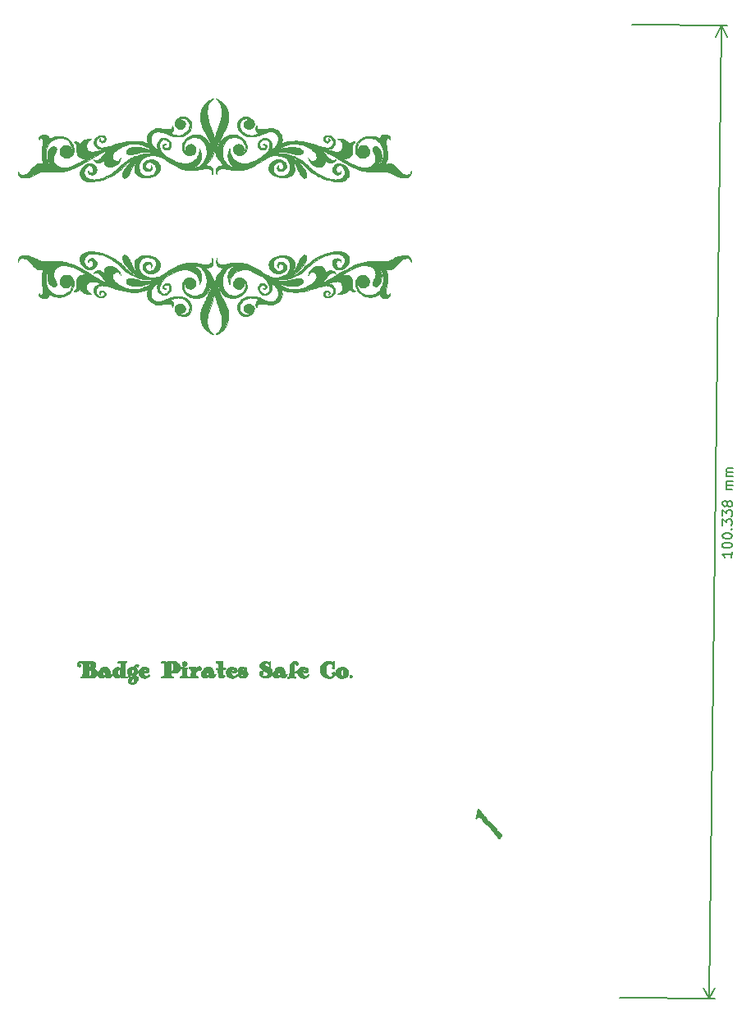
<source format=gbr>
G04 #@! TF.GenerationSoftware,KiCad,Pcbnew,(5.1.4)-1*
G04 #@! TF.CreationDate,2021-02-25T18:32:59-06:00*
G04 #@! TF.ProjectId,Bsides-KC-2021-Safe-Badge-SVG2Shenzen v1_00,42736964-6573-42d4-9b43-2d323032312d,rev?*
G04 #@! TF.SameCoordinates,Original*
G04 #@! TF.FileFunction,Legend,Top*
G04 #@! TF.FilePolarity,Positive*
%FSLAX46Y46*%
G04 Gerber Fmt 4.6, Leading zero omitted, Abs format (unit mm)*
G04 Created by KiCad (PCBNEW (5.1.4)-1) date 2021-02-25 18:32:59*
%MOMM*%
%LPD*%
G04 APERTURE LIST*
%ADD10C,0.150000*%
%ADD11C,0.010000*%
G04 APERTURE END LIST*
D10*
X62329978Y-3550853D02*
X62322745Y-4122236D01*
X62326361Y-3836545D02*
X61326441Y-3823887D01*
X61468082Y-3920926D01*
X61562107Y-4017362D01*
X61608516Y-4113195D01*
X61337893Y-2919198D02*
X61339099Y-2823967D01*
X61387919Y-2729340D01*
X61436137Y-2682327D01*
X61531970Y-2635917D01*
X61723034Y-2590713D01*
X61961110Y-2593727D01*
X62150968Y-2643753D01*
X62245596Y-2692574D01*
X62292609Y-2740792D01*
X62339019Y-2836625D01*
X62337813Y-2931855D01*
X62288992Y-3026483D01*
X62240774Y-3073495D01*
X62144941Y-3119905D01*
X61953878Y-3165110D01*
X61715801Y-3162096D01*
X61525943Y-3112070D01*
X61431315Y-3063249D01*
X61384303Y-3015031D01*
X61337893Y-2919198D01*
X61349948Y-1966893D02*
X61351153Y-1871663D01*
X61399974Y-1777035D01*
X61448192Y-1730023D01*
X61544025Y-1683613D01*
X61735089Y-1638408D01*
X61973165Y-1641422D01*
X62163023Y-1691448D01*
X62257651Y-1740269D01*
X62304663Y-1788487D01*
X62351073Y-1884320D01*
X62349868Y-1979551D01*
X62301047Y-2074178D01*
X62252829Y-2121191D01*
X62156996Y-2167601D01*
X61965932Y-2212805D01*
X61727856Y-2209791D01*
X61537998Y-2159765D01*
X61443370Y-2110944D01*
X61396357Y-2062726D01*
X61349948Y-1966893D01*
X62264281Y-1216501D02*
X62312499Y-1169489D01*
X62359511Y-1217707D01*
X62311293Y-1264719D01*
X62264281Y-1216501D01*
X62359511Y-1217707D01*
X61364413Y-824128D02*
X61372248Y-205130D01*
X61748951Y-543258D01*
X61750759Y-400412D01*
X61799580Y-305785D01*
X61847798Y-258772D01*
X61943631Y-212362D01*
X62181707Y-215376D01*
X62276335Y-264197D01*
X62323348Y-312415D01*
X62369757Y-408248D01*
X62366141Y-693939D01*
X62317320Y-788567D01*
X62269102Y-835579D01*
X61376468Y128176D02*
X61384303Y747174D01*
X61761006Y409046D01*
X61762814Y551891D01*
X61811635Y646519D01*
X61859853Y693532D01*
X61955686Y739941D01*
X62193762Y736928D01*
X62288390Y688107D01*
X62335402Y639889D01*
X62381812Y544056D01*
X62378196Y258364D01*
X62329375Y163737D01*
X62281157Y116724D01*
X61820073Y1313132D02*
X61771252Y1218505D01*
X61723034Y1171492D01*
X61627201Y1125082D01*
X61579586Y1125685D01*
X61484958Y1174506D01*
X61437945Y1222724D01*
X61391536Y1318557D01*
X61393947Y1509018D01*
X61442767Y1603645D01*
X61490985Y1650658D01*
X61586818Y1697068D01*
X61634434Y1696465D01*
X61729061Y1647644D01*
X61776074Y1599426D01*
X61822484Y1503593D01*
X61820073Y1313132D01*
X61866483Y1217299D01*
X61913495Y1169081D01*
X62008123Y1120260D01*
X62198584Y1117850D01*
X62294417Y1164259D01*
X62342635Y1211272D01*
X62391456Y1305900D01*
X62393866Y1496361D01*
X62347457Y1592194D01*
X62300444Y1640412D01*
X62205816Y1689232D01*
X62015355Y1691643D01*
X61919522Y1645233D01*
X61871304Y1598221D01*
X61822484Y1503593D01*
X62411345Y2877202D02*
X61744732Y2885640D01*
X61839963Y2884435D02*
X61792950Y2932653D01*
X61746540Y3028486D01*
X61748349Y3171332D01*
X61797169Y3265960D01*
X61893002Y3312369D01*
X62416770Y3305739D01*
X61893002Y3312369D02*
X61798375Y3361190D01*
X61751965Y3457023D01*
X61753773Y3599869D01*
X61802594Y3694497D01*
X61898427Y3740906D01*
X62422194Y3734276D01*
X62428222Y4210429D02*
X61761608Y4218867D01*
X61856839Y4217661D02*
X61809826Y4265879D01*
X61763417Y4361713D01*
X61765225Y4504558D01*
X61814045Y4599186D01*
X61909879Y4645596D01*
X62433646Y4638966D01*
X61909879Y4645596D02*
X61815251Y4694417D01*
X61768841Y4790250D01*
X61770649Y4933095D01*
X61819470Y5027723D01*
X61915303Y5074133D01*
X62439071Y5067503D01*
X59993969Y-49646379D02*
X61263969Y50683621D01*
X50800000Y-49530000D02*
X60580343Y-49653802D01*
X52070000Y50800000D02*
X61850343Y50676198D01*
X61263969Y50683621D02*
X61836084Y49549785D01*
X61263969Y50683621D02*
X60663337Y49564630D01*
X59993969Y-49646379D02*
X60594601Y-48527388D01*
X59993969Y-49646379D02*
X59421854Y-48512543D01*
D11*
G36*
X36206945Y-30099576D02*
G01*
X36244925Y-30130884D01*
X36300053Y-30187972D01*
X36363723Y-30263082D01*
X36424243Y-30345316D01*
X36462148Y-30405917D01*
X36501810Y-30470367D01*
X36541319Y-30522013D01*
X36561746Y-30541592D01*
X36604139Y-30574555D01*
X36658496Y-30619955D01*
X36674076Y-30633487D01*
X36717571Y-30676641D01*
X36731370Y-30708115D01*
X36723390Y-30735452D01*
X36718787Y-30780819D01*
X36745372Y-30820879D01*
X36792339Y-30844983D01*
X36835537Y-30845979D01*
X36887129Y-30855146D01*
X36931185Y-30893988D01*
X36955427Y-30950112D01*
X36957000Y-30968570D01*
X36971399Y-31002813D01*
X37007946Y-31050406D01*
X37031638Y-31074986D01*
X37091551Y-31140249D01*
X37149469Y-31215030D01*
X37163347Y-31235617D01*
X37228783Y-31311882D01*
X37302108Y-31361322D01*
X37368356Y-31404711D01*
X37430220Y-31466878D01*
X37443106Y-31484121D01*
X37498549Y-31552513D01*
X37565423Y-31619508D01*
X37586407Y-31637355D01*
X37644812Y-31693793D01*
X37693243Y-31756914D01*
X37706141Y-31779944D01*
X37740203Y-31835152D01*
X37778029Y-31874061D01*
X37784276Y-31877951D01*
X37876335Y-31944791D01*
X37965097Y-32039811D01*
X38039897Y-32149505D01*
X38090069Y-32260366D01*
X38092524Y-32268291D01*
X38113180Y-32312249D01*
X38150456Y-32335266D01*
X38194445Y-32344997D01*
X38277268Y-32375276D01*
X38338650Y-32429956D01*
X38388989Y-32487621D01*
X38450492Y-32556534D01*
X38485153Y-32594740D01*
X38532959Y-32649985D01*
X38556758Y-32690750D01*
X38562583Y-32732382D01*
X38557922Y-32779818D01*
X38536358Y-32863918D01*
X38496649Y-32962235D01*
X38447183Y-33055997D01*
X38410385Y-33109959D01*
X38361893Y-33143907D01*
X38302807Y-33137207D01*
X38233786Y-33090023D01*
X38202582Y-33058812D01*
X38157408Y-33002417D01*
X38127844Y-32951198D01*
X38121166Y-32926520D01*
X38104903Y-32885421D01*
X38063288Y-32837219D01*
X38047083Y-32823306D01*
X38001716Y-32778673D01*
X37975542Y-32736593D01*
X37973000Y-32724191D01*
X37955276Y-32685969D01*
X37931002Y-32670857D01*
X37884467Y-32641364D01*
X37831953Y-32587332D01*
X37783689Y-32522212D01*
X37749901Y-32459454D01*
X37740167Y-32419862D01*
X37725358Y-32364325D01*
X37689193Y-32313482D01*
X37644064Y-32282556D01*
X37625632Y-32279167D01*
X37584319Y-32260889D01*
X37541410Y-32214861D01*
X37506006Y-32154292D01*
X37487213Y-32092391D01*
X37486167Y-32076816D01*
X37482254Y-32032966D01*
X37464171Y-32002232D01*
X37422402Y-31973234D01*
X37381533Y-31951691D01*
X37305369Y-31902935D01*
X37233078Y-31840591D01*
X37207508Y-31812321D01*
X37143373Y-31749175D01*
X37066847Y-31696084D01*
X37042267Y-31683716D01*
X36986604Y-31650185D01*
X36920405Y-31592928D01*
X36841165Y-31509197D01*
X36746383Y-31396241D01*
X36633555Y-31251311D01*
X36563648Y-31157983D01*
X36512206Y-31093950D01*
X36450037Y-31024412D01*
X36384640Y-30956805D01*
X36323517Y-30898565D01*
X36274171Y-30857131D01*
X36244101Y-30839939D01*
X36242736Y-30839834D01*
X36220167Y-30853888D01*
X36177490Y-30890830D01*
X36123724Y-30942824D01*
X36120917Y-30945667D01*
X36047795Y-31012671D01*
X35992746Y-31044888D01*
X35951629Y-31043568D01*
X35920304Y-31009962D01*
X35918544Y-31006757D01*
X35909313Y-30976962D01*
X35911642Y-30935635D01*
X35927120Y-30873682D01*
X35957336Y-30782012D01*
X35958310Y-30779215D01*
X36007178Y-30606825D01*
X36030608Y-30435085D01*
X36032096Y-30411053D01*
X36043624Y-30289508D01*
X36064766Y-30202390D01*
X36098374Y-30142334D01*
X36147302Y-30101979D01*
X36153118Y-30098759D01*
X36179183Y-30090593D01*
X36206945Y-30099576D01*
X36206945Y-30099576D01*
G37*
X36206945Y-30099576D02*
X36244925Y-30130884D01*
X36300053Y-30187972D01*
X36363723Y-30263082D01*
X36424243Y-30345316D01*
X36462148Y-30405917D01*
X36501810Y-30470367D01*
X36541319Y-30522013D01*
X36561746Y-30541592D01*
X36604139Y-30574555D01*
X36658496Y-30619955D01*
X36674076Y-30633487D01*
X36717571Y-30676641D01*
X36731370Y-30708115D01*
X36723390Y-30735452D01*
X36718787Y-30780819D01*
X36745372Y-30820879D01*
X36792339Y-30844983D01*
X36835537Y-30845979D01*
X36887129Y-30855146D01*
X36931185Y-30893988D01*
X36955427Y-30950112D01*
X36957000Y-30968570D01*
X36971399Y-31002813D01*
X37007946Y-31050406D01*
X37031638Y-31074986D01*
X37091551Y-31140249D01*
X37149469Y-31215030D01*
X37163347Y-31235617D01*
X37228783Y-31311882D01*
X37302108Y-31361322D01*
X37368356Y-31404711D01*
X37430220Y-31466878D01*
X37443106Y-31484121D01*
X37498549Y-31552513D01*
X37565423Y-31619508D01*
X37586407Y-31637355D01*
X37644812Y-31693793D01*
X37693243Y-31756914D01*
X37706141Y-31779944D01*
X37740203Y-31835152D01*
X37778029Y-31874061D01*
X37784276Y-31877951D01*
X37876335Y-31944791D01*
X37965097Y-32039811D01*
X38039897Y-32149505D01*
X38090069Y-32260366D01*
X38092524Y-32268291D01*
X38113180Y-32312249D01*
X38150456Y-32335266D01*
X38194445Y-32344997D01*
X38277268Y-32375276D01*
X38338650Y-32429956D01*
X38388989Y-32487621D01*
X38450492Y-32556534D01*
X38485153Y-32594740D01*
X38532959Y-32649985D01*
X38556758Y-32690750D01*
X38562583Y-32732382D01*
X38557922Y-32779818D01*
X38536358Y-32863918D01*
X38496649Y-32962235D01*
X38447183Y-33055997D01*
X38410385Y-33109959D01*
X38361893Y-33143907D01*
X38302807Y-33137207D01*
X38233786Y-33090023D01*
X38202582Y-33058812D01*
X38157408Y-33002417D01*
X38127844Y-32951198D01*
X38121166Y-32926520D01*
X38104903Y-32885421D01*
X38063288Y-32837219D01*
X38047083Y-32823306D01*
X38001716Y-32778673D01*
X37975542Y-32736593D01*
X37973000Y-32724191D01*
X37955276Y-32685969D01*
X37931002Y-32670857D01*
X37884467Y-32641364D01*
X37831953Y-32587332D01*
X37783689Y-32522212D01*
X37749901Y-32459454D01*
X37740167Y-32419862D01*
X37725358Y-32364325D01*
X37689193Y-32313482D01*
X37644064Y-32282556D01*
X37625632Y-32279167D01*
X37584319Y-32260889D01*
X37541410Y-32214861D01*
X37506006Y-32154292D01*
X37487213Y-32092391D01*
X37486167Y-32076816D01*
X37482254Y-32032966D01*
X37464171Y-32002232D01*
X37422402Y-31973234D01*
X37381533Y-31951691D01*
X37305369Y-31902935D01*
X37233078Y-31840591D01*
X37207508Y-31812321D01*
X37143373Y-31749175D01*
X37066847Y-31696084D01*
X37042267Y-31683716D01*
X36986604Y-31650185D01*
X36920405Y-31592928D01*
X36841165Y-31509197D01*
X36746383Y-31396241D01*
X36633555Y-31251311D01*
X36563648Y-31157983D01*
X36512206Y-31093950D01*
X36450037Y-31024412D01*
X36384640Y-30956805D01*
X36323517Y-30898565D01*
X36274171Y-30857131D01*
X36244101Y-30839939D01*
X36242736Y-30839834D01*
X36220167Y-30853888D01*
X36177490Y-30890830D01*
X36123724Y-30942824D01*
X36120917Y-30945667D01*
X36047795Y-31012671D01*
X35992746Y-31044888D01*
X35951629Y-31043568D01*
X35920304Y-31009962D01*
X35918544Y-31006757D01*
X35909313Y-30976962D01*
X35911642Y-30935635D01*
X35927120Y-30873682D01*
X35957336Y-30782012D01*
X35958310Y-30779215D01*
X36007178Y-30606825D01*
X36030608Y-30435085D01*
X36032096Y-30411053D01*
X36043624Y-30289508D01*
X36064766Y-30202390D01*
X36098374Y-30142334D01*
X36147302Y-30101979D01*
X36153118Y-30098759D01*
X36179183Y-30090593D01*
X36206945Y-30099576D01*
G36*
X1036586Y-15159775D02*
G01*
X1090759Y-15178115D01*
X1116052Y-15218845D01*
X1117986Y-15285760D01*
X1097366Y-15349961D01*
X1061838Y-15379944D01*
X1006957Y-15395009D01*
X959267Y-15388804D01*
X932945Y-15364151D01*
X931334Y-15353948D01*
X917738Y-15328254D01*
X884803Y-15330057D01*
X844305Y-15358149D01*
X839364Y-15363375D01*
X813216Y-15399038D01*
X809409Y-15431986D01*
X830965Y-15471525D01*
X880906Y-15526965D01*
X898132Y-15544351D01*
X979458Y-15643179D01*
X1022769Y-15743958D01*
X1031446Y-15857510D01*
X1021092Y-15938118D01*
X979976Y-16071388D01*
X910878Y-16173674D01*
X811812Y-16246916D01*
X680796Y-16293053D01*
X652163Y-16298909D01*
X538215Y-16309323D01*
X416596Y-16303454D01*
X407780Y-16302309D01*
X307279Y-16294930D01*
X243338Y-16305767D01*
X214081Y-16335294D01*
X211667Y-16351814D01*
X227892Y-16384283D01*
X263879Y-16416235D01*
X292113Y-16432029D01*
X321206Y-16437652D01*
X361710Y-16432033D01*
X424176Y-16414104D01*
X486677Y-16393636D01*
X654156Y-16348742D01*
X794823Y-16334207D01*
X907901Y-16349786D01*
X992615Y-16395234D01*
X1048188Y-16470307D01*
X1073842Y-16574760D01*
X1074164Y-16578629D01*
X1064958Y-16707321D01*
X1016051Y-16833343D01*
X926389Y-16959021D01*
X878676Y-17009919D01*
X754392Y-17108725D01*
X620709Y-17166893D01*
X479511Y-17183917D01*
X332682Y-17159290D01*
X328084Y-17157863D01*
X234479Y-17123564D01*
X167769Y-17084379D01*
X112855Y-17030083D01*
X84003Y-16992557D01*
X34173Y-16894926D01*
X29686Y-16862850D01*
X210609Y-16862850D01*
X225479Y-16905757D01*
X269425Y-16958062D01*
X269875Y-16958483D01*
X344768Y-17015716D01*
X414638Y-17036561D01*
X491955Y-17022717D01*
X550469Y-16996764D01*
X612454Y-16959028D01*
X651363Y-16915113D01*
X674850Y-16852526D01*
X689032Y-16770656D01*
X695176Y-16703780D01*
X688654Y-16662193D01*
X665810Y-16629821D01*
X654505Y-16618828D01*
X588753Y-16582108D01*
X518120Y-16573500D01*
X450521Y-16576836D01*
X418676Y-16590297D01*
X416292Y-16619058D01*
X427436Y-16648134D01*
X441366Y-16719789D01*
X420063Y-16780569D01*
X370539Y-16822301D01*
X299808Y-16836813D01*
X268420Y-16833414D01*
X224895Y-16836387D01*
X210609Y-16862850D01*
X29686Y-16862850D01*
X20253Y-16795431D01*
X41641Y-16702616D01*
X97733Y-16625023D01*
X110727Y-16613920D01*
X136871Y-16590154D01*
X137759Y-16569861D01*
X111271Y-16538601D01*
X97666Y-16524924D01*
X59813Y-16466381D01*
X41944Y-16395676D01*
X45514Y-16328110D01*
X71982Y-16278989D01*
X74084Y-16277167D01*
X102586Y-16237238D01*
X97597Y-16201031D01*
X76797Y-16185887D01*
X51403Y-16161530D01*
X18737Y-16111707D01*
X378Y-16076864D01*
X-33669Y-15968416D01*
X-41592Y-15859126D01*
X414223Y-15859126D01*
X420014Y-15955392D01*
X432457Y-16038251D01*
X451184Y-16094063D01*
X453176Y-16097310D01*
X495021Y-16139044D01*
X535785Y-16139483D01*
X571552Y-16099574D01*
X586180Y-16065242D01*
X602660Y-15988372D01*
X610899Y-15889270D01*
X610716Y-15785135D01*
X601932Y-15693168D01*
X590596Y-15645325D01*
X556897Y-15593992D01*
X510975Y-15577086D01*
X464419Y-15596077D01*
X440448Y-15626292D01*
X424071Y-15680935D01*
X415452Y-15763093D01*
X414223Y-15859126D01*
X-41592Y-15859126D01*
X-42467Y-15847062D01*
X-26718Y-15728101D01*
X12876Y-15626829D01*
X21691Y-15612823D01*
X106948Y-15524002D01*
X223933Y-15462616D01*
X371856Y-15428994D01*
X477309Y-15422256D01*
X656370Y-15419917D01*
X677924Y-15354617D01*
X708033Y-15296234D01*
X754113Y-15237350D01*
X762468Y-15228969D01*
X811148Y-15190977D01*
X867127Y-15170074D01*
X947800Y-15159772D01*
X948042Y-15159754D01*
X1036586Y-15159775D01*
X1036586Y-15159775D01*
G37*
X1036586Y-15159775D02*
X1090759Y-15178115D01*
X1116052Y-15218845D01*
X1117986Y-15285760D01*
X1097366Y-15349961D01*
X1061838Y-15379944D01*
X1006957Y-15395009D01*
X959267Y-15388804D01*
X932945Y-15364151D01*
X931334Y-15353948D01*
X917738Y-15328254D01*
X884803Y-15330057D01*
X844305Y-15358149D01*
X839364Y-15363375D01*
X813216Y-15399038D01*
X809409Y-15431986D01*
X830965Y-15471525D01*
X880906Y-15526965D01*
X898132Y-15544351D01*
X979458Y-15643179D01*
X1022769Y-15743958D01*
X1031446Y-15857510D01*
X1021092Y-15938118D01*
X979976Y-16071388D01*
X910878Y-16173674D01*
X811812Y-16246916D01*
X680796Y-16293053D01*
X652163Y-16298909D01*
X538215Y-16309323D01*
X416596Y-16303454D01*
X407780Y-16302309D01*
X307279Y-16294930D01*
X243338Y-16305767D01*
X214081Y-16335294D01*
X211667Y-16351814D01*
X227892Y-16384283D01*
X263879Y-16416235D01*
X292113Y-16432029D01*
X321206Y-16437652D01*
X361710Y-16432033D01*
X424176Y-16414104D01*
X486677Y-16393636D01*
X654156Y-16348742D01*
X794823Y-16334207D01*
X907901Y-16349786D01*
X992615Y-16395234D01*
X1048188Y-16470307D01*
X1073842Y-16574760D01*
X1074164Y-16578629D01*
X1064958Y-16707321D01*
X1016051Y-16833343D01*
X926389Y-16959021D01*
X878676Y-17009919D01*
X754392Y-17108725D01*
X620709Y-17166893D01*
X479511Y-17183917D01*
X332682Y-17159290D01*
X328084Y-17157863D01*
X234479Y-17123564D01*
X167769Y-17084379D01*
X112855Y-17030083D01*
X84003Y-16992557D01*
X34173Y-16894926D01*
X29686Y-16862850D01*
X210609Y-16862850D01*
X225479Y-16905757D01*
X269425Y-16958062D01*
X269875Y-16958483D01*
X344768Y-17015716D01*
X414638Y-17036561D01*
X491955Y-17022717D01*
X550469Y-16996764D01*
X612454Y-16959028D01*
X651363Y-16915113D01*
X674850Y-16852526D01*
X689032Y-16770656D01*
X695176Y-16703780D01*
X688654Y-16662193D01*
X665810Y-16629821D01*
X654505Y-16618828D01*
X588753Y-16582108D01*
X518120Y-16573500D01*
X450521Y-16576836D01*
X418676Y-16590297D01*
X416292Y-16619058D01*
X427436Y-16648134D01*
X441366Y-16719789D01*
X420063Y-16780569D01*
X370539Y-16822301D01*
X299808Y-16836813D01*
X268420Y-16833414D01*
X224895Y-16836387D01*
X210609Y-16862850D01*
X29686Y-16862850D01*
X20253Y-16795431D01*
X41641Y-16702616D01*
X97733Y-16625023D01*
X110727Y-16613920D01*
X136871Y-16590154D01*
X137759Y-16569861D01*
X111271Y-16538601D01*
X97666Y-16524924D01*
X59813Y-16466381D01*
X41944Y-16395676D01*
X45514Y-16328110D01*
X71982Y-16278989D01*
X74084Y-16277167D01*
X102586Y-16237238D01*
X97597Y-16201031D01*
X76797Y-16185887D01*
X51403Y-16161530D01*
X18737Y-16111707D01*
X378Y-16076864D01*
X-33669Y-15968416D01*
X-41592Y-15859126D01*
X414223Y-15859126D01*
X420014Y-15955392D01*
X432457Y-16038251D01*
X451184Y-16094063D01*
X453176Y-16097310D01*
X495021Y-16139044D01*
X535785Y-16139483D01*
X571552Y-16099574D01*
X586180Y-16065242D01*
X602660Y-15988372D01*
X610899Y-15889270D01*
X610716Y-15785135D01*
X601932Y-15693168D01*
X590596Y-15645325D01*
X556897Y-15593992D01*
X510975Y-15577086D01*
X464419Y-15596077D01*
X440448Y-15626292D01*
X424071Y-15680935D01*
X415452Y-15763093D01*
X414223Y-15859126D01*
X-41592Y-15859126D01*
X-42467Y-15847062D01*
X-26718Y-15728101D01*
X12876Y-15626829D01*
X21691Y-15612823D01*
X106948Y-15524002D01*
X223933Y-15462616D01*
X371856Y-15428994D01*
X477309Y-15422256D01*
X656370Y-15419917D01*
X677924Y-15354617D01*
X708033Y-15296234D01*
X754113Y-15237350D01*
X762468Y-15228969D01*
X811148Y-15190977D01*
X867127Y-15170074D01*
X947800Y-15159772D01*
X948042Y-15159754D01*
X1036586Y-15159775D01*
G36*
X1848621Y-15428069D02*
G01*
X1979911Y-15461002D01*
X2076009Y-15506158D01*
X2143091Y-15566783D01*
X2160760Y-15592098D01*
X2206736Y-15699487D01*
X2212140Y-15802730D01*
X2178079Y-15896873D01*
X2105658Y-15976960D01*
X2069235Y-16002115D01*
X1989766Y-16033658D01*
X1901459Y-16042620D01*
X1815241Y-16031111D01*
X1742038Y-16001242D01*
X1692776Y-15955124D01*
X1680639Y-15927040D01*
X1679520Y-15873383D01*
X1707078Y-15848843D01*
X1758981Y-15856038D01*
X1781443Y-15866197D01*
X1820628Y-15882921D01*
X1851034Y-15879712D01*
X1888899Y-15852503D01*
X1909695Y-15834056D01*
X1951783Y-15793461D01*
X1966327Y-15765267D01*
X1958044Y-15734467D01*
X1947334Y-15714328D01*
X1896837Y-15655912D01*
X1835537Y-15636222D01*
X1768882Y-15654891D01*
X1702318Y-15711555D01*
X1686162Y-15731841D01*
X1652446Y-15804723D01*
X1634520Y-15901974D01*
X1633390Y-16008296D01*
X1650062Y-16108388D01*
X1659519Y-16137124D01*
X1706131Y-16230893D01*
X1766075Y-16290608D01*
X1849295Y-16323726D01*
X1923216Y-16334763D01*
X2051229Y-16346371D01*
X2095507Y-16271326D01*
X2130610Y-16220930D01*
X2163104Y-16188489D01*
X2169980Y-16184694D01*
X2203950Y-16190736D01*
X2234272Y-16224018D01*
X2250843Y-16269939D01*
X2249476Y-16299571D01*
X2221792Y-16349612D01*
X2168128Y-16408878D01*
X2099768Y-16466509D01*
X2030439Y-16510395D01*
X1945372Y-16540058D01*
X1836853Y-16558334D01*
X1722671Y-16563400D01*
X1620613Y-16553432D01*
X1617276Y-16552746D01*
X1458465Y-16500554D01*
X1322088Y-16417537D01*
X1213435Y-16307770D01*
X1142778Y-16187292D01*
X1114685Y-16110273D01*
X1103876Y-16039847D01*
X1107039Y-15953096D01*
X1107778Y-15944958D01*
X1141126Y-15788249D01*
X1207366Y-15655405D01*
X1302791Y-15549011D01*
X1423699Y-15471651D01*
X1566383Y-15425910D01*
X1727140Y-15414374D01*
X1848621Y-15428069D01*
X1848621Y-15428069D01*
G37*
X1848621Y-15428069D02*
X1979911Y-15461002D01*
X2076009Y-15506158D01*
X2143091Y-15566783D01*
X2160760Y-15592098D01*
X2206736Y-15699487D01*
X2212140Y-15802730D01*
X2178079Y-15896873D01*
X2105658Y-15976960D01*
X2069235Y-16002115D01*
X1989766Y-16033658D01*
X1901459Y-16042620D01*
X1815241Y-16031111D01*
X1742038Y-16001242D01*
X1692776Y-15955124D01*
X1680639Y-15927040D01*
X1679520Y-15873383D01*
X1707078Y-15848843D01*
X1758981Y-15856038D01*
X1781443Y-15866197D01*
X1820628Y-15882921D01*
X1851034Y-15879712D01*
X1888899Y-15852503D01*
X1909695Y-15834056D01*
X1951783Y-15793461D01*
X1966327Y-15765267D01*
X1958044Y-15734467D01*
X1947334Y-15714328D01*
X1896837Y-15655912D01*
X1835537Y-15636222D01*
X1768882Y-15654891D01*
X1702318Y-15711555D01*
X1686162Y-15731841D01*
X1652446Y-15804723D01*
X1634520Y-15901974D01*
X1633390Y-16008296D01*
X1650062Y-16108388D01*
X1659519Y-16137124D01*
X1706131Y-16230893D01*
X1766075Y-16290608D01*
X1849295Y-16323726D01*
X1923216Y-16334763D01*
X2051229Y-16346371D01*
X2095507Y-16271326D01*
X2130610Y-16220930D01*
X2163104Y-16188489D01*
X2169980Y-16184694D01*
X2203950Y-16190736D01*
X2234272Y-16224018D01*
X2250843Y-16269939D01*
X2249476Y-16299571D01*
X2221792Y-16349612D01*
X2168128Y-16408878D01*
X2099768Y-16466509D01*
X2030439Y-16510395D01*
X1945372Y-16540058D01*
X1836853Y-16558334D01*
X1722671Y-16563400D01*
X1620613Y-16553432D01*
X1617276Y-16552746D01*
X1458465Y-16500554D01*
X1322088Y-16417537D01*
X1213435Y-16307770D01*
X1142778Y-16187292D01*
X1114685Y-16110273D01*
X1103876Y-16039847D01*
X1107039Y-15953096D01*
X1107778Y-15944958D01*
X1141126Y-15788249D01*
X1207366Y-15655405D01*
X1302791Y-15549011D01*
X1423699Y-15471651D01*
X1566383Y-15425910D01*
X1727140Y-15414374D01*
X1848621Y-15428069D01*
G36*
X10886788Y-15428069D02*
G01*
X11018078Y-15461002D01*
X11114175Y-15506158D01*
X11181258Y-15566783D01*
X11198927Y-15592098D01*
X11244903Y-15699487D01*
X11250307Y-15802730D01*
X11216246Y-15896873D01*
X11143824Y-15976960D01*
X11107402Y-16002115D01*
X11027933Y-16033658D01*
X10939626Y-16042620D01*
X10853408Y-16031111D01*
X10780204Y-16001242D01*
X10730942Y-15955124D01*
X10718805Y-15927040D01*
X10717686Y-15873383D01*
X10745245Y-15848843D01*
X10797148Y-15856038D01*
X10819610Y-15866197D01*
X10858795Y-15882921D01*
X10889200Y-15879712D01*
X10927066Y-15852503D01*
X10947862Y-15834056D01*
X10989950Y-15793461D01*
X11004494Y-15765267D01*
X10996211Y-15734467D01*
X10985500Y-15714328D01*
X10935004Y-15655912D01*
X10873704Y-15636222D01*
X10807049Y-15654891D01*
X10740485Y-15711555D01*
X10724328Y-15731841D01*
X10690612Y-15804723D01*
X10672687Y-15901974D01*
X10671557Y-16008296D01*
X10688229Y-16108388D01*
X10697686Y-16137124D01*
X10744298Y-16230893D01*
X10804241Y-16290608D01*
X10887462Y-16323726D01*
X10961382Y-16334763D01*
X11089396Y-16346371D01*
X11133673Y-16271326D01*
X11168776Y-16220930D01*
X11201271Y-16188489D01*
X11208146Y-16184694D01*
X11242117Y-16190736D01*
X11272439Y-16224018D01*
X11289010Y-16269939D01*
X11287643Y-16299571D01*
X11259959Y-16349612D01*
X11206294Y-16408878D01*
X11137935Y-16466509D01*
X11068606Y-16510395D01*
X10983539Y-16540058D01*
X10875020Y-16558334D01*
X10760838Y-16563400D01*
X10658779Y-16553432D01*
X10655442Y-16552746D01*
X10495122Y-16500157D01*
X10358411Y-16416540D01*
X10249987Y-16305398D01*
X10188635Y-16203084D01*
X10148636Y-16068990D01*
X10146584Y-15926018D01*
X10181447Y-15781808D01*
X10252197Y-15644000D01*
X10266886Y-15622906D01*
X10356559Y-15533498D01*
X10474913Y-15467415D01*
X10613728Y-15427240D01*
X10764780Y-15415558D01*
X10886788Y-15428069D01*
X10886788Y-15428069D01*
G37*
X10886788Y-15428069D02*
X11018078Y-15461002D01*
X11114175Y-15506158D01*
X11181258Y-15566783D01*
X11198927Y-15592098D01*
X11244903Y-15699487D01*
X11250307Y-15802730D01*
X11216246Y-15896873D01*
X11143824Y-15976960D01*
X11107402Y-16002115D01*
X11027933Y-16033658D01*
X10939626Y-16042620D01*
X10853408Y-16031111D01*
X10780204Y-16001242D01*
X10730942Y-15955124D01*
X10718805Y-15927040D01*
X10717686Y-15873383D01*
X10745245Y-15848843D01*
X10797148Y-15856038D01*
X10819610Y-15866197D01*
X10858795Y-15882921D01*
X10889200Y-15879712D01*
X10927066Y-15852503D01*
X10947862Y-15834056D01*
X10989950Y-15793461D01*
X11004494Y-15765267D01*
X10996211Y-15734467D01*
X10985500Y-15714328D01*
X10935004Y-15655912D01*
X10873704Y-15636222D01*
X10807049Y-15654891D01*
X10740485Y-15711555D01*
X10724328Y-15731841D01*
X10690612Y-15804723D01*
X10672687Y-15901974D01*
X10671557Y-16008296D01*
X10688229Y-16108388D01*
X10697686Y-16137124D01*
X10744298Y-16230893D01*
X10804241Y-16290608D01*
X10887462Y-16323726D01*
X10961382Y-16334763D01*
X11089396Y-16346371D01*
X11133673Y-16271326D01*
X11168776Y-16220930D01*
X11201271Y-16188489D01*
X11208146Y-16184694D01*
X11242117Y-16190736D01*
X11272439Y-16224018D01*
X11289010Y-16269939D01*
X11287643Y-16299571D01*
X11259959Y-16349612D01*
X11206294Y-16408878D01*
X11137935Y-16466509D01*
X11068606Y-16510395D01*
X10983539Y-16540058D01*
X10875020Y-16558334D01*
X10760838Y-16563400D01*
X10658779Y-16553432D01*
X10655442Y-16552746D01*
X10495122Y-16500157D01*
X10358411Y-16416540D01*
X10249987Y-16305398D01*
X10188635Y-16203084D01*
X10148636Y-16068990D01*
X10146584Y-15926018D01*
X10181447Y-15781808D01*
X10252197Y-15644000D01*
X10266886Y-15622906D01*
X10356559Y-15533498D01*
X10474913Y-15467415D01*
X10613728Y-15427240D01*
X10764780Y-15415558D01*
X10886788Y-15428069D01*
G36*
X17372438Y-14835487D02*
G01*
X17476909Y-14880298D01*
X17529345Y-14922588D01*
X17575306Y-14990836D01*
X17591716Y-15065831D01*
X17581173Y-15137760D01*
X17546275Y-15196808D01*
X17489619Y-15233161D01*
X17445325Y-15240000D01*
X17385726Y-15226182D01*
X17334724Y-15191732D01*
X17303948Y-15147155D01*
X17301938Y-15110488D01*
X17319176Y-15054909D01*
X17327386Y-15028334D01*
X17327495Y-14994114D01*
X17304002Y-14986915D01*
X17265478Y-15006243D01*
X17235671Y-15033625D01*
X17206315Y-15077555D01*
X17182709Y-15141719D01*
X17163954Y-15231027D01*
X17149145Y-15350386D01*
X17137382Y-15504707D01*
X17132408Y-15595542D01*
X17117528Y-15896167D01*
X17202493Y-15896167D01*
X17294347Y-15879576D01*
X17343851Y-15851808D01*
X17401458Y-15819157D01*
X17440575Y-15823500D01*
X17457920Y-15863101D01*
X17455375Y-15910704D01*
X17443645Y-15961419D01*
X17422503Y-15994342D01*
X17383156Y-16014707D01*
X17316809Y-16027747D01*
X17245236Y-16035750D01*
X17102054Y-16049864D01*
X17115733Y-16189974D01*
X17126759Y-16282814D01*
X17141827Y-16343371D01*
X17166810Y-16381658D01*
X17207586Y-16407686D01*
X17254236Y-16425953D01*
X17320339Y-16458716D01*
X17350459Y-16495102D01*
X17342503Y-16530757D01*
X17314868Y-16552047D01*
X17279335Y-16562499D01*
X17225037Y-16562430D01*
X17143077Y-16551456D01*
X17092352Y-16542399D01*
X16998318Y-16526291D01*
X16927976Y-16519798D01*
X16863807Y-16522856D01*
X16788291Y-16535407D01*
X16759719Y-16541240D01*
X16641440Y-16563209D01*
X16558426Y-16571736D01*
X16505806Y-16566829D01*
X16478706Y-16548498D01*
X16475321Y-16541750D01*
X16472207Y-16489239D01*
X16507913Y-16452085D01*
X16561050Y-16434870D01*
X16619129Y-16416520D01*
X16660517Y-16390607D01*
X16662704Y-16388177D01*
X16671878Y-16364634D01*
X16679628Y-16315707D01*
X16686171Y-16238029D01*
X16691721Y-16128230D01*
X16696495Y-15982941D01*
X16700708Y-15798793D01*
X16700832Y-15792433D01*
X16704760Y-15608109D01*
X16709476Y-15460586D01*
X16716275Y-15344337D01*
X16726451Y-15253833D01*
X16741301Y-15183546D01*
X16762119Y-15127947D01*
X16790200Y-15081507D01*
X16826839Y-15038700D01*
X16873331Y-14993995D01*
X16891805Y-14977208D01*
X17006503Y-14894907D01*
X17129799Y-14843428D01*
X17254256Y-14823409D01*
X17372438Y-14835487D01*
X17372438Y-14835487D01*
G37*
X17372438Y-14835487D02*
X17476909Y-14880298D01*
X17529345Y-14922588D01*
X17575306Y-14990836D01*
X17591716Y-15065831D01*
X17581173Y-15137760D01*
X17546275Y-15196808D01*
X17489619Y-15233161D01*
X17445325Y-15240000D01*
X17385726Y-15226182D01*
X17334724Y-15191732D01*
X17303948Y-15147155D01*
X17301938Y-15110488D01*
X17319176Y-15054909D01*
X17327386Y-15028334D01*
X17327495Y-14994114D01*
X17304002Y-14986915D01*
X17265478Y-15006243D01*
X17235671Y-15033625D01*
X17206315Y-15077555D01*
X17182709Y-15141719D01*
X17163954Y-15231027D01*
X17149145Y-15350386D01*
X17137382Y-15504707D01*
X17132408Y-15595542D01*
X17117528Y-15896167D01*
X17202493Y-15896167D01*
X17294347Y-15879576D01*
X17343851Y-15851808D01*
X17401458Y-15819157D01*
X17440575Y-15823500D01*
X17457920Y-15863101D01*
X17455375Y-15910704D01*
X17443645Y-15961419D01*
X17422503Y-15994342D01*
X17383156Y-16014707D01*
X17316809Y-16027747D01*
X17245236Y-16035750D01*
X17102054Y-16049864D01*
X17115733Y-16189974D01*
X17126759Y-16282814D01*
X17141827Y-16343371D01*
X17166810Y-16381658D01*
X17207586Y-16407686D01*
X17254236Y-16425953D01*
X17320339Y-16458716D01*
X17350459Y-16495102D01*
X17342503Y-16530757D01*
X17314868Y-16552047D01*
X17279335Y-16562499D01*
X17225037Y-16562430D01*
X17143077Y-16551456D01*
X17092352Y-16542399D01*
X16998318Y-16526291D01*
X16927976Y-16519798D01*
X16863807Y-16522856D01*
X16788291Y-16535407D01*
X16759719Y-16541240D01*
X16641440Y-16563209D01*
X16558426Y-16571736D01*
X16505806Y-16566829D01*
X16478706Y-16548498D01*
X16475321Y-16541750D01*
X16472207Y-16489239D01*
X16507913Y-16452085D01*
X16561050Y-16434870D01*
X16619129Y-16416520D01*
X16660517Y-16390607D01*
X16662704Y-16388177D01*
X16671878Y-16364634D01*
X16679628Y-16315707D01*
X16686171Y-16238029D01*
X16691721Y-16128230D01*
X16696495Y-15982941D01*
X16700708Y-15798793D01*
X16700832Y-15792433D01*
X16704760Y-15608109D01*
X16709476Y-15460586D01*
X16716275Y-15344337D01*
X16726451Y-15253833D01*
X16741301Y-15183546D01*
X16762119Y-15127947D01*
X16790200Y-15081507D01*
X16826839Y-15038700D01*
X16873331Y-14993995D01*
X16891805Y-14977208D01*
X17006503Y-14894907D01*
X17129799Y-14843428D01*
X17254256Y-14823409D01*
X17372438Y-14835487D01*
G36*
X18230020Y-15425772D02*
G01*
X18369526Y-15456980D01*
X18474038Y-15503742D01*
X18548958Y-15568948D01*
X18578694Y-15612288D01*
X18619122Y-15716072D01*
X18617958Y-15814210D01*
X18574947Y-15908106D01*
X18512424Y-15979079D01*
X18447827Y-16016219D01*
X18361065Y-16037338D01*
X18269959Y-16040312D01*
X18192333Y-16023020D01*
X18182584Y-16018353D01*
X18132018Y-15978483D01*
X18099487Y-15928261D01*
X18091798Y-15880812D01*
X18100743Y-15860509D01*
X18124868Y-15845517D01*
X18162410Y-15854867D01*
X18183699Y-15865209D01*
X18223808Y-15882702D01*
X18254137Y-15880342D01*
X18291141Y-15854191D01*
X18313862Y-15834056D01*
X18355950Y-15793461D01*
X18370494Y-15765267D01*
X18362211Y-15734467D01*
X18351500Y-15714328D01*
X18301050Y-15655804D01*
X18239924Y-15636142D01*
X18173317Y-15654956D01*
X18106425Y-15711864D01*
X18088957Y-15733753D01*
X18059668Y-15800109D01*
X18044096Y-15892126D01*
X18042281Y-15995401D01*
X18054266Y-16095531D01*
X18080092Y-16178115D01*
X18087637Y-16192500D01*
X18156473Y-16270774D01*
X18251700Y-16321892D01*
X18363498Y-16340626D01*
X18365839Y-16340634D01*
X18430836Y-16334430D01*
X18473936Y-16310082D01*
X18497900Y-16282459D01*
X18543726Y-16222915D01*
X18573092Y-16191179D01*
X18594055Y-16180545D01*
X18614668Y-16184305D01*
X18615435Y-16184597D01*
X18652871Y-16216566D01*
X18659418Y-16266348D01*
X18638479Y-16326935D01*
X18593462Y-16391322D01*
X18527770Y-16452503D01*
X18465635Y-16492805D01*
X18347524Y-16538359D01*
X18210617Y-16561914D01*
X18073711Y-16560934D01*
X18021442Y-16552746D01*
X17858016Y-16499869D01*
X17722265Y-16415313D01*
X17612497Y-16297890D01*
X17573404Y-16237920D01*
X17541276Y-16175007D01*
X17523891Y-16113868D01*
X17517197Y-16036788D01*
X17516593Y-15989468D01*
X17535052Y-15831356D01*
X17588039Y-15694501D01*
X17671968Y-15581738D01*
X17783251Y-15495898D01*
X17918304Y-15439817D01*
X18073539Y-15416328D01*
X18230020Y-15425772D01*
X18230020Y-15425772D01*
G37*
X18230020Y-15425772D02*
X18369526Y-15456980D01*
X18474038Y-15503742D01*
X18548958Y-15568948D01*
X18578694Y-15612288D01*
X18619122Y-15716072D01*
X18617958Y-15814210D01*
X18574947Y-15908106D01*
X18512424Y-15979079D01*
X18447827Y-16016219D01*
X18361065Y-16037338D01*
X18269959Y-16040312D01*
X18192333Y-16023020D01*
X18182584Y-16018353D01*
X18132018Y-15978483D01*
X18099487Y-15928261D01*
X18091798Y-15880812D01*
X18100743Y-15860509D01*
X18124868Y-15845517D01*
X18162410Y-15854867D01*
X18183699Y-15865209D01*
X18223808Y-15882702D01*
X18254137Y-15880342D01*
X18291141Y-15854191D01*
X18313862Y-15834056D01*
X18355950Y-15793461D01*
X18370494Y-15765267D01*
X18362211Y-15734467D01*
X18351500Y-15714328D01*
X18301050Y-15655804D01*
X18239924Y-15636142D01*
X18173317Y-15654956D01*
X18106425Y-15711864D01*
X18088957Y-15733753D01*
X18059668Y-15800109D01*
X18044096Y-15892126D01*
X18042281Y-15995401D01*
X18054266Y-16095531D01*
X18080092Y-16178115D01*
X18087637Y-16192500D01*
X18156473Y-16270774D01*
X18251700Y-16321892D01*
X18363498Y-16340626D01*
X18365839Y-16340634D01*
X18430836Y-16334430D01*
X18473936Y-16310082D01*
X18497900Y-16282459D01*
X18543726Y-16222915D01*
X18573092Y-16191179D01*
X18594055Y-16180545D01*
X18614668Y-16184305D01*
X18615435Y-16184597D01*
X18652871Y-16216566D01*
X18659418Y-16266348D01*
X18638479Y-16326935D01*
X18593462Y-16391322D01*
X18527770Y-16452503D01*
X18465635Y-16492805D01*
X18347524Y-16538359D01*
X18210617Y-16561914D01*
X18073711Y-16560934D01*
X18021442Y-16552746D01*
X17858016Y-16499869D01*
X17722265Y-16415313D01*
X17612497Y-16297890D01*
X17573404Y-16237920D01*
X17541276Y-16175007D01*
X17523891Y-16113868D01*
X17517197Y-16036788D01*
X17516593Y-15989468D01*
X17535052Y-15831356D01*
X17588039Y-15694501D01*
X17671968Y-15581738D01*
X17783251Y-15495898D01*
X17918304Y-15439817D01*
X18073539Y-15416328D01*
X18230020Y-15425772D01*
G36*
X20849847Y-14846286D02*
G01*
X20941922Y-14862759D01*
X20966807Y-14869124D01*
X21040913Y-14887913D01*
X21087400Y-14894482D01*
X21119127Y-14889007D01*
X21148953Y-14871664D01*
X21149025Y-14871613D01*
X21213497Y-14841172D01*
X21268266Y-14850209D01*
X21304187Y-14880097D01*
X21322600Y-14904759D01*
X21331654Y-14934275D01*
X21332025Y-14979236D01*
X21324389Y-15050233D01*
X21318024Y-15097055D01*
X21305900Y-15202506D01*
X21297171Y-15314082D01*
X21293647Y-15408405D01*
X21293640Y-15412033D01*
X21288690Y-15505908D01*
X21271308Y-15564158D01*
X21237766Y-15592587D01*
X21184333Y-15597001D01*
X21175373Y-15596071D01*
X21115422Y-15575520D01*
X21088704Y-15530843D01*
X21094329Y-15460076D01*
X21101892Y-15434363D01*
X21118145Y-15327897D01*
X21099622Y-15228235D01*
X21051914Y-15142248D01*
X20980610Y-15076803D01*
X20891302Y-15038772D01*
X20789578Y-15035022D01*
X20778441Y-15036890D01*
X20706283Y-15065365D01*
X20628304Y-15118742D01*
X20559563Y-15185097D01*
X20520524Y-15241082D01*
X20483738Y-15338585D01*
X20455382Y-15465620D01*
X20436379Y-15610056D01*
X20427649Y-15759764D01*
X20430114Y-15902613D01*
X20444697Y-16026473D01*
X20456942Y-16077903D01*
X20507596Y-16184534D01*
X20587319Y-16278014D01*
X20686305Y-16350603D01*
X20794754Y-16394567D01*
X20870334Y-16404167D01*
X20959112Y-16389585D01*
X21054027Y-16351708D01*
X21133615Y-16299342D01*
X21140038Y-16293522D01*
X21171963Y-16260565D01*
X21174266Y-16237676D01*
X21148190Y-16205947D01*
X21145944Y-16203556D01*
X21110335Y-16148723D01*
X21090888Y-16094067D01*
X21088271Y-16043085D01*
X21111589Y-16004823D01*
X21135751Y-15983959D01*
X21212955Y-15944919D01*
X21288394Y-15943382D01*
X21353703Y-15975036D01*
X21400517Y-16035570D01*
X21420470Y-16120672D01*
X21420667Y-16130831D01*
X21400801Y-16236408D01*
X21344899Y-16331662D01*
X21258504Y-16414222D01*
X21147159Y-16481719D01*
X21016407Y-16531784D01*
X20871791Y-16562048D01*
X20718855Y-16570140D01*
X20563141Y-16553693D01*
X20478750Y-16533453D01*
X20286049Y-16462500D01*
X20130032Y-16371666D01*
X20008976Y-16258874D01*
X19921157Y-16122045D01*
X19864851Y-15959103D01*
X19838334Y-15767969D01*
X19837939Y-15761006D01*
X19838164Y-15575211D01*
X19862783Y-15417615D01*
X19914662Y-15279964D01*
X19996667Y-15154008D01*
X20081084Y-15060844D01*
X20181943Y-14970980D01*
X20279403Y-14908992D01*
X20385684Y-14869852D01*
X20513008Y-14848532D01*
X20613450Y-14841823D01*
X20745202Y-14839682D01*
X20849847Y-14846286D01*
X20849847Y-14846286D01*
G37*
X20849847Y-14846286D02*
X20941922Y-14862759D01*
X20966807Y-14869124D01*
X21040913Y-14887913D01*
X21087400Y-14894482D01*
X21119127Y-14889007D01*
X21148953Y-14871664D01*
X21149025Y-14871613D01*
X21213497Y-14841172D01*
X21268266Y-14850209D01*
X21304187Y-14880097D01*
X21322600Y-14904759D01*
X21331654Y-14934275D01*
X21332025Y-14979236D01*
X21324389Y-15050233D01*
X21318024Y-15097055D01*
X21305900Y-15202506D01*
X21297171Y-15314082D01*
X21293647Y-15408405D01*
X21293640Y-15412033D01*
X21288690Y-15505908D01*
X21271308Y-15564158D01*
X21237766Y-15592587D01*
X21184333Y-15597001D01*
X21175373Y-15596071D01*
X21115422Y-15575520D01*
X21088704Y-15530843D01*
X21094329Y-15460076D01*
X21101892Y-15434363D01*
X21118145Y-15327897D01*
X21099622Y-15228235D01*
X21051914Y-15142248D01*
X20980610Y-15076803D01*
X20891302Y-15038772D01*
X20789578Y-15035022D01*
X20778441Y-15036890D01*
X20706283Y-15065365D01*
X20628304Y-15118742D01*
X20559563Y-15185097D01*
X20520524Y-15241082D01*
X20483738Y-15338585D01*
X20455382Y-15465620D01*
X20436379Y-15610056D01*
X20427649Y-15759764D01*
X20430114Y-15902613D01*
X20444697Y-16026473D01*
X20456942Y-16077903D01*
X20507596Y-16184534D01*
X20587319Y-16278014D01*
X20686305Y-16350603D01*
X20794754Y-16394567D01*
X20870334Y-16404167D01*
X20959112Y-16389585D01*
X21054027Y-16351708D01*
X21133615Y-16299342D01*
X21140038Y-16293522D01*
X21171963Y-16260565D01*
X21174266Y-16237676D01*
X21148190Y-16205947D01*
X21145944Y-16203556D01*
X21110335Y-16148723D01*
X21090888Y-16094067D01*
X21088271Y-16043085D01*
X21111589Y-16004823D01*
X21135751Y-15983959D01*
X21212955Y-15944919D01*
X21288394Y-15943382D01*
X21353703Y-15975036D01*
X21400517Y-16035570D01*
X21420470Y-16120672D01*
X21420667Y-16130831D01*
X21400801Y-16236408D01*
X21344899Y-16331662D01*
X21258504Y-16414222D01*
X21147159Y-16481719D01*
X21016407Y-16531784D01*
X20871791Y-16562048D01*
X20718855Y-16570140D01*
X20563141Y-16553693D01*
X20478750Y-16533453D01*
X20286049Y-16462500D01*
X20130032Y-16371666D01*
X20008976Y-16258874D01*
X19921157Y-16122045D01*
X19864851Y-15959103D01*
X19838334Y-15767969D01*
X19837939Y-15761006D01*
X19838164Y-15575211D01*
X19862783Y-15417615D01*
X19914662Y-15279964D01*
X19996667Y-15154008D01*
X20081084Y-15060844D01*
X20181943Y-14970980D01*
X20279403Y-14908992D01*
X20385684Y-14869852D01*
X20513008Y-14848532D01*
X20613450Y-14841823D01*
X20745202Y-14839682D01*
X20849847Y-14846286D01*
G36*
X22361804Y-15446202D02*
G01*
X22416576Y-15466201D01*
X22549410Y-15545054D01*
X22655399Y-15649004D01*
X22714198Y-15742300D01*
X22750280Y-15853800D01*
X22763603Y-15982323D01*
X22755494Y-16115767D01*
X22727280Y-16242031D01*
X22680286Y-16349016D01*
X22642032Y-16400646D01*
X22556385Y-16466300D01*
X22440353Y-16517967D01*
X22304280Y-16553213D01*
X22158506Y-16569602D01*
X22013375Y-16564700D01*
X21971000Y-16558626D01*
X21801639Y-16513199D01*
X21662049Y-16440962D01*
X21554361Y-16343202D01*
X21510173Y-16280164D01*
X21479813Y-16222468D01*
X21462283Y-16167996D01*
X21454261Y-16101350D01*
X21452417Y-16012584D01*
X21455246Y-15977686D01*
X22015930Y-15977686D01*
X22016961Y-16092242D01*
X22023564Y-16197310D01*
X22035903Y-16282577D01*
X22052901Y-16335499D01*
X22092198Y-16375129D01*
X22139232Y-16377898D01*
X22180947Y-16343818D01*
X22186022Y-16335375D01*
X22199226Y-16289623D01*
X22209782Y-16212326D01*
X22217371Y-16114210D01*
X22221673Y-16006000D01*
X22222369Y-15898421D01*
X22219138Y-15802197D01*
X22211661Y-15728055D01*
X22204997Y-15698610D01*
X22173090Y-15638648D01*
X22131386Y-15607484D01*
X22088689Y-15609359D01*
X22064208Y-15630797D01*
X22044609Y-15680197D01*
X22029919Y-15761353D01*
X22020304Y-15863953D01*
X22015930Y-15977686D01*
X21455246Y-15977686D01*
X21464010Y-15869612D01*
X21501489Y-15754074D01*
X21568897Y-15657140D01*
X21647525Y-15586724D01*
X21774056Y-15510943D01*
X21919806Y-15457268D01*
X22073720Y-15427431D01*
X22224738Y-15423165D01*
X22361804Y-15446202D01*
X22361804Y-15446202D01*
G37*
X22361804Y-15446202D02*
X22416576Y-15466201D01*
X22549410Y-15545054D01*
X22655399Y-15649004D01*
X22714198Y-15742300D01*
X22750280Y-15853800D01*
X22763603Y-15982323D01*
X22755494Y-16115767D01*
X22727280Y-16242031D01*
X22680286Y-16349016D01*
X22642032Y-16400646D01*
X22556385Y-16466300D01*
X22440353Y-16517967D01*
X22304280Y-16553213D01*
X22158506Y-16569602D01*
X22013375Y-16564700D01*
X21971000Y-16558626D01*
X21801639Y-16513199D01*
X21662049Y-16440962D01*
X21554361Y-16343202D01*
X21510173Y-16280164D01*
X21479813Y-16222468D01*
X21462283Y-16167996D01*
X21454261Y-16101350D01*
X21452417Y-16012584D01*
X21455246Y-15977686D01*
X22015930Y-15977686D01*
X22016961Y-16092242D01*
X22023564Y-16197310D01*
X22035903Y-16282577D01*
X22052901Y-16335499D01*
X22092198Y-16375129D01*
X22139232Y-16377898D01*
X22180947Y-16343818D01*
X22186022Y-16335375D01*
X22199226Y-16289623D01*
X22209782Y-16212326D01*
X22217371Y-16114210D01*
X22221673Y-16006000D01*
X22222369Y-15898421D01*
X22219138Y-15802197D01*
X22211661Y-15728055D01*
X22204997Y-15698610D01*
X22173090Y-15638648D01*
X22131386Y-15607484D01*
X22088689Y-15609359D01*
X22064208Y-15630797D01*
X22044609Y-15680197D01*
X22029919Y-15761353D01*
X22020304Y-15863953D01*
X22015930Y-15977686D01*
X21455246Y-15977686D01*
X21464010Y-15869612D01*
X21501489Y-15754074D01*
X21568897Y-15657140D01*
X21647525Y-15586724D01*
X21774056Y-15510943D01*
X21919806Y-15457268D01*
X22073720Y-15427431D01*
X22224738Y-15423165D01*
X22361804Y-15446202D01*
G36*
X-4825420Y-14836279D02*
G01*
X-4742143Y-14837678D01*
X-4629959Y-14839234D01*
X-4495581Y-14840860D01*
X-4345721Y-14842469D01*
X-4191000Y-14843940D01*
X-4011512Y-14845906D01*
X-3869314Y-14848451D01*
X-3759366Y-14851875D01*
X-3676627Y-14856482D01*
X-3616054Y-14862573D01*
X-3572606Y-14870449D01*
X-3541241Y-14880412D01*
X-3534833Y-14883202D01*
X-3445768Y-14940606D01*
X-3370126Y-15019206D01*
X-3324513Y-15098503D01*
X-3303100Y-15205830D01*
X-3309672Y-15324875D01*
X-3341425Y-15439789D01*
X-3395555Y-15534727D01*
X-3403349Y-15543943D01*
X-3426264Y-15575653D01*
X-3418659Y-15591478D01*
X-3409386Y-15595353D01*
X-3377784Y-15614876D01*
X-3328565Y-15653950D01*
X-3291099Y-15687053D01*
X-3210960Y-15779077D01*
X-3150491Y-15893104D01*
X-3123717Y-15967109D01*
X-3112771Y-15983597D01*
X-3094187Y-15973965D01*
X-3062349Y-15933944D01*
X-3042547Y-15905391D01*
X-2955847Y-15808015D01*
X-2853054Y-15748527D01*
X-2732471Y-15726441D01*
X-2592400Y-15741274D01*
X-2527489Y-15758354D01*
X-2462238Y-15778158D01*
X-2427917Y-15786851D01*
X-2414708Y-15784797D01*
X-2412791Y-15772356D01*
X-2413000Y-15762575D01*
X-2431162Y-15716605D01*
X-2475661Y-15673730D01*
X-2531520Y-15646269D01*
X-2559406Y-15642167D01*
X-2620271Y-15650570D01*
X-2688451Y-15671064D01*
X-2694898Y-15673672D01*
X-2746913Y-15692416D01*
X-2777691Y-15691787D01*
X-2801432Y-15674044D01*
X-2822417Y-15627062D01*
X-2809154Y-15572886D01*
X-2764903Y-15524354D01*
X-2684689Y-15482778D01*
X-2577974Y-15447917D01*
X-2460483Y-15423472D01*
X-2347941Y-15413145D01*
X-2298069Y-15414462D01*
X-2163499Y-15436266D01*
X-2061505Y-15479074D01*
X-1986408Y-15545768D01*
X-1958479Y-15586713D01*
X-1922761Y-15662060D01*
X-1884373Y-15766112D01*
X-1847287Y-15885763D01*
X-1815474Y-16007910D01*
X-1792904Y-16119448D01*
X-1788849Y-16146490D01*
X-1773583Y-16259230D01*
X-1726802Y-16215282D01*
X-1673828Y-16179430D01*
X-1634394Y-16177578D01*
X-1611502Y-16202725D01*
X-1608154Y-16247869D01*
X-1627354Y-16306011D01*
X-1664246Y-16361138D01*
X-1751769Y-16440708D01*
X-1857311Y-16489031D01*
X-1988117Y-16509060D01*
X-2029533Y-16510000D01*
X-2112619Y-16507857D01*
X-2167971Y-16498906D01*
X-2210079Y-16479371D01*
X-2243112Y-16454302D01*
X-2309306Y-16398603D01*
X-2417939Y-16457729D01*
X-2505905Y-16496946D01*
X-2601028Y-16518901D01*
X-2680265Y-16526718D01*
X-2765405Y-16530293D01*
X-2824588Y-16525776D01*
X-2873875Y-16510222D01*
X-2928362Y-16481257D01*
X-3018699Y-16404965D01*
X-3082038Y-16302510D01*
X-3112228Y-16184576D01*
X-3113767Y-16159359D01*
X-3115896Y-16081095D01*
X-2581069Y-16081095D01*
X-2567943Y-16171958D01*
X-2550040Y-16214718D01*
X-2516771Y-16260191D01*
X-2470105Y-16276265D01*
X-2446798Y-16277167D01*
X-2390030Y-16268153D01*
X-2350318Y-16246352D01*
X-2349358Y-16245246D01*
X-2332910Y-16198902D01*
X-2331935Y-16131738D01*
X-2344129Y-16061353D01*
X-2367183Y-16005345D01*
X-2383147Y-15987412D01*
X-2441021Y-15962977D01*
X-2502067Y-15963015D01*
X-2549577Y-15986284D01*
X-2560422Y-16000609D01*
X-2581069Y-16081095D01*
X-3115896Y-16081095D01*
X-3116033Y-16076084D01*
X-3135573Y-16162980D01*
X-3177655Y-16263437D01*
X-3253785Y-16359793D01*
X-3355945Y-16443181D01*
X-3424253Y-16482252D01*
X-3545416Y-16541750D01*
X-4187466Y-16541750D01*
X-4377454Y-16541390D01*
X-4529079Y-16540197D01*
X-4646306Y-16538003D01*
X-4733099Y-16534639D01*
X-4793424Y-16529938D01*
X-4831246Y-16523732D01*
X-4850530Y-16515852D01*
X-4852989Y-16513518D01*
X-4864705Y-16473869D01*
X-4839522Y-16435705D01*
X-4782625Y-16405120D01*
X-4753631Y-16396721D01*
X-4687427Y-16368712D01*
X-4657948Y-16332929D01*
X-4652937Y-16300422D01*
X-4647383Y-16231566D01*
X-4641593Y-16132336D01*
X-4637465Y-16043070D01*
X-4021666Y-16043070D01*
X-4020690Y-16149963D01*
X-4018013Y-16241274D01*
X-4014013Y-16308851D01*
X-4009067Y-16344544D01*
X-4007555Y-16347722D01*
X-3966967Y-16361855D01*
X-3909558Y-16352874D01*
X-3851946Y-16323627D01*
X-3847581Y-16320305D01*
X-3800655Y-16260116D01*
X-3765998Y-16167858D01*
X-3745940Y-16052608D01*
X-3742808Y-15923447D01*
X-3743308Y-15913666D01*
X-3761382Y-15852943D01*
X-3801641Y-15792846D01*
X-3852731Y-15746461D01*
X-3903300Y-15726875D01*
X-3905400Y-15726834D01*
X-3950109Y-15728148D01*
X-3981578Y-15736304D01*
X-4002131Y-15757626D01*
X-4014093Y-15798433D01*
X-4019788Y-15865049D01*
X-4021541Y-15963794D01*
X-4021666Y-16043070D01*
X-4637465Y-16043070D01*
X-4635875Y-16008708D01*
X-4630534Y-15866657D01*
X-4625879Y-15712159D01*
X-4625708Y-15705667D01*
X-4617477Y-15391735D01*
X-4019191Y-15391735D01*
X-4015835Y-15472814D01*
X-4005364Y-15519736D01*
X-3986025Y-15536515D01*
X-3956064Y-15527162D01*
X-3918052Y-15499292D01*
X-3884577Y-15450573D01*
X-3858695Y-15373894D01*
X-3843229Y-15283359D01*
X-3841001Y-15193072D01*
X-3847168Y-15145000D01*
X-3873230Y-15073272D01*
X-3912049Y-15034842D01*
X-3958853Y-15033612D01*
X-3974041Y-15041271D01*
X-3991890Y-15059674D01*
X-4003840Y-15093529D01*
X-4011418Y-15151022D01*
X-4016153Y-15240338D01*
X-4017187Y-15272490D01*
X-4019191Y-15391735D01*
X-4617477Y-15391735D01*
X-4610445Y-15123584D01*
X-4660014Y-15078604D01*
X-4748126Y-15014789D01*
X-4830170Y-14986969D01*
X-4846826Y-14986000D01*
X-4909853Y-14999266D01*
X-4976026Y-15032080D01*
X-5025986Y-15073970D01*
X-5035718Y-15088193D01*
X-5044811Y-15114079D01*
X-5026673Y-15120853D01*
X-4993177Y-15117199D01*
X-4924121Y-15123996D01*
X-4874735Y-15159814D01*
X-4850459Y-15213850D01*
X-4856733Y-15275303D01*
X-4888961Y-15324128D01*
X-4963268Y-15373036D01*
X-5045829Y-15380623D01*
X-5120823Y-15354429D01*
X-5196249Y-15296746D01*
X-5232381Y-15224420D01*
X-5230580Y-15134600D01*
X-5229142Y-15127907D01*
X-5184766Y-15014763D01*
X-5111659Y-14924483D01*
X-5016868Y-14862863D01*
X-4907443Y-14835697D01*
X-4873077Y-14835123D01*
X-4825420Y-14836279D01*
X-4825420Y-14836279D01*
G37*
X-4825420Y-14836279D02*
X-4742143Y-14837678D01*
X-4629959Y-14839234D01*
X-4495581Y-14840860D01*
X-4345721Y-14842469D01*
X-4191000Y-14843940D01*
X-4011512Y-14845906D01*
X-3869314Y-14848451D01*
X-3759366Y-14851875D01*
X-3676627Y-14856482D01*
X-3616054Y-14862573D01*
X-3572606Y-14870449D01*
X-3541241Y-14880412D01*
X-3534833Y-14883202D01*
X-3445768Y-14940606D01*
X-3370126Y-15019206D01*
X-3324513Y-15098503D01*
X-3303100Y-15205830D01*
X-3309672Y-15324875D01*
X-3341425Y-15439789D01*
X-3395555Y-15534727D01*
X-3403349Y-15543943D01*
X-3426264Y-15575653D01*
X-3418659Y-15591478D01*
X-3409386Y-15595353D01*
X-3377784Y-15614876D01*
X-3328565Y-15653950D01*
X-3291099Y-15687053D01*
X-3210960Y-15779077D01*
X-3150491Y-15893104D01*
X-3123717Y-15967109D01*
X-3112771Y-15983597D01*
X-3094187Y-15973965D01*
X-3062349Y-15933944D01*
X-3042547Y-15905391D01*
X-2955847Y-15808015D01*
X-2853054Y-15748527D01*
X-2732471Y-15726441D01*
X-2592400Y-15741274D01*
X-2527489Y-15758354D01*
X-2462238Y-15778158D01*
X-2427917Y-15786851D01*
X-2414708Y-15784797D01*
X-2412791Y-15772356D01*
X-2413000Y-15762575D01*
X-2431162Y-15716605D01*
X-2475661Y-15673730D01*
X-2531520Y-15646269D01*
X-2559406Y-15642167D01*
X-2620271Y-15650570D01*
X-2688451Y-15671064D01*
X-2694898Y-15673672D01*
X-2746913Y-15692416D01*
X-2777691Y-15691787D01*
X-2801432Y-15674044D01*
X-2822417Y-15627062D01*
X-2809154Y-15572886D01*
X-2764903Y-15524354D01*
X-2684689Y-15482778D01*
X-2577974Y-15447917D01*
X-2460483Y-15423472D01*
X-2347941Y-15413145D01*
X-2298069Y-15414462D01*
X-2163499Y-15436266D01*
X-2061505Y-15479074D01*
X-1986408Y-15545768D01*
X-1958479Y-15586713D01*
X-1922761Y-15662060D01*
X-1884373Y-15766112D01*
X-1847287Y-15885763D01*
X-1815474Y-16007910D01*
X-1792904Y-16119448D01*
X-1788849Y-16146490D01*
X-1773583Y-16259230D01*
X-1726802Y-16215282D01*
X-1673828Y-16179430D01*
X-1634394Y-16177578D01*
X-1611502Y-16202725D01*
X-1608154Y-16247869D01*
X-1627354Y-16306011D01*
X-1664246Y-16361138D01*
X-1751769Y-16440708D01*
X-1857311Y-16489031D01*
X-1988117Y-16509060D01*
X-2029533Y-16510000D01*
X-2112619Y-16507857D01*
X-2167971Y-16498906D01*
X-2210079Y-16479371D01*
X-2243112Y-16454302D01*
X-2309306Y-16398603D01*
X-2417939Y-16457729D01*
X-2505905Y-16496946D01*
X-2601028Y-16518901D01*
X-2680265Y-16526718D01*
X-2765405Y-16530293D01*
X-2824588Y-16525776D01*
X-2873875Y-16510222D01*
X-2928362Y-16481257D01*
X-3018699Y-16404965D01*
X-3082038Y-16302510D01*
X-3112228Y-16184576D01*
X-3113767Y-16159359D01*
X-3115896Y-16081095D01*
X-2581069Y-16081095D01*
X-2567943Y-16171958D01*
X-2550040Y-16214718D01*
X-2516771Y-16260191D01*
X-2470105Y-16276265D01*
X-2446798Y-16277167D01*
X-2390030Y-16268153D01*
X-2350318Y-16246352D01*
X-2349358Y-16245246D01*
X-2332910Y-16198902D01*
X-2331935Y-16131738D01*
X-2344129Y-16061353D01*
X-2367183Y-16005345D01*
X-2383147Y-15987412D01*
X-2441021Y-15962977D01*
X-2502067Y-15963015D01*
X-2549577Y-15986284D01*
X-2560422Y-16000609D01*
X-2581069Y-16081095D01*
X-3115896Y-16081095D01*
X-3116033Y-16076084D01*
X-3135573Y-16162980D01*
X-3177655Y-16263437D01*
X-3253785Y-16359793D01*
X-3355945Y-16443181D01*
X-3424253Y-16482252D01*
X-3545416Y-16541750D01*
X-4187466Y-16541750D01*
X-4377454Y-16541390D01*
X-4529079Y-16540197D01*
X-4646306Y-16538003D01*
X-4733099Y-16534639D01*
X-4793424Y-16529938D01*
X-4831246Y-16523732D01*
X-4850530Y-16515852D01*
X-4852989Y-16513518D01*
X-4864705Y-16473869D01*
X-4839522Y-16435705D01*
X-4782625Y-16405120D01*
X-4753631Y-16396721D01*
X-4687427Y-16368712D01*
X-4657948Y-16332929D01*
X-4652937Y-16300422D01*
X-4647383Y-16231566D01*
X-4641593Y-16132336D01*
X-4637465Y-16043070D01*
X-4021666Y-16043070D01*
X-4020690Y-16149963D01*
X-4018013Y-16241274D01*
X-4014013Y-16308851D01*
X-4009067Y-16344544D01*
X-4007555Y-16347722D01*
X-3966967Y-16361855D01*
X-3909558Y-16352874D01*
X-3851946Y-16323627D01*
X-3847581Y-16320305D01*
X-3800655Y-16260116D01*
X-3765998Y-16167858D01*
X-3745940Y-16052608D01*
X-3742808Y-15923447D01*
X-3743308Y-15913666D01*
X-3761382Y-15852943D01*
X-3801641Y-15792846D01*
X-3852731Y-15746461D01*
X-3903300Y-15726875D01*
X-3905400Y-15726834D01*
X-3950109Y-15728148D01*
X-3981578Y-15736304D01*
X-4002131Y-15757626D01*
X-4014093Y-15798433D01*
X-4019788Y-15865049D01*
X-4021541Y-15963794D01*
X-4021666Y-16043070D01*
X-4637465Y-16043070D01*
X-4635875Y-16008708D01*
X-4630534Y-15866657D01*
X-4625879Y-15712159D01*
X-4625708Y-15705667D01*
X-4617477Y-15391735D01*
X-4019191Y-15391735D01*
X-4015835Y-15472814D01*
X-4005364Y-15519736D01*
X-3986025Y-15536515D01*
X-3956064Y-15527162D01*
X-3918052Y-15499292D01*
X-3884577Y-15450573D01*
X-3858695Y-15373894D01*
X-3843229Y-15283359D01*
X-3841001Y-15193072D01*
X-3847168Y-15145000D01*
X-3873230Y-15073272D01*
X-3912049Y-15034842D01*
X-3958853Y-15033612D01*
X-3974041Y-15041271D01*
X-3991890Y-15059674D01*
X-4003840Y-15093529D01*
X-4011418Y-15151022D01*
X-4016153Y-15240338D01*
X-4017187Y-15272490D01*
X-4019191Y-15391735D01*
X-4617477Y-15391735D01*
X-4610445Y-15123584D01*
X-4660014Y-15078604D01*
X-4748126Y-15014789D01*
X-4830170Y-14986969D01*
X-4846826Y-14986000D01*
X-4909853Y-14999266D01*
X-4976026Y-15032080D01*
X-5025986Y-15073970D01*
X-5035718Y-15088193D01*
X-5044811Y-15114079D01*
X-5026673Y-15120853D01*
X-4993177Y-15117199D01*
X-4924121Y-15123996D01*
X-4874735Y-15159814D01*
X-4850459Y-15213850D01*
X-4856733Y-15275303D01*
X-4888961Y-15324128D01*
X-4963268Y-15373036D01*
X-5045829Y-15380623D01*
X-5120823Y-15354429D01*
X-5196249Y-15296746D01*
X-5232381Y-15224420D01*
X-5230580Y-15134600D01*
X-5229142Y-15127907D01*
X-5184766Y-15014763D01*
X-5111659Y-14924483D01*
X-5016868Y-14862863D01*
X-4907443Y-14835697D01*
X-4873077Y-14835123D01*
X-4825420Y-14836279D01*
G36*
X-737395Y-14806254D02*
G01*
X-666772Y-14813025D01*
X-569316Y-14818887D01*
X-460527Y-14823017D01*
X-398121Y-14824297D01*
X-288417Y-14828019D01*
X-205816Y-14835569D01*
X-156579Y-14846266D01*
X-147310Y-14851578D01*
X-132118Y-14892255D01*
X-148763Y-14940758D01*
X-191852Y-14984774D01*
X-210602Y-14996033D01*
X-256970Y-15028281D01*
X-283185Y-15061032D01*
X-286509Y-15090238D01*
X-289524Y-15156202D01*
X-292120Y-15253351D01*
X-294187Y-15376111D01*
X-295614Y-15518907D01*
X-296292Y-15676166D01*
X-296333Y-15725973D01*
X-296297Y-15913597D01*
X-295602Y-16063141D01*
X-293366Y-16178856D01*
X-288707Y-16264996D01*
X-280744Y-16325811D01*
X-268595Y-16365556D01*
X-251379Y-16388481D01*
X-228214Y-16398839D01*
X-198218Y-16400882D01*
X-160509Y-16398863D01*
X-156872Y-16398637D01*
X-101897Y-16398870D01*
X-76074Y-16412299D01*
X-67670Y-16438570D01*
X-66708Y-16478160D01*
X-80334Y-16506796D01*
X-113798Y-16525986D01*
X-172347Y-16537236D01*
X-261231Y-16542056D01*
X-385700Y-16541950D01*
X-425354Y-16541287D01*
X-545258Y-16538506D01*
X-629680Y-16534791D01*
X-685474Y-16529185D01*
X-719491Y-16520733D01*
X-738585Y-16508477D01*
X-747157Y-16496355D01*
X-766248Y-16461955D01*
X-773037Y-16450932D01*
X-792272Y-16456695D01*
X-834628Y-16478543D01*
X-852263Y-16488696D01*
X-968353Y-16533574D01*
X-1097017Y-16542389D01*
X-1227783Y-16514588D01*
X-1241842Y-16509272D01*
X-1346769Y-16450951D01*
X-1436554Y-16369447D01*
X-1500737Y-16275559D01*
X-1521983Y-16220158D01*
X-1535705Y-16154904D01*
X-1549208Y-16068773D01*
X-1557431Y-16000256D01*
X-1560025Y-15958736D01*
X-1026474Y-15958736D01*
X-1019868Y-16092352D01*
X-1000781Y-16193256D01*
X-970040Y-16258521D01*
X-934533Y-16284014D01*
X-888957Y-16289312D01*
X-856330Y-16270665D01*
X-824325Y-16220347D01*
X-820241Y-16212406D01*
X-798394Y-16150640D01*
X-786647Y-16066430D01*
X-783511Y-15959667D01*
X-788318Y-15837605D01*
X-803513Y-15752149D01*
X-830922Y-15698446D01*
X-872370Y-15671643D01*
X-893457Y-15667347D01*
X-949273Y-15675364D01*
X-989181Y-15715924D01*
X-1014252Y-15791378D01*
X-1025562Y-15904079D01*
X-1026474Y-15958736D01*
X-1560025Y-15958736D01*
X-1562956Y-15911826D01*
X-1556676Y-15845452D01*
X-1536268Y-15781933D01*
X-1528944Y-15764831D01*
X-1465364Y-15653332D01*
X-1384741Y-15560472D01*
X-1295964Y-15495392D01*
X-1246775Y-15474718D01*
X-1134069Y-15454024D01*
X-1006810Y-15450774D01*
X-885891Y-15464713D01*
X-829056Y-15479820D01*
X-740833Y-15510215D01*
X-740833Y-15268750D01*
X-741139Y-15164738D01*
X-743144Y-15095198D01*
X-748476Y-15052267D01*
X-758763Y-15028084D01*
X-775634Y-15014787D01*
X-795128Y-15006643D01*
X-859746Y-14990612D01*
X-909813Y-14986000D01*
X-985235Y-14978183D01*
X-1025978Y-14952762D01*
X-1037166Y-14911403D01*
X-1017697Y-14867471D01*
X-965286Y-14832482D01*
X-888924Y-14809588D01*
X-797606Y-14801946D01*
X-737395Y-14806254D01*
X-737395Y-14806254D01*
G37*
X-737395Y-14806254D02*
X-666772Y-14813025D01*
X-569316Y-14818887D01*
X-460527Y-14823017D01*
X-398121Y-14824297D01*
X-288417Y-14828019D01*
X-205816Y-14835569D01*
X-156579Y-14846266D01*
X-147310Y-14851578D01*
X-132118Y-14892255D01*
X-148763Y-14940758D01*
X-191852Y-14984774D01*
X-210602Y-14996033D01*
X-256970Y-15028281D01*
X-283185Y-15061032D01*
X-286509Y-15090238D01*
X-289524Y-15156202D01*
X-292120Y-15253351D01*
X-294187Y-15376111D01*
X-295614Y-15518907D01*
X-296292Y-15676166D01*
X-296333Y-15725973D01*
X-296297Y-15913597D01*
X-295602Y-16063141D01*
X-293366Y-16178856D01*
X-288707Y-16264996D01*
X-280744Y-16325811D01*
X-268595Y-16365556D01*
X-251379Y-16388481D01*
X-228214Y-16398839D01*
X-198218Y-16400882D01*
X-160509Y-16398863D01*
X-156872Y-16398637D01*
X-101897Y-16398870D01*
X-76074Y-16412299D01*
X-67670Y-16438570D01*
X-66708Y-16478160D01*
X-80334Y-16506796D01*
X-113798Y-16525986D01*
X-172347Y-16537236D01*
X-261231Y-16542056D01*
X-385700Y-16541950D01*
X-425354Y-16541287D01*
X-545258Y-16538506D01*
X-629680Y-16534791D01*
X-685474Y-16529185D01*
X-719491Y-16520733D01*
X-738585Y-16508477D01*
X-747157Y-16496355D01*
X-766248Y-16461955D01*
X-773037Y-16450932D01*
X-792272Y-16456695D01*
X-834628Y-16478543D01*
X-852263Y-16488696D01*
X-968353Y-16533574D01*
X-1097017Y-16542389D01*
X-1227783Y-16514588D01*
X-1241842Y-16509272D01*
X-1346769Y-16450951D01*
X-1436554Y-16369447D01*
X-1500737Y-16275559D01*
X-1521983Y-16220158D01*
X-1535705Y-16154904D01*
X-1549208Y-16068773D01*
X-1557431Y-16000256D01*
X-1560025Y-15958736D01*
X-1026474Y-15958736D01*
X-1019868Y-16092352D01*
X-1000781Y-16193256D01*
X-970040Y-16258521D01*
X-934533Y-16284014D01*
X-888957Y-16289312D01*
X-856330Y-16270665D01*
X-824325Y-16220347D01*
X-820241Y-16212406D01*
X-798394Y-16150640D01*
X-786647Y-16066430D01*
X-783511Y-15959667D01*
X-788318Y-15837605D01*
X-803513Y-15752149D01*
X-830922Y-15698446D01*
X-872370Y-15671643D01*
X-893457Y-15667347D01*
X-949273Y-15675364D01*
X-989181Y-15715924D01*
X-1014252Y-15791378D01*
X-1025562Y-15904079D01*
X-1026474Y-15958736D01*
X-1560025Y-15958736D01*
X-1562956Y-15911826D01*
X-1556676Y-15845452D01*
X-1536268Y-15781933D01*
X-1528944Y-15764831D01*
X-1465364Y-15653332D01*
X-1384741Y-15560472D01*
X-1295964Y-15495392D01*
X-1246775Y-15474718D01*
X-1134069Y-15454024D01*
X-1006810Y-15450774D01*
X-885891Y-15464713D01*
X-829056Y-15479820D01*
X-740833Y-15510215D01*
X-740833Y-15268750D01*
X-741139Y-15164738D01*
X-743144Y-15095198D01*
X-748476Y-15052267D01*
X-758763Y-15028084D01*
X-775634Y-15014787D01*
X-795128Y-15006643D01*
X-859746Y-14990612D01*
X-909813Y-14986000D01*
X-985235Y-14978183D01*
X-1025978Y-14952762D01*
X-1037166Y-14911403D01*
X-1017697Y-14867471D01*
X-965286Y-14832482D01*
X-888924Y-14809588D01*
X-797606Y-14801946D01*
X-737395Y-14806254D01*
G36*
X3701907Y-14814726D02*
G01*
X3820759Y-14843205D01*
X3845103Y-14849876D01*
X3911776Y-14864571D01*
X3981247Y-14870029D01*
X4067599Y-14866645D01*
X4152020Y-14858534D01*
X4340198Y-14839279D01*
X4493535Y-14826978D01*
X4618911Y-14821420D01*
X4723206Y-14822393D01*
X4813302Y-14829684D01*
X4861496Y-14836680D01*
X5024663Y-14879953D01*
X5155885Y-14949899D01*
X5256988Y-15047669D01*
X5299722Y-15112473D01*
X5330926Y-15172670D01*
X5351032Y-15227359D01*
X5363073Y-15289943D01*
X5370082Y-15373825D01*
X5372986Y-15436245D01*
X5370637Y-15597771D01*
X5347033Y-15726543D01*
X5299002Y-15828086D01*
X5223368Y-15907923D01*
X5116959Y-15971581D01*
X5049191Y-15999830D01*
X4959042Y-16024002D01*
X4849563Y-16039454D01*
X4735257Y-16045505D01*
X4630628Y-16041474D01*
X4550183Y-16026678D01*
X4541628Y-16023691D01*
X4495616Y-15990858D01*
X4486122Y-15947388D01*
X4512071Y-15902108D01*
X4560460Y-15869136D01*
X4616572Y-15835591D01*
X4657101Y-15792100D01*
X4684348Y-15731864D01*
X4700615Y-15648082D01*
X4708202Y-15533955D01*
X4709584Y-15428499D01*
X4707338Y-15290415D01*
X4700401Y-15191109D01*
X4688475Y-15127252D01*
X4680800Y-15108045D01*
X4639084Y-15057699D01*
X4584171Y-15024384D01*
X4531734Y-15016854D01*
X4522201Y-15019483D01*
X4500723Y-15031929D01*
X4483568Y-15053909D01*
X4470265Y-15089779D01*
X4460347Y-15143895D01*
X4453343Y-15220614D01*
X4448783Y-15324292D01*
X4446199Y-15459285D01*
X4445121Y-15629949D01*
X4445000Y-15735845D01*
X4445000Y-16335531D01*
X4503209Y-16357066D01*
X4566077Y-16377781D01*
X4635494Y-16397347D01*
X4635500Y-16397349D01*
X4688621Y-16417956D01*
X4712042Y-16451120D01*
X4716210Y-16472894D01*
X4714218Y-16507028D01*
X4695555Y-16530632D01*
X4655089Y-16544684D01*
X4587691Y-16550159D01*
X4488230Y-16548035D01*
X4363013Y-16540136D01*
X4189984Y-16529103D01*
X4044241Y-16524182D01*
X3911180Y-16525382D01*
X3776195Y-16532710D01*
X3683000Y-16540533D01*
X3599457Y-16546291D01*
X3532450Y-16547214D01*
X3492768Y-16543295D01*
X3487209Y-16540656D01*
X3472312Y-16500215D01*
X3476632Y-16447876D01*
X3498079Y-16408324D01*
X3498433Y-16408026D01*
X3533829Y-16394218D01*
X3595299Y-16383121D01*
X3640794Y-16378976D01*
X3687092Y-16375785D01*
X3724028Y-16369150D01*
X3752659Y-16354716D01*
X3774044Y-16328126D01*
X3789238Y-16285025D01*
X3799301Y-16221056D01*
X3805289Y-16131865D01*
X3808259Y-16013094D01*
X3809269Y-15860389D01*
X3809376Y-15684500D01*
X3809278Y-15496351D01*
X3808235Y-15346185D01*
X3805126Y-15229650D01*
X3798828Y-15142397D01*
X3788220Y-15080074D01*
X3772179Y-15038332D01*
X3749583Y-15012818D01*
X3719311Y-14999184D01*
X3680241Y-14993077D01*
X3631250Y-14990149D01*
X3630292Y-14990099D01*
X3557875Y-14982974D01*
X3500948Y-14971270D01*
X3477357Y-14961049D01*
X3451872Y-14917230D01*
X3462254Y-14867244D01*
X3502387Y-14825760D01*
X3549573Y-14806485D01*
X3613796Y-14802646D01*
X3701907Y-14814726D01*
X3701907Y-14814726D01*
G37*
X3701907Y-14814726D02*
X3820759Y-14843205D01*
X3845103Y-14849876D01*
X3911776Y-14864571D01*
X3981247Y-14870029D01*
X4067599Y-14866645D01*
X4152020Y-14858534D01*
X4340198Y-14839279D01*
X4493535Y-14826978D01*
X4618911Y-14821420D01*
X4723206Y-14822393D01*
X4813302Y-14829684D01*
X4861496Y-14836680D01*
X5024663Y-14879953D01*
X5155885Y-14949899D01*
X5256988Y-15047669D01*
X5299722Y-15112473D01*
X5330926Y-15172670D01*
X5351032Y-15227359D01*
X5363073Y-15289943D01*
X5370082Y-15373825D01*
X5372986Y-15436245D01*
X5370637Y-15597771D01*
X5347033Y-15726543D01*
X5299002Y-15828086D01*
X5223368Y-15907923D01*
X5116959Y-15971581D01*
X5049191Y-15999830D01*
X4959042Y-16024002D01*
X4849563Y-16039454D01*
X4735257Y-16045505D01*
X4630628Y-16041474D01*
X4550183Y-16026678D01*
X4541628Y-16023691D01*
X4495616Y-15990858D01*
X4486122Y-15947388D01*
X4512071Y-15902108D01*
X4560460Y-15869136D01*
X4616572Y-15835591D01*
X4657101Y-15792100D01*
X4684348Y-15731864D01*
X4700615Y-15648082D01*
X4708202Y-15533955D01*
X4709584Y-15428499D01*
X4707338Y-15290415D01*
X4700401Y-15191109D01*
X4688475Y-15127252D01*
X4680800Y-15108045D01*
X4639084Y-15057699D01*
X4584171Y-15024384D01*
X4531734Y-15016854D01*
X4522201Y-15019483D01*
X4500723Y-15031929D01*
X4483568Y-15053909D01*
X4470265Y-15089779D01*
X4460347Y-15143895D01*
X4453343Y-15220614D01*
X4448783Y-15324292D01*
X4446199Y-15459285D01*
X4445121Y-15629949D01*
X4445000Y-15735845D01*
X4445000Y-16335531D01*
X4503209Y-16357066D01*
X4566077Y-16377781D01*
X4635494Y-16397347D01*
X4635500Y-16397349D01*
X4688621Y-16417956D01*
X4712042Y-16451120D01*
X4716210Y-16472894D01*
X4714218Y-16507028D01*
X4695555Y-16530632D01*
X4655089Y-16544684D01*
X4587691Y-16550159D01*
X4488230Y-16548035D01*
X4363013Y-16540136D01*
X4189984Y-16529103D01*
X4044241Y-16524182D01*
X3911180Y-16525382D01*
X3776195Y-16532710D01*
X3683000Y-16540533D01*
X3599457Y-16546291D01*
X3532450Y-16547214D01*
X3492768Y-16543295D01*
X3487209Y-16540656D01*
X3472312Y-16500215D01*
X3476632Y-16447876D01*
X3498079Y-16408324D01*
X3498433Y-16408026D01*
X3533829Y-16394218D01*
X3595299Y-16383121D01*
X3640794Y-16378976D01*
X3687092Y-16375785D01*
X3724028Y-16369150D01*
X3752659Y-16354716D01*
X3774044Y-16328126D01*
X3789238Y-16285025D01*
X3799301Y-16221056D01*
X3805289Y-16131865D01*
X3808259Y-16013094D01*
X3809269Y-15860389D01*
X3809376Y-15684500D01*
X3809278Y-15496351D01*
X3808235Y-15346185D01*
X3805126Y-15229650D01*
X3798828Y-15142397D01*
X3788220Y-15080074D01*
X3772179Y-15038332D01*
X3749583Y-15012818D01*
X3719311Y-14999184D01*
X3680241Y-14993077D01*
X3631250Y-14990149D01*
X3630292Y-14990099D01*
X3557875Y-14982974D01*
X3500948Y-14971270D01*
X3477357Y-14961049D01*
X3451872Y-14917230D01*
X3462254Y-14867244D01*
X3502387Y-14825760D01*
X3549573Y-14806485D01*
X3613796Y-14802646D01*
X3701907Y-14814726D01*
G36*
X7466139Y-15395886D02*
G01*
X7472257Y-15398969D01*
X7538294Y-15453682D01*
X7574537Y-15527024D01*
X7579190Y-15607431D01*
X7550458Y-15683340D01*
X7521659Y-15717261D01*
X7484282Y-15746065D01*
X7441666Y-15761862D01*
X7379868Y-15768289D01*
X7322769Y-15769167D01*
X7245244Y-15770519D01*
X7195938Y-15777936D01*
X7160749Y-15796460D01*
X7125575Y-15831135D01*
X7114499Y-15843638D01*
X7072075Y-15896971D01*
X7045791Y-15947624D01*
X7032583Y-16007604D01*
X7029385Y-16088915D01*
X7031596Y-16168313D01*
X7037917Y-16323544D01*
X7141957Y-16358564D01*
X7227147Y-16395274D01*
X7270284Y-16434103D01*
X7271613Y-16475444D01*
X7239255Y-16513506D01*
X7202232Y-16537852D01*
X7159672Y-16548280D01*
X7096757Y-16547297D01*
X7059338Y-16543948D01*
X6904432Y-16529201D01*
X6783864Y-16519768D01*
X6690006Y-16515391D01*
X6615233Y-16515813D01*
X6551916Y-16520778D01*
X6517118Y-16525690D01*
X6442597Y-16533485D01*
X6378761Y-16532789D01*
X6351587Y-16527611D01*
X6313914Y-16498565D01*
X6310348Y-16459693D01*
X6337891Y-16421559D01*
X6388912Y-16395983D01*
X6447612Y-16367754D01*
X6491096Y-16327678D01*
X6491720Y-16326741D01*
X6507377Y-16282176D01*
X6520831Y-16206030D01*
X6531338Y-16109027D01*
X6538155Y-16001894D01*
X6540537Y-15895356D01*
X6537741Y-15800140D01*
X6532098Y-15744583D01*
X6519314Y-15683872D01*
X6496907Y-15649977D01*
X6453128Y-15627438D01*
X6439261Y-15622397D01*
X6352307Y-15582703D01*
X6301975Y-15539244D01*
X6290090Y-15494633D01*
X6318477Y-15451486D01*
X6319452Y-15450670D01*
X6346071Y-15437547D01*
X6389466Y-15433432D01*
X6458905Y-15438110D01*
X6524101Y-15445991D01*
X6626603Y-15456779D01*
X6705487Y-15457092D01*
X6778272Y-15446445D01*
X6813662Y-15437960D01*
X6909855Y-15417619D01*
X6973487Y-15417610D01*
X7010230Y-15440090D01*
X7025753Y-15487215D01*
X7027334Y-15519199D01*
X7027334Y-15607091D01*
X7091644Y-15510001D01*
X7168983Y-15425565D01*
X7261689Y-15377085D01*
X7362996Y-15366534D01*
X7466139Y-15395886D01*
X7466139Y-15395886D01*
G37*
X7466139Y-15395886D02*
X7472257Y-15398969D01*
X7538294Y-15453682D01*
X7574537Y-15527024D01*
X7579190Y-15607431D01*
X7550458Y-15683340D01*
X7521659Y-15717261D01*
X7484282Y-15746065D01*
X7441666Y-15761862D01*
X7379868Y-15768289D01*
X7322769Y-15769167D01*
X7245244Y-15770519D01*
X7195938Y-15777936D01*
X7160749Y-15796460D01*
X7125575Y-15831135D01*
X7114499Y-15843638D01*
X7072075Y-15896971D01*
X7045791Y-15947624D01*
X7032583Y-16007604D01*
X7029385Y-16088915D01*
X7031596Y-16168313D01*
X7037917Y-16323544D01*
X7141957Y-16358564D01*
X7227147Y-16395274D01*
X7270284Y-16434103D01*
X7271613Y-16475444D01*
X7239255Y-16513506D01*
X7202232Y-16537852D01*
X7159672Y-16548280D01*
X7096757Y-16547297D01*
X7059338Y-16543948D01*
X6904432Y-16529201D01*
X6783864Y-16519768D01*
X6690006Y-16515391D01*
X6615233Y-16515813D01*
X6551916Y-16520778D01*
X6517118Y-16525690D01*
X6442597Y-16533485D01*
X6378761Y-16532789D01*
X6351587Y-16527611D01*
X6313914Y-16498565D01*
X6310348Y-16459693D01*
X6337891Y-16421559D01*
X6388912Y-16395983D01*
X6447612Y-16367754D01*
X6491096Y-16327678D01*
X6491720Y-16326741D01*
X6507377Y-16282176D01*
X6520831Y-16206030D01*
X6531338Y-16109027D01*
X6538155Y-16001894D01*
X6540537Y-15895356D01*
X6537741Y-15800140D01*
X6532098Y-15744583D01*
X6519314Y-15683872D01*
X6496907Y-15649977D01*
X6453128Y-15627438D01*
X6439261Y-15622397D01*
X6352307Y-15582703D01*
X6301975Y-15539244D01*
X6290090Y-15494633D01*
X6318477Y-15451486D01*
X6319452Y-15450670D01*
X6346071Y-15437547D01*
X6389466Y-15433432D01*
X6458905Y-15438110D01*
X6524101Y-15445991D01*
X6626603Y-15456779D01*
X6705487Y-15457092D01*
X6778272Y-15446445D01*
X6813662Y-15437960D01*
X6909855Y-15417619D01*
X6973487Y-15417610D01*
X7010230Y-15440090D01*
X7025753Y-15487215D01*
X7027334Y-15519199D01*
X7027334Y-15607091D01*
X7091644Y-15510001D01*
X7168983Y-15425565D01*
X7261689Y-15377085D01*
X7362996Y-15366534D01*
X7466139Y-15395886D01*
G36*
X5616930Y-15436159D02*
G01*
X5678767Y-15442653D01*
X5783313Y-15452267D01*
X5901899Y-15459112D01*
X5993451Y-15461492D01*
X6072941Y-15463797D01*
X6135468Y-15469201D01*
X6169394Y-15476620D01*
X6171560Y-15478081D01*
X6171144Y-15503711D01*
X6154050Y-15554715D01*
X6128030Y-15611717D01*
X6104245Y-15660117D01*
X6088170Y-15700883D01*
X6078732Y-15743369D01*
X6074860Y-15796930D01*
X6075481Y-15870919D01*
X6079522Y-15974692D01*
X6081464Y-16017958D01*
X6087931Y-16139742D01*
X6095108Y-16225318D01*
X6103907Y-16280810D01*
X6115240Y-16312343D01*
X6127122Y-16324651D01*
X6165447Y-16350830D01*
X6213584Y-16389227D01*
X6215970Y-16391271D01*
X6272198Y-16439636D01*
X6225789Y-16486045D01*
X6189439Y-16514529D01*
X6147001Y-16524496D01*
X6081188Y-16519924D01*
X6079482Y-16519708D01*
X5971069Y-16509799D01*
X5848380Y-16504720D01*
X5725868Y-16504525D01*
X5617991Y-16509267D01*
X5545667Y-16517744D01*
X5485352Y-16524973D01*
X5443287Y-16523009D01*
X5434542Y-16519077D01*
X5419726Y-16479491D01*
X5423616Y-16427651D01*
X5444227Y-16388233D01*
X5445125Y-16387465D01*
X5484599Y-16369206D01*
X5534899Y-16358415D01*
X5571643Y-16351069D01*
X5592918Y-16332324D01*
X5605822Y-16291214D01*
X5614890Y-16234834D01*
X5621398Y-16163392D01*
X5625472Y-16064932D01*
X5626640Y-15954721D01*
X5625658Y-15885584D01*
X5619750Y-15652750D01*
X5519209Y-15604717D01*
X5450568Y-15564560D01*
X5422853Y-15527550D01*
X5435103Y-15490709D01*
X5472392Y-15459774D01*
X5508655Y-15441502D01*
X5552621Y-15433980D01*
X5616930Y-15436159D01*
X5616930Y-15436159D01*
G37*
X5616930Y-15436159D02*
X5678767Y-15442653D01*
X5783313Y-15452267D01*
X5901899Y-15459112D01*
X5993451Y-15461492D01*
X6072941Y-15463797D01*
X6135468Y-15469201D01*
X6169394Y-15476620D01*
X6171560Y-15478081D01*
X6171144Y-15503711D01*
X6154050Y-15554715D01*
X6128030Y-15611717D01*
X6104245Y-15660117D01*
X6088170Y-15700883D01*
X6078732Y-15743369D01*
X6074860Y-15796930D01*
X6075481Y-15870919D01*
X6079522Y-15974692D01*
X6081464Y-16017958D01*
X6087931Y-16139742D01*
X6095108Y-16225318D01*
X6103907Y-16280810D01*
X6115240Y-16312343D01*
X6127122Y-16324651D01*
X6165447Y-16350830D01*
X6213584Y-16389227D01*
X6215970Y-16391271D01*
X6272198Y-16439636D01*
X6225789Y-16486045D01*
X6189439Y-16514529D01*
X6147001Y-16524496D01*
X6081188Y-16519924D01*
X6079482Y-16519708D01*
X5971069Y-16509799D01*
X5848380Y-16504720D01*
X5725868Y-16504525D01*
X5617991Y-16509267D01*
X5545667Y-16517744D01*
X5485352Y-16524973D01*
X5443287Y-16523009D01*
X5434542Y-16519077D01*
X5419726Y-16479491D01*
X5423616Y-16427651D01*
X5444227Y-16388233D01*
X5445125Y-16387465D01*
X5484599Y-16369206D01*
X5534899Y-16358415D01*
X5571643Y-16351069D01*
X5592918Y-16332324D01*
X5605822Y-16291214D01*
X5614890Y-16234834D01*
X5621398Y-16163392D01*
X5625472Y-16064932D01*
X5626640Y-15954721D01*
X5625658Y-15885584D01*
X5619750Y-15652750D01*
X5519209Y-15604717D01*
X5450568Y-15564560D01*
X5422853Y-15527550D01*
X5435103Y-15490709D01*
X5472392Y-15459774D01*
X5508655Y-15441502D01*
X5552621Y-15433980D01*
X5616930Y-15436159D01*
G36*
X8394503Y-15416239D02*
G01*
X8522394Y-15437725D01*
X8618012Y-15476783D01*
X8683693Y-15530561D01*
X8722288Y-15589474D01*
X8763684Y-15680066D01*
X8804068Y-15792203D01*
X8839626Y-15915752D01*
X8857115Y-15991417D01*
X8875096Y-16077797D01*
X8890867Y-16153553D01*
X8901525Y-16204736D01*
X8902841Y-16211054D01*
X8913318Y-16261358D01*
X8964082Y-16213668D01*
X9014701Y-16180557D01*
X9054128Y-16179834D01*
X9073998Y-16208832D01*
X9071205Y-16247819D01*
X9029485Y-16343351D01*
X8954055Y-16422170D01*
X8897217Y-16460176D01*
X8845296Y-16487736D01*
X8797615Y-16503157D01*
X8739815Y-16508970D01*
X8657538Y-16507710D01*
X8633563Y-16506682D01*
X8545456Y-16501220D01*
X8488787Y-16492596D01*
X8452658Y-16477815D01*
X8426174Y-16453881D01*
X8421628Y-16448416D01*
X8380737Y-16397916D01*
X8259660Y-16457354D01*
X8153497Y-16496970D01*
X8035682Y-16520957D01*
X7920002Y-16528014D01*
X7820246Y-16516846D01*
X7777701Y-16502711D01*
X7692684Y-16442997D01*
X7622382Y-16354194D01*
X7574498Y-16248961D01*
X7556736Y-16139958D01*
X7556736Y-16139584D01*
X7564072Y-16096774D01*
X8106834Y-16096774D01*
X8119237Y-16189813D01*
X8156445Y-16248554D01*
X8218450Y-16272988D01*
X8251720Y-16273033D01*
X8329084Y-16266584D01*
X8335562Y-16153144D01*
X8330153Y-16055956D01*
X8300409Y-15992823D01*
X8245680Y-15962717D01*
X8213620Y-15959667D01*
X8153395Y-15971702D01*
X8119202Y-16011252D01*
X8107013Y-16083485D01*
X8106834Y-16096774D01*
X7564072Y-16096774D01*
X7575441Y-16030430D01*
X7626005Y-15921506D01*
X7700106Y-15826362D01*
X7789422Y-15758548D01*
X7791424Y-15757502D01*
X7877020Y-15732541D01*
X7986114Y-15729671D01*
X8106108Y-15748861D01*
X8140511Y-15758354D01*
X8212780Y-15779533D01*
X8252447Y-15787551D01*
X8267251Y-15782084D01*
X8264932Y-15762811D01*
X8261702Y-15753292D01*
X8222272Y-15684455D01*
X8162947Y-15649326D01*
X8080691Y-15647014D01*
X7984930Y-15672119D01*
X7913068Y-15687982D01*
X7869805Y-15673767D01*
X7853160Y-15628665D01*
X7852834Y-15618303D01*
X7872605Y-15571783D01*
X7926450Y-15526189D01*
X8006161Y-15484581D01*
X8103531Y-15450022D01*
X8210354Y-15425572D01*
X8318424Y-15414293D01*
X8394503Y-15416239D01*
X8394503Y-15416239D01*
G37*
X8394503Y-15416239D02*
X8522394Y-15437725D01*
X8618012Y-15476783D01*
X8683693Y-15530561D01*
X8722288Y-15589474D01*
X8763684Y-15680066D01*
X8804068Y-15792203D01*
X8839626Y-15915752D01*
X8857115Y-15991417D01*
X8875096Y-16077797D01*
X8890867Y-16153553D01*
X8901525Y-16204736D01*
X8902841Y-16211054D01*
X8913318Y-16261358D01*
X8964082Y-16213668D01*
X9014701Y-16180557D01*
X9054128Y-16179834D01*
X9073998Y-16208832D01*
X9071205Y-16247819D01*
X9029485Y-16343351D01*
X8954055Y-16422170D01*
X8897217Y-16460176D01*
X8845296Y-16487736D01*
X8797615Y-16503157D01*
X8739815Y-16508970D01*
X8657538Y-16507710D01*
X8633563Y-16506682D01*
X8545456Y-16501220D01*
X8488787Y-16492596D01*
X8452658Y-16477815D01*
X8426174Y-16453881D01*
X8421628Y-16448416D01*
X8380737Y-16397916D01*
X8259660Y-16457354D01*
X8153497Y-16496970D01*
X8035682Y-16520957D01*
X7920002Y-16528014D01*
X7820246Y-16516846D01*
X7777701Y-16502711D01*
X7692684Y-16442997D01*
X7622382Y-16354194D01*
X7574498Y-16248961D01*
X7556736Y-16139958D01*
X7556736Y-16139584D01*
X7564072Y-16096774D01*
X8106834Y-16096774D01*
X8119237Y-16189813D01*
X8156445Y-16248554D01*
X8218450Y-16272988D01*
X8251720Y-16273033D01*
X8329084Y-16266584D01*
X8335562Y-16153144D01*
X8330153Y-16055956D01*
X8300409Y-15992823D01*
X8245680Y-15962717D01*
X8213620Y-15959667D01*
X8153395Y-15971702D01*
X8119202Y-16011252D01*
X8107013Y-16083485D01*
X8106834Y-16096774D01*
X7564072Y-16096774D01*
X7575441Y-16030430D01*
X7626005Y-15921506D01*
X7700106Y-15826362D01*
X7789422Y-15758548D01*
X7791424Y-15757502D01*
X7877020Y-15732541D01*
X7986114Y-15729671D01*
X8106108Y-15748861D01*
X8140511Y-15758354D01*
X8212780Y-15779533D01*
X8252447Y-15787551D01*
X8267251Y-15782084D01*
X8264932Y-15762811D01*
X8261702Y-15753292D01*
X8222272Y-15684455D01*
X8162947Y-15649326D01*
X8080691Y-15647014D01*
X7984930Y-15672119D01*
X7913068Y-15687982D01*
X7869805Y-15673767D01*
X7853160Y-15628665D01*
X7852834Y-15618303D01*
X7872605Y-15571783D01*
X7926450Y-15526189D01*
X8006161Y-15484581D01*
X8103531Y-15450022D01*
X8210354Y-15425572D01*
X8318424Y-15414293D01*
X8394503Y-15416239D01*
G36*
X9825604Y-14841839D02*
G01*
X9831012Y-14856149D01*
X9831154Y-14904999D01*
X9812009Y-14962399D01*
X9811841Y-14962724D01*
X9796098Y-15007185D01*
X9785878Y-15072865D01*
X9780434Y-15167014D01*
X9779000Y-15281282D01*
X9780156Y-15398532D01*
X9785492Y-15477804D01*
X9797812Y-15523433D01*
X9819918Y-15539753D01*
X9854614Y-15531098D01*
X9904703Y-15501802D01*
X9916584Y-15494000D01*
X9988319Y-15458045D01*
X10040916Y-15458746D01*
X10074589Y-15492609D01*
X10095286Y-15563243D01*
X10077889Y-15620621D01*
X10025450Y-15661442D01*
X9941020Y-15682409D01*
X9897102Y-15684500D01*
X9782370Y-15684500D01*
X9767739Y-15821117D01*
X9760535Y-15922605D01*
X9759061Y-16028916D01*
X9762754Y-16130152D01*
X9771054Y-16216420D01*
X9783398Y-16277822D01*
X9795040Y-16301673D01*
X9821643Y-16315008D01*
X9862505Y-16306391D01*
X9896659Y-16291421D01*
X9959598Y-16267983D01*
X9995651Y-16273880D01*
X10010527Y-16311430D01*
X10011834Y-16338226D01*
X9992603Y-16406162D01*
X9940155Y-16461628D01*
X9862359Y-16502362D01*
X9767081Y-16526105D01*
X9662189Y-16530593D01*
X9555552Y-16513565D01*
X9487162Y-16489047D01*
X9432364Y-16458938D01*
X9391494Y-16421104D01*
X9362545Y-16369277D01*
X9343508Y-16297188D01*
X9332377Y-16198572D01*
X9327146Y-16067161D01*
X9326107Y-15986135D01*
X9323917Y-15684519D01*
X9235385Y-15684510D01*
X9175106Y-15679959D01*
X9143994Y-15662783D01*
X9133094Y-15641151D01*
X9131978Y-15586680D01*
X9165272Y-15551809D01*
X9228023Y-15540562D01*
X9254247Y-15542708D01*
X9334500Y-15553472D01*
X9334500Y-15292152D01*
X9332884Y-15186771D01*
X9328426Y-15100754D01*
X9321717Y-15041844D01*
X9313659Y-15017951D01*
X9281074Y-15006624D01*
X9224589Y-14993775D01*
X9202534Y-14989769D01*
X9144452Y-14976209D01*
X9116302Y-14955487D01*
X9105739Y-14918304D01*
X9105553Y-14916734D01*
X9102764Y-14891803D01*
X9105126Y-14874065D01*
X9118660Y-14862270D01*
X9149386Y-14855168D01*
X9203326Y-14851509D01*
X9286501Y-14850044D01*
X9404930Y-14849523D01*
X9429750Y-14849436D01*
X9538583Y-14847715D01*
X9636473Y-14843756D01*
X9713273Y-14838130D01*
X9758835Y-14831410D01*
X9761129Y-14830748D01*
X9804224Y-14823304D01*
X9825604Y-14841839D01*
X9825604Y-14841839D01*
G37*
X9825604Y-14841839D02*
X9831012Y-14856149D01*
X9831154Y-14904999D01*
X9812009Y-14962399D01*
X9811841Y-14962724D01*
X9796098Y-15007185D01*
X9785878Y-15072865D01*
X9780434Y-15167014D01*
X9779000Y-15281282D01*
X9780156Y-15398532D01*
X9785492Y-15477804D01*
X9797812Y-15523433D01*
X9819918Y-15539753D01*
X9854614Y-15531098D01*
X9904703Y-15501802D01*
X9916584Y-15494000D01*
X9988319Y-15458045D01*
X10040916Y-15458746D01*
X10074589Y-15492609D01*
X10095286Y-15563243D01*
X10077889Y-15620621D01*
X10025450Y-15661442D01*
X9941020Y-15682409D01*
X9897102Y-15684500D01*
X9782370Y-15684500D01*
X9767739Y-15821117D01*
X9760535Y-15922605D01*
X9759061Y-16028916D01*
X9762754Y-16130152D01*
X9771054Y-16216420D01*
X9783398Y-16277822D01*
X9795040Y-16301673D01*
X9821643Y-16315008D01*
X9862505Y-16306391D01*
X9896659Y-16291421D01*
X9959598Y-16267983D01*
X9995651Y-16273880D01*
X10010527Y-16311430D01*
X10011834Y-16338226D01*
X9992603Y-16406162D01*
X9940155Y-16461628D01*
X9862359Y-16502362D01*
X9767081Y-16526105D01*
X9662189Y-16530593D01*
X9555552Y-16513565D01*
X9487162Y-16489047D01*
X9432364Y-16458938D01*
X9391494Y-16421104D01*
X9362545Y-16369277D01*
X9343508Y-16297188D01*
X9332377Y-16198572D01*
X9327146Y-16067161D01*
X9326107Y-15986135D01*
X9323917Y-15684519D01*
X9235385Y-15684510D01*
X9175106Y-15679959D01*
X9143994Y-15662783D01*
X9133094Y-15641151D01*
X9131978Y-15586680D01*
X9165272Y-15551809D01*
X9228023Y-15540562D01*
X9254247Y-15542708D01*
X9334500Y-15553472D01*
X9334500Y-15292152D01*
X9332884Y-15186771D01*
X9328426Y-15100754D01*
X9321717Y-15041844D01*
X9313659Y-15017951D01*
X9281074Y-15006624D01*
X9224589Y-14993775D01*
X9202534Y-14989769D01*
X9144452Y-14976209D01*
X9116302Y-14955487D01*
X9105739Y-14918304D01*
X9105553Y-14916734D01*
X9102764Y-14891803D01*
X9105126Y-14874065D01*
X9118660Y-14862270D01*
X9149386Y-14855168D01*
X9203326Y-14851509D01*
X9286501Y-14850044D01*
X9404930Y-14849523D01*
X9429750Y-14849436D01*
X9538583Y-14847715D01*
X9636473Y-14843756D01*
X9713273Y-14838130D01*
X9758835Y-14831410D01*
X9761129Y-14830748D01*
X9804224Y-14823304D01*
X9825604Y-14841839D01*
G36*
X11848372Y-15417545D02*
G01*
X11967137Y-15440958D01*
X12029479Y-15466129D01*
X12080084Y-15484602D01*
X12114359Y-15475576D01*
X12118272Y-15472539D01*
X12161423Y-15455974D01*
X12196127Y-15455334D01*
X12221366Y-15462205D01*
X12236624Y-15480187D01*
X12245063Y-15518635D01*
X12249845Y-15586906D01*
X12251187Y-15618252D01*
X12252180Y-15709126D01*
X12245384Y-15767964D01*
X12229419Y-15804577D01*
X12224052Y-15811166D01*
X12204267Y-15839231D01*
X12213519Y-15860833D01*
X12245251Y-15883856D01*
X12322998Y-15956479D01*
X12366670Y-16044786D01*
X12378009Y-16141892D01*
X12358755Y-16240910D01*
X12310647Y-16334955D01*
X12235426Y-16417139D01*
X12134833Y-16480576D01*
X12089936Y-16498464D01*
X11999088Y-16518554D01*
X11885834Y-16528302D01*
X11766853Y-16527653D01*
X11658829Y-16516553D01*
X11591449Y-16500091D01*
X11490223Y-16450538D01*
X11407472Y-16384085D01*
X11352629Y-16309273D01*
X11350361Y-16303124D01*
X11628346Y-16303124D01*
X11640980Y-16323984D01*
X11654384Y-16334262D01*
X11705885Y-16353461D01*
X11779070Y-16360866D01*
X11854979Y-16356513D01*
X11914648Y-16340435D01*
X11925965Y-16333762D01*
X11956149Y-16293564D01*
X11949446Y-16249709D01*
X11910382Y-16207333D01*
X11843482Y-16171567D01*
X11763375Y-16149303D01*
X11711786Y-16141990D01*
X11689407Y-16150356D01*
X11684088Y-16181053D01*
X11684000Y-16192751D01*
X11672330Y-16246307D01*
X11650339Y-16278753D01*
X11628346Y-16303124D01*
X11350361Y-16303124D01*
X11338552Y-16271108D01*
X11335256Y-16183334D01*
X11364817Y-16107370D01*
X11422650Y-16054660D01*
X11425927Y-16052977D01*
X11457342Y-16033564D01*
X11452147Y-16020634D01*
X11440846Y-16015613D01*
X11405658Y-15983139D01*
X11374497Y-15921963D01*
X11352751Y-15845695D01*
X11345682Y-15775138D01*
X11363908Y-15680020D01*
X11383713Y-15640320D01*
X11747500Y-15640320D01*
X11756055Y-15676540D01*
X11785712Y-15707109D01*
X11842458Y-15735536D01*
X11932281Y-15765332D01*
X11986636Y-15780541D01*
X12065852Y-15802067D01*
X12127296Y-15819051D01*
X12161237Y-15828792D01*
X12164890Y-15830026D01*
X12155705Y-15815964D01*
X12127168Y-15776528D01*
X12085394Y-15720164D01*
X12084130Y-15718473D01*
X12027196Y-15649412D01*
X11977048Y-15608127D01*
X11921159Y-15584721D01*
X11911652Y-15582177D01*
X11830452Y-15572140D01*
X11774454Y-15587624D01*
X11748649Y-15626862D01*
X11747500Y-15640320D01*
X11383713Y-15640320D01*
X11411720Y-15584183D01*
X11479978Y-15504020D01*
X11509753Y-15480823D01*
X11605264Y-15437885D01*
X11722942Y-15416656D01*
X11848372Y-15417545D01*
X11848372Y-15417545D01*
G37*
X11848372Y-15417545D02*
X11967137Y-15440958D01*
X12029479Y-15466129D01*
X12080084Y-15484602D01*
X12114359Y-15475576D01*
X12118272Y-15472539D01*
X12161423Y-15455974D01*
X12196127Y-15455334D01*
X12221366Y-15462205D01*
X12236624Y-15480187D01*
X12245063Y-15518635D01*
X12249845Y-15586906D01*
X12251187Y-15618252D01*
X12252180Y-15709126D01*
X12245384Y-15767964D01*
X12229419Y-15804577D01*
X12224052Y-15811166D01*
X12204267Y-15839231D01*
X12213519Y-15860833D01*
X12245251Y-15883856D01*
X12322998Y-15956479D01*
X12366670Y-16044786D01*
X12378009Y-16141892D01*
X12358755Y-16240910D01*
X12310647Y-16334955D01*
X12235426Y-16417139D01*
X12134833Y-16480576D01*
X12089936Y-16498464D01*
X11999088Y-16518554D01*
X11885834Y-16528302D01*
X11766853Y-16527653D01*
X11658829Y-16516553D01*
X11591449Y-16500091D01*
X11490223Y-16450538D01*
X11407472Y-16384085D01*
X11352629Y-16309273D01*
X11350361Y-16303124D01*
X11628346Y-16303124D01*
X11640980Y-16323984D01*
X11654384Y-16334262D01*
X11705885Y-16353461D01*
X11779070Y-16360866D01*
X11854979Y-16356513D01*
X11914648Y-16340435D01*
X11925965Y-16333762D01*
X11956149Y-16293564D01*
X11949446Y-16249709D01*
X11910382Y-16207333D01*
X11843482Y-16171567D01*
X11763375Y-16149303D01*
X11711786Y-16141990D01*
X11689407Y-16150356D01*
X11684088Y-16181053D01*
X11684000Y-16192751D01*
X11672330Y-16246307D01*
X11650339Y-16278753D01*
X11628346Y-16303124D01*
X11350361Y-16303124D01*
X11338552Y-16271108D01*
X11335256Y-16183334D01*
X11364817Y-16107370D01*
X11422650Y-16054660D01*
X11425927Y-16052977D01*
X11457342Y-16033564D01*
X11452147Y-16020634D01*
X11440846Y-16015613D01*
X11405658Y-15983139D01*
X11374497Y-15921963D01*
X11352751Y-15845695D01*
X11345682Y-15775138D01*
X11363908Y-15680020D01*
X11383713Y-15640320D01*
X11747500Y-15640320D01*
X11756055Y-15676540D01*
X11785712Y-15707109D01*
X11842458Y-15735536D01*
X11932281Y-15765332D01*
X11986636Y-15780541D01*
X12065852Y-15802067D01*
X12127296Y-15819051D01*
X12161237Y-15828792D01*
X12164890Y-15830026D01*
X12155705Y-15815964D01*
X12127168Y-15776528D01*
X12085394Y-15720164D01*
X12084130Y-15718473D01*
X12027196Y-15649412D01*
X11977048Y-15608127D01*
X11921159Y-15584721D01*
X11911652Y-15582177D01*
X11830452Y-15572140D01*
X11774454Y-15587624D01*
X11748649Y-15626862D01*
X11747500Y-15640320D01*
X11383713Y-15640320D01*
X11411720Y-15584183D01*
X11479978Y-15504020D01*
X11509753Y-15480823D01*
X11605264Y-15437885D01*
X11722942Y-15416656D01*
X11848372Y-15417545D01*
G36*
X14356890Y-14838261D02*
G01*
X14480509Y-14881447D01*
X14567164Y-14925655D01*
X14615944Y-14879828D01*
X14662027Y-14849625D01*
X14703654Y-14841650D01*
X14720661Y-14848482D01*
X14731406Y-14865953D01*
X14736879Y-14901585D01*
X14738069Y-14962902D01*
X14735965Y-15057429D01*
X14735214Y-15081691D01*
X14727091Y-15217961D01*
X14712044Y-15315180D01*
X14689147Y-15376202D01*
X14657470Y-15403882D01*
X14630122Y-15405055D01*
X14605312Y-15386028D01*
X14588432Y-15335820D01*
X14580826Y-15287114D01*
X14557224Y-15177437D01*
X14513379Y-15100600D01*
X14442553Y-15049322D01*
X14338008Y-15016321D01*
X14328395Y-15014335D01*
X14268212Y-15021336D01*
X14207811Y-15057167D01*
X14160472Y-15110532D01*
X14139478Y-15170139D01*
X14139334Y-15175101D01*
X14144021Y-15213350D01*
X14161948Y-15246403D01*
X14198913Y-15278656D01*
X14260714Y-15314505D01*
X14353151Y-15358346D01*
X14419806Y-15387743D01*
X14564847Y-15455171D01*
X14675903Y-15517831D01*
X14760185Y-15580720D01*
X14824901Y-15648831D01*
X14853300Y-15688103D01*
X14886747Y-15745663D01*
X14904083Y-15800401D01*
X14909760Y-15870315D01*
X14909631Y-15915807D01*
X14889746Y-16085681D01*
X14836167Y-16230050D01*
X14749005Y-16348734D01*
X14628374Y-16441552D01*
X14563742Y-16474590D01*
X14480087Y-16499998D01*
X14369214Y-16517181D01*
X14245605Y-16525216D01*
X14123739Y-16523179D01*
X14018099Y-16510148D01*
X14015243Y-16509559D01*
X13882006Y-16464738D01*
X13759540Y-16392108D01*
X13661091Y-16300131D01*
X13636625Y-16267702D01*
X13593382Y-16195143D01*
X13572854Y-16130214D01*
X13567834Y-16054406D01*
X13570916Y-15984433D01*
X13584598Y-15939551D01*
X13615534Y-15902705D01*
X13632958Y-15887465D01*
X13714914Y-15842776D01*
X13804594Y-15833420D01*
X13889454Y-15859885D01*
X13914229Y-15876536D01*
X13951878Y-15915900D01*
X13967750Y-15966028D01*
X13970000Y-16012584D01*
X13964102Y-16079449D01*
X13941326Y-16123598D01*
X13914229Y-16148631D01*
X13865698Y-16179306D01*
X13825329Y-16192937D01*
X13824271Y-16192971D01*
X13808434Y-16199723D01*
X13825972Y-16222143D01*
X13843000Y-16236709D01*
X13951695Y-16307466D01*
X14063570Y-16348463D01*
X14171742Y-16359881D01*
X14269328Y-16341902D01*
X14349444Y-16294705D01*
X14403575Y-16221981D01*
X14430520Y-16156697D01*
X14439684Y-16103279D01*
X14427339Y-16056690D01*
X14389756Y-16011889D01*
X14323207Y-15963837D01*
X14223963Y-15907493D01*
X14137904Y-15862892D01*
X13966254Y-15767692D01*
X13833726Y-15675091D01*
X13737564Y-15581496D01*
X13675010Y-15483317D01*
X13643308Y-15376960D01*
X13639702Y-15258835D01*
X13643872Y-15219157D01*
X13674925Y-15098823D01*
X13736389Y-15001170D01*
X13822681Y-14924320D01*
X13935819Y-14865443D01*
X14071207Y-14830911D01*
X14215884Y-14821569D01*
X14356890Y-14838261D01*
X14356890Y-14838261D01*
G37*
X14356890Y-14838261D02*
X14480509Y-14881447D01*
X14567164Y-14925655D01*
X14615944Y-14879828D01*
X14662027Y-14849625D01*
X14703654Y-14841650D01*
X14720661Y-14848482D01*
X14731406Y-14865953D01*
X14736879Y-14901585D01*
X14738069Y-14962902D01*
X14735965Y-15057429D01*
X14735214Y-15081691D01*
X14727091Y-15217961D01*
X14712044Y-15315180D01*
X14689147Y-15376202D01*
X14657470Y-15403882D01*
X14630122Y-15405055D01*
X14605312Y-15386028D01*
X14588432Y-15335820D01*
X14580826Y-15287114D01*
X14557224Y-15177437D01*
X14513379Y-15100600D01*
X14442553Y-15049322D01*
X14338008Y-15016321D01*
X14328395Y-15014335D01*
X14268212Y-15021336D01*
X14207811Y-15057167D01*
X14160472Y-15110532D01*
X14139478Y-15170139D01*
X14139334Y-15175101D01*
X14144021Y-15213350D01*
X14161948Y-15246403D01*
X14198913Y-15278656D01*
X14260714Y-15314505D01*
X14353151Y-15358346D01*
X14419806Y-15387743D01*
X14564847Y-15455171D01*
X14675903Y-15517831D01*
X14760185Y-15580720D01*
X14824901Y-15648831D01*
X14853300Y-15688103D01*
X14886747Y-15745663D01*
X14904083Y-15800401D01*
X14909760Y-15870315D01*
X14909631Y-15915807D01*
X14889746Y-16085681D01*
X14836167Y-16230050D01*
X14749005Y-16348734D01*
X14628374Y-16441552D01*
X14563742Y-16474590D01*
X14480087Y-16499998D01*
X14369214Y-16517181D01*
X14245605Y-16525216D01*
X14123739Y-16523179D01*
X14018099Y-16510148D01*
X14015243Y-16509559D01*
X13882006Y-16464738D01*
X13759540Y-16392108D01*
X13661091Y-16300131D01*
X13636625Y-16267702D01*
X13593382Y-16195143D01*
X13572854Y-16130214D01*
X13567834Y-16054406D01*
X13570916Y-15984433D01*
X13584598Y-15939551D01*
X13615534Y-15902705D01*
X13632958Y-15887465D01*
X13714914Y-15842776D01*
X13804594Y-15833420D01*
X13889454Y-15859885D01*
X13914229Y-15876536D01*
X13951878Y-15915900D01*
X13967750Y-15966028D01*
X13970000Y-16012584D01*
X13964102Y-16079449D01*
X13941326Y-16123598D01*
X13914229Y-16148631D01*
X13865698Y-16179306D01*
X13825329Y-16192937D01*
X13824271Y-16192971D01*
X13808434Y-16199723D01*
X13825972Y-16222143D01*
X13843000Y-16236709D01*
X13951695Y-16307466D01*
X14063570Y-16348463D01*
X14171742Y-16359881D01*
X14269328Y-16341902D01*
X14349444Y-16294705D01*
X14403575Y-16221981D01*
X14430520Y-16156697D01*
X14439684Y-16103279D01*
X14427339Y-16056690D01*
X14389756Y-16011889D01*
X14323207Y-15963837D01*
X14223963Y-15907493D01*
X14137904Y-15862892D01*
X13966254Y-15767692D01*
X13833726Y-15675091D01*
X13737564Y-15581496D01*
X13675010Y-15483317D01*
X13643308Y-15376960D01*
X13639702Y-15258835D01*
X13643872Y-15219157D01*
X13674925Y-15098823D01*
X13736389Y-15001170D01*
X13822681Y-14924320D01*
X13935819Y-14865443D01*
X14071207Y-14830911D01*
X14215884Y-14821569D01*
X14356890Y-14838261D01*
G36*
X15760503Y-15416239D02*
G01*
X15887400Y-15437582D01*
X15982491Y-15476776D01*
X16053797Y-15537325D01*
X16062768Y-15548251D01*
X16110951Y-15629097D01*
X16158530Y-15745833D01*
X16203439Y-15892039D01*
X16243610Y-16061297D01*
X16265919Y-16178996D01*
X16279975Y-16260742D01*
X16327560Y-16216038D01*
X16379371Y-16179987D01*
X16421006Y-16173642D01*
X16444219Y-16197093D01*
X16446500Y-16214718D01*
X16426752Y-16294661D01*
X16371560Y-16374225D01*
X16287002Y-16444777D01*
X16282439Y-16447707D01*
X16220323Y-16482844D01*
X16163084Y-16501774D01*
X16092460Y-16509162D01*
X16038798Y-16510000D01*
X15926233Y-16503660D01*
X15846443Y-16482998D01*
X15791567Y-16445551D01*
X15776681Y-16427874D01*
X15759292Y-16412195D01*
X15733663Y-16411509D01*
X15689829Y-16427816D01*
X15628632Y-16457639D01*
X15509464Y-16503508D01*
X15383695Y-16527419D01*
X15263606Y-16528491D01*
X15161478Y-16505839D01*
X15134167Y-16493202D01*
X15040182Y-16419509D01*
X14974629Y-16321724D01*
X14939332Y-16208683D01*
X14936318Y-16096774D01*
X15472834Y-16096774D01*
X15485912Y-16189662D01*
X15524932Y-16249491D01*
X15589572Y-16275844D01*
X15612141Y-16277167D01*
X15666444Y-16270589D01*
X15696199Y-16244248D01*
X15707065Y-16220573D01*
X15720590Y-16141822D01*
X15706419Y-16065974D01*
X15669814Y-16003806D01*
X15616040Y-15966092D01*
X15579620Y-15959667D01*
X15519395Y-15971702D01*
X15485202Y-16011252D01*
X15473013Y-16083485D01*
X15472834Y-16096774D01*
X14936318Y-16096774D01*
X14936114Y-16089223D01*
X14966799Y-15972177D01*
X15010627Y-15894749D01*
X15101882Y-15799253D01*
X15209292Y-15742682D01*
X15333219Y-15724942D01*
X15474025Y-15745937D01*
X15523127Y-15760964D01*
X15595152Y-15781304D01*
X15631823Y-15780136D01*
X15634831Y-15756444D01*
X15606906Y-15710612D01*
X15550739Y-15661803D01*
X15476711Y-15646194D01*
X15380105Y-15663027D01*
X15357281Y-15670348D01*
X15283023Y-15687236D01*
X15238181Y-15675814D01*
X15219700Y-15634933D01*
X15218834Y-15618303D01*
X15238605Y-15571783D01*
X15292450Y-15526189D01*
X15372161Y-15484581D01*
X15469531Y-15450022D01*
X15576354Y-15425572D01*
X15684424Y-15414293D01*
X15760503Y-15416239D01*
X15760503Y-15416239D01*
G37*
X15760503Y-15416239D02*
X15887400Y-15437582D01*
X15982491Y-15476776D01*
X16053797Y-15537325D01*
X16062768Y-15548251D01*
X16110951Y-15629097D01*
X16158530Y-15745833D01*
X16203439Y-15892039D01*
X16243610Y-16061297D01*
X16265919Y-16178996D01*
X16279975Y-16260742D01*
X16327560Y-16216038D01*
X16379371Y-16179987D01*
X16421006Y-16173642D01*
X16444219Y-16197093D01*
X16446500Y-16214718D01*
X16426752Y-16294661D01*
X16371560Y-16374225D01*
X16287002Y-16444777D01*
X16282439Y-16447707D01*
X16220323Y-16482844D01*
X16163084Y-16501774D01*
X16092460Y-16509162D01*
X16038798Y-16510000D01*
X15926233Y-16503660D01*
X15846443Y-16482998D01*
X15791567Y-16445551D01*
X15776681Y-16427874D01*
X15759292Y-16412195D01*
X15733663Y-16411509D01*
X15689829Y-16427816D01*
X15628632Y-16457639D01*
X15509464Y-16503508D01*
X15383695Y-16527419D01*
X15263606Y-16528491D01*
X15161478Y-16505839D01*
X15134167Y-16493202D01*
X15040182Y-16419509D01*
X14974629Y-16321724D01*
X14939332Y-16208683D01*
X14936318Y-16096774D01*
X15472834Y-16096774D01*
X15485912Y-16189662D01*
X15524932Y-16249491D01*
X15589572Y-16275844D01*
X15612141Y-16277167D01*
X15666444Y-16270589D01*
X15696199Y-16244248D01*
X15707065Y-16220573D01*
X15720590Y-16141822D01*
X15706419Y-16065974D01*
X15669814Y-16003806D01*
X15616040Y-15966092D01*
X15579620Y-15959667D01*
X15519395Y-15971702D01*
X15485202Y-16011252D01*
X15473013Y-16083485D01*
X15472834Y-16096774D01*
X14936318Y-16096774D01*
X14936114Y-16089223D01*
X14966799Y-15972177D01*
X15010627Y-15894749D01*
X15101882Y-15799253D01*
X15209292Y-15742682D01*
X15333219Y-15724942D01*
X15474025Y-15745937D01*
X15523127Y-15760964D01*
X15595152Y-15781304D01*
X15631823Y-15780136D01*
X15634831Y-15756444D01*
X15606906Y-15710612D01*
X15550739Y-15661803D01*
X15476711Y-15646194D01*
X15380105Y-15663027D01*
X15357281Y-15670348D01*
X15283023Y-15687236D01*
X15238181Y-15675814D01*
X15219700Y-15634933D01*
X15218834Y-15618303D01*
X15238605Y-15571783D01*
X15292450Y-15526189D01*
X15372161Y-15484581D01*
X15469531Y-15450022D01*
X15576354Y-15425572D01*
X15684424Y-15414293D01*
X15760503Y-15416239D01*
G36*
X23107618Y-16266260D02*
G01*
X23146442Y-16319379D01*
X23156334Y-16372417D01*
X23138451Y-16437623D01*
X23092819Y-16485342D01*
X23031462Y-16510388D01*
X22966406Y-16507575D01*
X22914429Y-16476738D01*
X22886212Y-16421837D01*
X22885496Y-16353899D01*
X22911443Y-16291340D01*
X22923500Y-16277167D01*
X22984763Y-16240496D01*
X23049930Y-16238413D01*
X23107618Y-16266260D01*
X23107618Y-16266260D01*
G37*
X23107618Y-16266260D02*
X23146442Y-16319379D01*
X23156334Y-16372417D01*
X23138451Y-16437623D01*
X23092819Y-16485342D01*
X23031462Y-16510388D01*
X22966406Y-16507575D01*
X22914429Y-16476738D01*
X22886212Y-16421837D01*
X22885496Y-16353899D01*
X22911443Y-16291340D01*
X22923500Y-16277167D01*
X22984763Y-16240496D01*
X23049930Y-16238413D01*
X23107618Y-16266260D01*
G36*
X5942410Y-14874189D02*
G01*
X6032443Y-14925035D01*
X6051196Y-14941359D01*
X6098598Y-14997614D01*
X6116264Y-15057315D01*
X6117167Y-15079839D01*
X6100487Y-15190469D01*
X6054461Y-15277364D01*
X5985107Y-15336455D01*
X5898443Y-15363673D01*
X5800489Y-15354948D01*
X5742961Y-15332852D01*
X5670688Y-15276085D01*
X5628709Y-15197899D01*
X5618439Y-15107828D01*
X5641294Y-15015409D01*
X5685368Y-14945010D01*
X5761024Y-14884254D01*
X5849321Y-14860621D01*
X5942410Y-14874189D01*
X5942410Y-14874189D01*
G37*
X5942410Y-14874189D02*
X6032443Y-14925035D01*
X6051196Y-14941359D01*
X6098598Y-14997614D01*
X6116264Y-15057315D01*
X6117167Y-15079839D01*
X6100487Y-15190469D01*
X6054461Y-15277364D01*
X5985107Y-15336455D01*
X5898443Y-15363673D01*
X5800489Y-15354948D01*
X5742961Y-15332852D01*
X5670688Y-15276085D01*
X5628709Y-15197899D01*
X5618439Y-15107828D01*
X5641294Y-15015409D01*
X5685368Y-14945010D01*
X5761024Y-14884254D01*
X5849321Y-14860621D01*
X5942410Y-14874189D01*
G36*
X21975262Y27396551D02*
G01*
X22126680Y27370380D01*
X22268153Y27327948D01*
X22279223Y27323860D01*
X22460733Y27237130D01*
X22608516Y27127634D01*
X22721962Y26998980D01*
X22800458Y26854776D01*
X22843391Y26698629D01*
X22850150Y26534149D01*
X22820123Y26364942D01*
X22752698Y26194617D01*
X22647262Y26026781D01*
X22523353Y25884813D01*
X22365591Y25749558D01*
X22200187Y25649263D01*
X22031173Y25584349D01*
X21862580Y25555232D01*
X21698441Y25562331D01*
X21542788Y25606064D01*
X21399653Y25686850D01*
X21315179Y25759488D01*
X21215435Y25884490D01*
X21152352Y26019068D01*
X21125238Y26157490D01*
X21133404Y26294024D01*
X21176159Y26422938D01*
X21252813Y26538502D01*
X21362673Y26634984D01*
X21425115Y26671868D01*
X21518420Y26703182D01*
X21626560Y26714260D01*
X21733651Y26705393D01*
X21823813Y26676868D01*
X21845658Y26664204D01*
X21910890Y26608258D01*
X21963833Y26540760D01*
X22000416Y26470665D01*
X22016569Y26406927D01*
X22008220Y26358501D01*
X21992167Y26341916D01*
X21975625Y26348527D01*
X21971000Y26373379D01*
X21952609Y26428421D01*
X21906721Y26479557D01*
X21847268Y26514170D01*
X21807114Y26521833D01*
X21723886Y26505541D01*
X21636740Y26463212D01*
X21562193Y26404661D01*
X21522775Y26352830D01*
X21488908Y26244940D01*
X21490325Y26127830D01*
X21524545Y26011414D01*
X21589088Y25905604D01*
X21650109Y25843876D01*
X21760126Y25774043D01*
X21869468Y25745983D01*
X21976828Y25759141D01*
X22080897Y25812961D01*
X22180369Y25906888D01*
X22273935Y26040368D01*
X22321779Y26129170D01*
X22388765Y26303493D01*
X22415513Y26471441D01*
X22402575Y26630336D01*
X22350506Y26777500D01*
X22259858Y26910255D01*
X22137542Y27021299D01*
X21978322Y27112625D01*
X21791414Y27174531D01*
X21579501Y27207088D01*
X21345265Y27210368D01*
X21091392Y27184440D01*
X20820563Y27129375D01*
X20535462Y27045244D01*
X20341167Y26973983D01*
X20019082Y26829790D01*
X19696564Y26652930D01*
X19386239Y26451006D01*
X19100732Y26231620D01*
X19081974Y26215782D01*
X19014419Y26156788D01*
X18924745Y26076187D01*
X18821384Y25981681D01*
X18712767Y25880969D01*
X18621838Y25795510D01*
X18437362Y25623871D01*
X18273925Y25479118D01*
X18124689Y25356276D01*
X17982817Y25250373D01*
X17841473Y25156433D01*
X17693819Y25069482D01*
X17533018Y24984548D01*
X17451917Y24944378D01*
X17094697Y24789944D01*
X16727054Y24670288D01*
X16344438Y24584417D01*
X15942304Y24531336D01*
X15516103Y24510052D01*
X15462380Y24509584D01*
X15341613Y24508860D01*
X15258861Y24507547D01*
X15209805Y24505038D01*
X15190127Y24500731D01*
X15195508Y24494021D01*
X15221629Y24484305D01*
X15240000Y24478478D01*
X15343159Y24451869D01*
X15476225Y24425764D01*
X15626798Y24402129D01*
X15782476Y24382931D01*
X15917854Y24370992D01*
X16071636Y24366362D01*
X16232879Y24373853D01*
X16408416Y24394398D01*
X16605084Y24428931D01*
X16829719Y24478385D01*
X16985048Y24516697D01*
X17134792Y24554316D01*
X17252464Y24582184D01*
X17346815Y24601756D01*
X17426596Y24614489D01*
X17500558Y24621841D01*
X17577451Y24625268D01*
X17642417Y24626139D01*
X17752193Y24625466D01*
X17829335Y24621196D01*
X17883478Y24612083D01*
X17924256Y24596882D01*
X17941173Y24587506D01*
X18021334Y24516329D01*
X18067014Y24423772D01*
X18076334Y24352183D01*
X18060700Y24249509D01*
X18012462Y24159215D01*
X17929614Y24079704D01*
X17810148Y24009382D01*
X17652059Y23946650D01*
X17515417Y23905883D01*
X17410887Y23886216D01*
X17274604Y23872963D01*
X17116658Y23866129D01*
X16947140Y23865719D01*
X16776141Y23871739D01*
X16613754Y23884193D01*
X16470069Y23903088D01*
X16457084Y23905337D01*
X16300843Y23936077D01*
X16121023Y23976219D01*
X15934196Y24021745D01*
X15756932Y24068636D01*
X15622094Y24107812D01*
X15552612Y24128034D01*
X15501265Y24140778D01*
X15479089Y24143309D01*
X15479059Y24143281D01*
X15491404Y24128708D01*
X15534431Y24097981D01*
X15601539Y24054993D01*
X15686126Y24003637D01*
X15781590Y23947806D01*
X15881327Y23891393D01*
X15978737Y23838293D01*
X16067215Y23792397D01*
X16107834Y23772514D01*
X16403854Y23651323D01*
X16702013Y23569828D01*
X17008917Y23526730D01*
X17331174Y23520728D01*
X17377834Y23522771D01*
X17696776Y23556843D01*
X18007429Y23626891D01*
X18313817Y23734326D01*
X18619966Y23880558D01*
X18928349Y24065971D01*
X19121660Y24207839D01*
X19276551Y24352322D01*
X19392139Y24498235D01*
X19467541Y24644390D01*
X19501873Y24789602D01*
X19504029Y24839083D01*
X19485502Y24969072D01*
X19435689Y25084870D01*
X19360500Y25181487D01*
X19265841Y25253931D01*
X19157621Y25297213D01*
X19041747Y25306340D01*
X18967511Y25292318D01*
X18871101Y25246983D01*
X18775996Y25174656D01*
X18697652Y25088245D01*
X18669329Y25043289D01*
X18642285Y24996933D01*
X18629651Y24985457D01*
X18630611Y25004239D01*
X18644348Y25048660D01*
X18670049Y25114097D01*
X18689764Y25159087D01*
X18806955Y25373633D01*
X18948931Y25556324D01*
X19113924Y25705226D01*
X19285618Y25811256D01*
X19469101Y25885197D01*
X19645749Y25921257D01*
X19812472Y25919755D01*
X19966181Y25881011D01*
X20103789Y25805345D01*
X20202020Y25716443D01*
X20295638Y25588760D01*
X20350122Y25453241D01*
X20368670Y25301794D01*
X20368711Y25294701D01*
X20368899Y25156583D01*
X20490639Y25277125D01*
X20568060Y25348000D01*
X20635733Y25394147D01*
X20708670Y25425175D01*
X20734384Y25433135D01*
X20880866Y25459909D01*
X21028296Y25458439D01*
X21167046Y25430577D01*
X21287484Y25378176D01*
X21373547Y25310199D01*
X21406127Y25265444D01*
X21432549Y25212606D01*
X21448421Y25163870D01*
X21449350Y25131424D01*
X21440356Y25124833D01*
X21421388Y25141124D01*
X21420667Y25147080D01*
X21401465Y25174915D01*
X21351721Y25199511D01*
X21283224Y25217436D01*
X21207765Y25225260D01*
X21159262Y25223152D01*
X21064879Y25205245D01*
X20975423Y25172520D01*
X20886811Y25121579D01*
X20794957Y25049022D01*
X20695777Y24951449D01*
X20585186Y24825462D01*
X20459100Y24667661D01*
X20401879Y24592847D01*
X20320519Y24486869D01*
X20244253Y24390208D01*
X20178017Y24308915D01*
X20126747Y24249038D01*
X20095380Y24216628D01*
X20093898Y24215418D01*
X20062094Y24188794D01*
X20054146Y24176713D01*
X20073131Y24180079D01*
X20122125Y24199799D01*
X20204205Y24236778D01*
X20269511Y24267111D01*
X20381279Y24320901D01*
X20501704Y24382101D01*
X20634687Y24452898D01*
X20784132Y24535481D01*
X20953942Y24632040D01*
X21148019Y24744761D01*
X21370268Y24875834D01*
X21611167Y25019414D01*
X21770833Y25114610D01*
X21929992Y25208870D01*
X22082179Y25298411D01*
X22220930Y25379453D01*
X22339781Y25448211D01*
X22432269Y25500905D01*
X22468417Y25521041D01*
X22926067Y25760268D01*
X23362540Y25963108D01*
X23778121Y26129667D01*
X24173095Y26260046D01*
X24547750Y26354350D01*
X24902368Y26412681D01*
X24942259Y26417128D01*
X25023186Y26424411D01*
X25105807Y26428764D01*
X25197028Y26430083D01*
X25303752Y26428262D01*
X25432885Y26423195D01*
X25591332Y26414779D01*
X25757176Y26404726D01*
X25997293Y26390607D01*
X26201658Y26381638D01*
X26376648Y26378858D01*
X26528646Y26383310D01*
X26664030Y26396032D01*
X26789180Y26418066D01*
X26910477Y26450452D01*
X27034301Y26494232D01*
X27167032Y26550446D01*
X27315049Y26620133D01*
X27432000Y26677903D01*
X27685032Y26798213D01*
X27910378Y26891844D01*
X28112228Y26959977D01*
X28294773Y27003789D01*
X28462202Y27024461D01*
X28618706Y27023170D01*
X28649084Y27020379D01*
X28831888Y26989119D01*
X28978431Y26937188D01*
X29090057Y26863356D01*
X29168106Y26766396D01*
X29213923Y26645078D01*
X29228850Y26498176D01*
X29228809Y26490083D01*
X29227381Y26341916D01*
X29199290Y26444132D01*
X29158713Y26546652D01*
X29097581Y26621418D01*
X29009349Y26673801D01*
X28887474Y26709174D01*
X28872914Y26712033D01*
X28726481Y26720076D01*
X28568774Y26693183D01*
X28412357Y26634298D01*
X28337750Y26588851D01*
X28243240Y26514717D01*
X28127734Y26410867D01*
X27990139Y26276269D01*
X27829363Y26109894D01*
X27644312Y25910709D01*
X27638769Y25904648D01*
X27532347Y25792357D01*
X27442479Y25709092D01*
X27360779Y25649673D01*
X27278858Y25608921D01*
X27188328Y25581656D01*
X27086209Y25563459D01*
X26997070Y25553568D01*
X26923046Y25554057D01*
X26844095Y25566208D01*
X26769689Y25583722D01*
X26688127Y25603539D01*
X26640109Y25612245D01*
X26618438Y25610237D01*
X26615919Y25597911D01*
X26617881Y25592112D01*
X26712560Y25297425D01*
X26771691Y24985856D01*
X26795355Y24655876D01*
X26783631Y24305957D01*
X26736601Y23934571D01*
X26712343Y23801916D01*
X26674277Y23573232D01*
X26655862Y23375930D01*
X26656990Y23211241D01*
X26677551Y23080394D01*
X26717435Y22984621D01*
X26776532Y22925151D01*
X26791193Y22917472D01*
X26850896Y22911154D01*
X26918176Y22934127D01*
X26979236Y22979142D01*
X27019692Y23037534D01*
X27045618Y23099194D01*
X27071117Y23021930D01*
X27083124Y22926107D01*
X27058375Y22835985D01*
X27002370Y22754713D01*
X26920607Y22685439D01*
X26818588Y22631312D01*
X26701813Y22595482D01*
X26575780Y22581097D01*
X26445991Y22591306D01*
X26358422Y22613893D01*
X26254682Y22662664D01*
X26157289Y22732657D01*
X26076363Y22814598D01*
X26022026Y22899214D01*
X26009479Y22933645D01*
X25985554Y23023100D01*
X25899152Y22966435D01*
X25775610Y22897577D01*
X25624438Y22832579D01*
X25460282Y22777513D01*
X25410584Y22763809D01*
X25264397Y22737093D01*
X25093641Y22724093D01*
X24913745Y22724657D01*
X24740134Y22738628D01*
X24588238Y22765854D01*
X24563917Y22772284D01*
X24345644Y22847544D01*
X24156414Y22944294D01*
X23986027Y23068148D01*
X23921678Y23125768D01*
X23767811Y23291616D01*
X23649952Y23467426D01*
X23564108Y23660945D01*
X23506286Y23879920D01*
X23492907Y23957554D01*
X23478788Y24160846D01*
X23499345Y24351093D01*
X23553287Y24523770D01*
X23639323Y24674355D01*
X23725085Y24770964D01*
X23832296Y24861060D01*
X23933506Y24920289D01*
X24043163Y24954849D01*
X24175716Y24970938D01*
X24193500Y24971905D01*
X24357859Y24967759D01*
X24496752Y24935646D01*
X24618921Y24872534D01*
X24718622Y24789846D01*
X24824956Y24660231D01*
X24894648Y24519196D01*
X24928562Y24372396D01*
X24927559Y24225488D01*
X24892503Y24084127D01*
X24824258Y23953969D01*
X24723685Y23840671D01*
X24591647Y23749888D01*
X24557384Y23733002D01*
X24431590Y23690235D01*
X24296473Y23669542D01*
X24169091Y23672857D01*
X24117177Y23683140D01*
X24006546Y23731340D01*
X23904560Y23808976D01*
X23818945Y23906823D01*
X23757424Y24015657D01*
X23727723Y24126252D01*
X23726223Y24150031D01*
X23724613Y24225250D01*
X23696084Y24151166D01*
X23671081Y24032711D01*
X23676278Y23895618D01*
X23708983Y23747901D01*
X23766506Y23597574D01*
X23846155Y23452650D01*
X23945239Y23321144D01*
X23991076Y23272750D01*
X24152614Y23142748D01*
X24338957Y23042434D01*
X24543948Y22972629D01*
X24761430Y22934152D01*
X24985247Y22927821D01*
X25209240Y22954457D01*
X25427254Y23014878D01*
X25548167Y23065550D01*
X25642254Y23116054D01*
X25728691Y23176482D01*
X25820183Y23256360D01*
X25878066Y23312839D01*
X26031416Y23485007D01*
X26151965Y23664504D01*
X26247825Y23864470D01*
X26290920Y23981833D01*
X26322268Y24081540D01*
X26343412Y24168828D01*
X26356932Y24258981D01*
X26365407Y24367283D01*
X26369037Y24444658D01*
X26371078Y24637202D01*
X26358747Y24805420D01*
X26329734Y24965567D01*
X26281727Y25133897D01*
X26263306Y25188333D01*
X26187307Y25379855D01*
X26100974Y25541580D01*
X25996736Y25685952D01*
X25888633Y25804088D01*
X25715848Y25951386D01*
X25528074Y26061199D01*
X25322257Y26134701D01*
X25095343Y26173067D01*
X24913167Y26179544D01*
X24754417Y26177398D01*
X24928055Y26160592D01*
X25182397Y26120678D01*
X25408886Y26053273D01*
X25605639Y25959176D01*
X25770774Y25839184D01*
X25834777Y25776402D01*
X25959098Y25613037D01*
X26058641Y25422653D01*
X26131570Y25213810D01*
X26176050Y24995064D01*
X26190246Y24774976D01*
X26172324Y24562101D01*
X26131005Y24394827D01*
X26059795Y24217693D01*
X25975479Y24067743D01*
X25880933Y23947875D01*
X25779028Y23860986D01*
X25672638Y23809973D01*
X25564636Y23797736D01*
X25541606Y23800429D01*
X25443384Y23830188D01*
X25359206Y23881829D01*
X25301461Y23947122D01*
X25291890Y23966309D01*
X25275948Y24034935D01*
X25280871Y24119001D01*
X25307831Y24223517D01*
X25357999Y24353492D01*
X25408111Y24463479D01*
X25502238Y24686449D01*
X25561087Y24888382D01*
X25584505Y25071867D01*
X25572341Y25239493D01*
X25524445Y25393849D01*
X25440665Y25537523D01*
X25338436Y25655877D01*
X25186491Y25785229D01*
X25021828Y25879996D01*
X24839061Y25942204D01*
X24632802Y25973879D01*
X24479250Y25979032D01*
X24227101Y25963240D01*
X23968385Y25918277D01*
X23700105Y25843058D01*
X23419261Y25736502D01*
X23122855Y25597524D01*
X22807889Y25425040D01*
X22601306Y25300382D01*
X22489924Y25231221D01*
X22385838Y25167001D01*
X22296422Y25112241D01*
X22229047Y25071456D01*
X22193906Y25050750D01*
X22119283Y25008416D01*
X22389100Y25008416D01*
X22504256Y25007695D01*
X22587431Y25004550D01*
X22648968Y24997515D01*
X22699208Y24985122D01*
X22748492Y24965902D01*
X22775334Y24953591D01*
X22892878Y24889390D01*
X22986512Y24816085D01*
X23058542Y24728580D01*
X23111273Y24621780D01*
X23147008Y24490588D01*
X23168055Y24329908D01*
X23176717Y24134645D01*
X23177249Y24065050D01*
X23179573Y23898517D01*
X23186454Y23770116D01*
X23198179Y23675860D01*
X23208670Y23630556D01*
X23261314Y23521123D01*
X23345200Y23426044D01*
X23431028Y23367216D01*
X23466074Y23346927D01*
X23465425Y23334594D01*
X23441611Y23323830D01*
X23397240Y23314325D01*
X23328991Y23307724D01*
X23282186Y23305988D01*
X23196840Y23310730D01*
X23127799Y23332178D01*
X23067581Y23366041D01*
X23003558Y23414407D01*
X22949957Y23468142D01*
X22931874Y23493041D01*
X22898542Y23542544D01*
X22874762Y23553600D01*
X22852919Y23526456D01*
X22839271Y23496055D01*
X22796145Y23427519D01*
X22723733Y23349750D01*
X22631394Y23270801D01*
X22528482Y23198726D01*
X22431097Y23144737D01*
X22261588Y23077307D01*
X22088283Y23032077D01*
X21921990Y23010976D01*
X21773515Y23015932D01*
X21740415Y23021475D01*
X21673872Y23034784D01*
X21774811Y23082529D01*
X21878423Y23148030D01*
X21980484Y23240941D01*
X22068068Y23347897D01*
X22122483Y23442083D01*
X22151526Y23522118D01*
X22165847Y23608014D01*
X22168844Y23706666D01*
X22153282Y23891251D01*
X22109677Y24044291D01*
X22037876Y24166094D01*
X21937724Y24256964D01*
X21873022Y24292722D01*
X21816412Y24317046D01*
X21767294Y24332087D01*
X21713613Y24339363D01*
X21643315Y24340392D01*
X21544343Y24336691D01*
X21529453Y24335976D01*
X21425619Y24328712D01*
X21328110Y24316202D01*
X21228490Y24296369D01*
X21118321Y24267138D01*
X20989164Y24226433D01*
X20832583Y24172177D01*
X20765091Y24147921D01*
X20571170Y24077742D01*
X20747210Y24050617D01*
X20938908Y24004011D01*
X21102421Y23928191D01*
X21236083Y23824282D01*
X21338233Y23693409D01*
X21372780Y23627544D01*
X21412618Y23492345D01*
X21417457Y23345520D01*
X21387646Y23198737D01*
X21357739Y23124583D01*
X21296923Y23027262D01*
X21210829Y22925850D01*
X21111749Y22832597D01*
X21011976Y22759754D01*
X20967420Y22735623D01*
X20823007Y22685140D01*
X20672617Y22662156D01*
X20526955Y22666812D01*
X20396724Y22699245D01*
X20338087Y22727467D01*
X20257206Y22798200D01*
X20203154Y22893864D01*
X20179048Y23004318D01*
X20188009Y23119422D01*
X20202718Y23167595D01*
X20262820Y23269512D01*
X20354868Y23343846D01*
X20479120Y23390805D01*
X20482867Y23391682D01*
X20552455Y23404716D01*
X20603673Y23402603D01*
X20658459Y23383136D01*
X20683144Y23371521D01*
X20769797Y23313006D01*
X20825868Y23240816D01*
X20850206Y23162488D01*
X20841664Y23085558D01*
X20799093Y23017563D01*
X20743334Y22976531D01*
X20723081Y22968297D01*
X20735439Y22985306D01*
X20738042Y22988128D01*
X20765047Y23045439D01*
X20759812Y23114022D01*
X20724759Y23180847D01*
X20696879Y23209469D01*
X20642095Y23247299D01*
X20591075Y23257915D01*
X20555054Y23254326D01*
X20473893Y23223682D01*
X20408212Y23166654D01*
X20363408Y23093197D01*
X20344879Y23013267D01*
X20358021Y22936818D01*
X20370413Y22913767D01*
X20437847Y22847046D01*
X20529825Y22806198D01*
X20637722Y22790786D01*
X20752918Y22800374D01*
X20866789Y22834524D01*
X20970714Y22892801D01*
X21032528Y22947291D01*
X21129029Y23076682D01*
X21186884Y23214361D01*
X21205933Y23355322D01*
X21186018Y23494561D01*
X21126979Y23627074D01*
X21057050Y23718902D01*
X20952469Y23807751D01*
X20825935Y23868683D01*
X20671933Y23903919D01*
X20574000Y23913122D01*
X20461624Y23915339D01*
X20345599Y23908572D01*
X20220759Y23891649D01*
X20081936Y23863397D01*
X19923963Y23822642D01*
X19741671Y23768211D01*
X19529894Y23698931D01*
X19335750Y23632021D01*
X18910888Y23494848D01*
X18498738Y23385196D01*
X18102532Y23303605D01*
X17725505Y23250618D01*
X17370889Y23226775D01*
X17041918Y23232618D01*
X16979281Y23237415D01*
X16720447Y23266191D01*
X16488351Y23306406D01*
X16268191Y23361334D01*
X16045167Y23434248D01*
X15979672Y23458530D01*
X15840927Y23511160D01*
X15879406Y23397183D01*
X15925071Y23198741D01*
X15930987Y22999171D01*
X15899319Y22803281D01*
X15832233Y22615878D01*
X15731894Y22441770D01*
X15600468Y22285766D01*
X15440120Y22152673D01*
X15276212Y22058036D01*
X15149289Y22002101D01*
X15032451Y21962109D01*
X14917320Y21937389D01*
X14795516Y21927274D01*
X14658659Y21931094D01*
X14498372Y21948181D01*
X14306273Y21977866D01*
X14295204Y21979750D01*
X14064579Y22014361D01*
X13870547Y22032599D01*
X13710522Y22034125D01*
X13581918Y22018601D01*
X13482149Y21985690D01*
X13408629Y21935055D01*
X13358773Y21866356D01*
X13354231Y21856825D01*
X13329436Y21790907D01*
X13315423Y21731770D01*
X13314298Y21717756D01*
X13310839Y21682780D01*
X13296690Y21684857D01*
X13284864Y21696589D01*
X13238118Y21774986D01*
X13214223Y21879951D01*
X13214162Y22001808D01*
X13238920Y22130876D01*
X13240272Y22135488D01*
X13297585Y22264501D01*
X13383171Y22363688D01*
X13458865Y22413983D01*
X13535272Y22453182D01*
X13454741Y22486830D01*
X13194119Y22578701D01*
X12945737Y22631184D01*
X12819729Y22643126D01*
X12668507Y22645919D01*
X12538356Y22634546D01*
X12414522Y22605916D01*
X12282252Y22556936D01*
X12174899Y22508002D01*
X11985165Y22398030D01*
X11826786Y22266981D01*
X11701702Y22118073D01*
X11611852Y21954524D01*
X11559175Y21779552D01*
X11545610Y21596374D01*
X11557202Y21482973D01*
X11604473Y21317072D01*
X11683539Y21175930D01*
X11790020Y21062312D01*
X11919536Y20978987D01*
X12067707Y20928719D01*
X12230156Y20914277D01*
X12402502Y20938428D01*
X12414250Y20941482D01*
X12575915Y20999452D01*
X12713467Y21078681D01*
X12821342Y21175082D01*
X12893974Y21284567D01*
X12900011Y21298278D01*
X12924000Y21362557D01*
X12932019Y21398364D01*
X12924971Y21402296D01*
X12903757Y21370950D01*
X12888491Y21341735D01*
X12811085Y21226347D01*
X12709472Y21145062D01*
X12582580Y21097268D01*
X12435417Y21082325D01*
X12341213Y21094268D01*
X12240282Y21125671D01*
X12148821Y21170107D01*
X12083031Y21221150D01*
X12081682Y21222649D01*
X12017790Y21324999D01*
X11985880Y21446080D01*
X11986857Y21575879D01*
X12021625Y21704383D01*
X12035438Y21734602D01*
X12115464Y21850684D01*
X12221680Y21938739D01*
X12346589Y21996381D01*
X12482693Y22021221D01*
X12622495Y22010871D01*
X12756124Y21964154D01*
X12879945Y21880729D01*
X12971027Y21776186D01*
X13029700Y21655838D01*
X13056294Y21524995D01*
X13051139Y21388970D01*
X13014566Y21253076D01*
X12946906Y21122622D01*
X12848487Y21002923D01*
X12719641Y20899288D01*
X12688723Y20880049D01*
X12519681Y20800094D01*
X12339403Y20751287D01*
X12156639Y20734314D01*
X11980144Y20749863D01*
X11818668Y20798619D01*
X11794159Y20809863D01*
X11662334Y20896064D01*
X11547707Y21014854D01*
X11453695Y21158797D01*
X11383712Y21320455D01*
X11341174Y21492391D01*
X11329496Y21667168D01*
X11342583Y21793161D01*
X11399344Y21987309D01*
X11493787Y22169770D01*
X11621977Y22336619D01*
X11779981Y22483931D01*
X11963864Y22607781D01*
X12169694Y22704245D01*
X12297834Y22746170D01*
X12370177Y22762814D01*
X12452713Y22774180D01*
X12554605Y22781018D01*
X12685017Y22784084D01*
X12763500Y22784437D01*
X12914829Y22782280D01*
X13047341Y22774433D01*
X13169651Y22758885D01*
X13290375Y22733624D01*
X13418126Y22696639D01*
X13561520Y22645919D01*
X13729172Y22579453D01*
X13840892Y22532906D01*
X14040704Y22450490D01*
X14208997Y22385542D01*
X14351953Y22336280D01*
X14475754Y22300920D01*
X14586582Y22277676D01*
X14690619Y22264766D01*
X14784917Y22260490D01*
X14888493Y22261429D01*
X14964955Y22268795D01*
X15029326Y22284943D01*
X15086968Y22307874D01*
X15189127Y22370102D01*
X15292216Y22461842D01*
X15385605Y22571880D01*
X15458665Y22689004D01*
X15469501Y22711414D01*
X15509371Y22833740D01*
X15531176Y22978860D01*
X15533530Y23130657D01*
X15517039Y23263730D01*
X15482112Y23380051D01*
X15425111Y23512178D01*
X15353248Y23645350D01*
X15273736Y23764804D01*
X15269439Y23770479D01*
X15231015Y23812832D01*
X15173502Y23866745D01*
X15104382Y23926300D01*
X15031137Y23985576D01*
X14961248Y24038655D01*
X14902198Y24079616D01*
X14861470Y24102540D01*
X14847457Y24104346D01*
X14847033Y24081747D01*
X14851912Y24027733D01*
X14861089Y23952753D01*
X14864194Y23930124D01*
X14874856Y23751652D01*
X14859953Y23569936D01*
X14821356Y23400988D01*
X14793613Y23325970D01*
X14717846Y23200643D01*
X14610494Y23093326D01*
X14480231Y23008952D01*
X14335733Y22952452D01*
X14185677Y22928755D01*
X14100268Y22931898D01*
X13945076Y22970143D01*
X13800890Y23044392D01*
X13673529Y23148636D01*
X13568813Y23276863D01*
X13492560Y23423064D01*
X13450589Y23581228D01*
X13447563Y23606062D01*
X13451467Y23749057D01*
X13490604Y23880999D01*
X13561213Y23994608D01*
X13659535Y24082605D01*
X13707934Y24110052D01*
X13820438Y24143926D01*
X13941509Y24146030D01*
X14061732Y24119695D01*
X14171695Y24068251D01*
X14261983Y23995028D01*
X14323184Y23903358D01*
X14328424Y23890497D01*
X14348718Y23787862D01*
X14333367Y23695612D01*
X14288333Y23619680D01*
X14219580Y23565998D01*
X14133071Y23540499D01*
X14034769Y23549114D01*
X13997836Y23561631D01*
X13938250Y23585928D01*
X14027550Y23605079D01*
X14111358Y23639132D01*
X14172157Y23695779D01*
X14201435Y23766246D01*
X14202834Y23785721D01*
X14186508Y23836997D01*
X14143095Y23897039D01*
X14130867Y23909866D01*
X14082225Y23953218D01*
X14037149Y23974578D01*
X13976403Y23981412D01*
X13945659Y23981754D01*
X13823522Y23963772D01*
X13725157Y23912027D01*
X13653380Y23829539D01*
X13611010Y23719328D01*
X13600182Y23611416D01*
X13619226Y23477729D01*
X13671507Y23354984D01*
X13750891Y23247489D01*
X13851243Y23159553D01*
X13966429Y23095483D01*
X14090314Y23059586D01*
X14216764Y23056170D01*
X14339645Y23089542D01*
X14341914Y23090564D01*
X14444038Y23159112D01*
X14528634Y23260057D01*
X14592202Y23385853D01*
X14631244Y23528958D01*
X14642260Y23681826D01*
X14639282Y23731703D01*
X14607330Y23901246D01*
X14545303Y24078316D01*
X14459101Y24248122D01*
X14394631Y24345258D01*
X14298323Y24459071D01*
X14170465Y24584841D01*
X14017837Y24716555D01*
X13847217Y24848194D01*
X13751295Y24916231D01*
X13624700Y24996186D01*
X13467876Y25084004D01*
X13290955Y25174782D01*
X13104071Y25263621D01*
X12917359Y25345620D01*
X12740951Y25415877D01*
X12652990Y25447397D01*
X12550153Y25482052D01*
X12471052Y25506270D01*
X12403692Y25521942D01*
X12336075Y25530962D01*
X12256204Y25535223D01*
X12152082Y25536617D01*
X12086167Y25536834D01*
X11919237Y25534413D01*
X11782008Y25524438D01*
X11662125Y25504200D01*
X11547235Y25470989D01*
X11424984Y25422098D01*
X11304585Y25365466D01*
X11100833Y25242913D01*
X10921817Y25089509D01*
X10771280Y24910011D01*
X10652964Y24709177D01*
X10570609Y24491765D01*
X10549391Y24405166D01*
X10533801Y24308392D01*
X10525197Y24209351D01*
X10525335Y24132167D01*
X10529208Y24068820D01*
X10526595Y24041510D01*
X10516030Y24044241D01*
X10506677Y24055856D01*
X10481085Y24104641D01*
X10450460Y24183548D01*
X10418343Y24281244D01*
X10388271Y24386393D01*
X10363783Y24487663D01*
X10351355Y24553333D01*
X10333588Y24791931D01*
X10356133Y25021483D01*
X10418165Y25239123D01*
X10518859Y25441988D01*
X10657392Y25627211D01*
X10661914Y25632233D01*
X10786647Y25752214D01*
X10917205Y25838820D01*
X11066697Y25900378D01*
X11099764Y25910343D01*
X11228917Y25947317D01*
X11080750Y25948458D01*
X10899330Y25936553D01*
X10715883Y25900792D01*
X10549726Y25845122D01*
X10527961Y25835515D01*
X10399217Y25758078D01*
X10269686Y25646297D01*
X10145664Y25507563D01*
X10033444Y25349269D01*
X9939321Y25178808D01*
X9907137Y25106424D01*
X9852147Y24964122D01*
X9813458Y24838482D01*
X9788599Y24716045D01*
X9775096Y24583355D01*
X9770477Y24426954D01*
X9770509Y24362833D01*
X9772197Y24233622D01*
X9776397Y24135030D01*
X9784507Y24055355D01*
X9797922Y23982898D01*
X9818037Y23905957D01*
X9829737Y23866461D01*
X9903785Y23662381D01*
X9997123Y23470082D01*
X10104987Y23297197D01*
X10222613Y23151360D01*
X10345238Y23040202D01*
X10345553Y23039970D01*
X10489572Y22958527D01*
X10667225Y22902035D01*
X10878832Y22870400D01*
X10932584Y22866616D01*
X11109239Y22865343D01*
X11265534Y22885790D01*
X11417913Y22931390D01*
X11571839Y23000038D01*
X11726498Y23089243D01*
X11849394Y23188482D01*
X11951083Y23306851D01*
X11984065Y23355174D01*
X12070417Y23518822D01*
X12125563Y23690241D01*
X12148037Y23861103D01*
X12136372Y24023085D01*
X12115741Y24102802D01*
X12073508Y24200354D01*
X12019000Y24286082D01*
X11960660Y24347653D01*
X11937541Y24363079D01*
X11913794Y24373840D01*
X11910666Y24365279D01*
X11928798Y24330468D01*
X11942774Y24306579D01*
X11971138Y24245252D01*
X11984626Y24175137D01*
X11986900Y24089091D01*
X11966822Y23932093D01*
X11913320Y23799601D01*
X11828576Y23693990D01*
X11714772Y23617637D01*
X11574089Y23572917D01*
X11504706Y23563910D01*
X11345291Y23569447D01*
X11204849Y23610659D01*
X11087011Y23684506D01*
X10995407Y23787950D01*
X10933666Y23917952D01*
X10905836Y24065252D01*
X10912485Y24229577D01*
X10955961Y24375862D01*
X11034568Y24501021D01*
X11146611Y24601967D01*
X11225813Y24647992D01*
X11393672Y24709314D01*
X11558624Y24729631D01*
X11717164Y24710268D01*
X11865789Y24652550D01*
X12000996Y24557800D01*
X12119281Y24427344D01*
X12210786Y24275627D01*
X12283011Y24085739D01*
X12313258Y23894109D01*
X12301514Y23699786D01*
X12247769Y23501817D01*
X12199397Y23389166D01*
X12154554Y23305475D01*
X12102424Y23228739D01*
X12034757Y23148275D01*
X11943308Y23053405D01*
X11929708Y23039916D01*
X11731505Y22868355D01*
X11524381Y22737533D01*
X11305706Y22646330D01*
X11072849Y22593621D01*
X10847917Y22578166D01*
X10598836Y22597451D01*
X10365448Y22655602D01*
X10149408Y22751544D01*
X9952371Y22884203D01*
X9775994Y23052506D01*
X9621931Y23255380D01*
X9515743Y23442083D01*
X9425125Y23647756D01*
X9364384Y23846102D01*
X9328924Y24054368D01*
X9318332Y24182916D01*
X9312202Y24280989D01*
X9306757Y24340313D01*
X9301299Y24364450D01*
X9295130Y24356962D01*
X9289306Y24331083D01*
X9272747Y24156306D01*
X9282260Y23956751D01*
X9316786Y23740136D01*
X9375265Y23514179D01*
X9419613Y23382232D01*
X9452845Y23299180D01*
X9500842Y23189702D01*
X9558566Y23064785D01*
X9620979Y22935419D01*
X9662228Y22853065D01*
X9731122Y22717876D01*
X9811976Y22559316D01*
X9897484Y22391709D01*
X9980337Y22229378D01*
X10036841Y22118729D01*
X10151011Y21886514D01*
X10241761Y21680481D01*
X10311227Y21493062D01*
X10361543Y21316689D01*
X10394846Y21143794D01*
X10413270Y20966809D01*
X10418950Y20778166D01*
X10418927Y20764500D01*
X10398957Y20459951D01*
X10340820Y20172550D01*
X10243817Y19899737D01*
X10114080Y19650180D01*
X10001475Y19492401D01*
X9859453Y19337831D01*
X9696745Y19193358D01*
X9522081Y19065875D01*
X9344191Y18962271D01*
X9171807Y18889436D01*
X9136222Y18878436D01*
X9099548Y18868680D01*
X9090181Y18871227D01*
X9110007Y18891039D01*
X9155228Y18928434D01*
X9248013Y19009989D01*
X9330573Y19096956D01*
X9415182Y19202765D01*
X9452673Y19253820D01*
X9552195Y19408990D01*
X9626279Y19566746D01*
X9677319Y19735671D01*
X9707706Y19924353D01*
X9719833Y20141375D01*
X9720265Y20214166D01*
X9714741Y20410844D01*
X9698507Y20597577D01*
X9669785Y20783410D01*
X9626802Y20977385D01*
X9567781Y21188546D01*
X9490947Y21425935D01*
X9470926Y21484166D01*
X9377968Y21752863D01*
X9298171Y21985793D01*
X9230436Y22187053D01*
X9173664Y22360736D01*
X9126758Y22510936D01*
X9088620Y22641748D01*
X9058150Y22757266D01*
X9034252Y22861585D01*
X9015827Y22958799D01*
X9001776Y23053003D01*
X8991002Y23148290D01*
X8982406Y23248755D01*
X8977011Y23325666D01*
X8969982Y23427136D01*
X8964781Y23488193D01*
X8961068Y23510704D01*
X8958503Y23496535D01*
X8956745Y23447551D01*
X8956541Y23437876D01*
X8948852Y23268187D01*
X8931749Y23099009D01*
X8903892Y22924684D01*
X8863941Y22739551D01*
X8810555Y22537951D01*
X8742396Y22314225D01*
X8658123Y22062712D01*
X8576653Y21833416D01*
X8483806Y21572352D01*
X8406951Y21344153D01*
X8344778Y21143050D01*
X8295975Y20963272D01*
X8259233Y20799050D01*
X8233242Y20644612D01*
X8216690Y20494190D01*
X8208268Y20342012D01*
X8206535Y20203583D01*
X8213555Y19987613D01*
X8234920Y19802864D01*
X8273867Y19639707D01*
X8333632Y19488512D01*
X8417453Y19339650D01*
X8528568Y19183491D01*
X8565077Y19137066D01*
X8623308Y19065843D01*
X8672245Y19008885D01*
X8705731Y18973186D01*
X8716865Y18964572D01*
X8741063Y18951827D01*
X8783040Y18921178D01*
X8794750Y18911760D01*
X8832704Y18879741D01*
X8844250Y18864983D01*
X8825602Y18866737D01*
X8772973Y18884258D01*
X8731250Y18899231D01*
X8622398Y18942459D01*
X8522283Y18992166D01*
X8414800Y19056813D01*
X8350250Y19099413D01*
X8134304Y19269726D01*
X7948407Y19467329D01*
X7793515Y19688754D01*
X7670585Y19930539D01*
X7580575Y20189217D01*
X7524442Y20461324D01*
X7503143Y20743394D01*
X7517634Y21031963D01*
X7568873Y21323565D01*
X7656489Y21611166D01*
X7691094Y21700939D01*
X7729246Y21792339D01*
X7773587Y21890809D01*
X7826757Y22001793D01*
X7891399Y22130735D01*
X7970151Y22283078D01*
X8065656Y22464266D01*
X8119010Y22564554D01*
X8269105Y22855827D01*
X8392888Y23118308D01*
X8491435Y23355486D01*
X8565821Y23570849D01*
X8617122Y23767887D01*
X8646414Y23950087D01*
X8654772Y24120939D01*
X8644960Y24270580D01*
X8627330Y24415750D01*
X8612403Y24193500D01*
X8576133Y23919926D01*
X8506398Y23661911D01*
X8405364Y23423007D01*
X8275196Y23206767D01*
X8118059Y23016744D01*
X7936119Y22856491D01*
X7731541Y22729561D01*
X7715250Y22721437D01*
X7536459Y22646250D01*
X7360244Y22600224D01*
X7170224Y22579651D01*
X7080250Y22577706D01*
X6857132Y22594668D01*
X6642510Y22643509D01*
X6439579Y22720911D01*
X6251535Y22823556D01*
X6081572Y22948124D01*
X5932885Y23091297D01*
X5808670Y23249755D01*
X5712121Y23420181D01*
X5646434Y23599255D01*
X5614802Y23783659D01*
X5620422Y23970073D01*
X5640740Y24072992D01*
X5706483Y24258874D01*
X5797476Y24416696D01*
X5910063Y24544477D01*
X6040588Y24640238D01*
X6185396Y24701998D01*
X6340830Y24727777D01*
X6503235Y24715595D01*
X6668954Y24663472D01*
X6702354Y24647992D01*
X6826338Y24566389D01*
X6921174Y24461389D01*
X6986516Y24339503D01*
X7022015Y24207240D01*
X7027324Y24071111D01*
X7002098Y23937627D01*
X6945988Y23813298D01*
X6858647Y23704635D01*
X6756741Y23627763D01*
X6700987Y23598021D01*
X6649280Y23580350D01*
X6587221Y23571731D01*
X6500406Y23569143D01*
X6477000Y23569083D01*
X6380479Y23571066D01*
X6311880Y23578854D01*
X6256901Y23595209D01*
X6202822Y23622000D01*
X6093223Y23705728D01*
X6010128Y23814388D01*
X5956247Y23939569D01*
X5934288Y24072861D01*
X5946960Y24205856D01*
X5982956Y24304625D01*
X5999394Y24347938D01*
X5991640Y24360653D01*
X5963626Y24343813D01*
X5919285Y24298461D01*
X5907632Y24284644D01*
X5834238Y24163687D01*
X5792569Y24022814D01*
X5781386Y23868672D01*
X5799452Y23707911D01*
X5845530Y23547178D01*
X5918383Y23393121D01*
X6016773Y23252389D01*
X6119039Y23148656D01*
X6216302Y23078532D01*
X6340070Y23008787D01*
X6475074Y22946680D01*
X6606048Y22899467D01*
X6685046Y22879570D01*
X6849169Y22861549D01*
X7024183Y22865748D01*
X7199139Y22890207D01*
X7363085Y22932971D01*
X7505071Y22992083D01*
X7582614Y23039970D01*
X7695565Y23142352D01*
X7806717Y23278285D01*
X7910821Y23439128D01*
X8002628Y23616239D01*
X8076889Y23800977D01*
X8109727Y23907750D01*
X8139130Y24055682D01*
X8156084Y24227109D01*
X8160565Y24408330D01*
X8152547Y24585647D01*
X8132007Y24745358D01*
X8111375Y24835181D01*
X8026790Y25083936D01*
X7924497Y25298870D01*
X7801077Y25486011D01*
X7653115Y25651385D01*
X7643239Y25660883D01*
X7482887Y25784941D01*
X7298701Y25874666D01*
X7092502Y25929401D01*
X6866110Y25948489D01*
X6847417Y25948458D01*
X6699250Y25947317D01*
X6828403Y25910343D01*
X6982323Y25853195D01*
X7114909Y25772938D01*
X7239255Y25661241D01*
X7267059Y25631343D01*
X7390043Y25468323D01*
X7488433Y25282345D01*
X7557882Y25084357D01*
X7594046Y24885309D01*
X7598306Y24796750D01*
X7592223Y24690453D01*
X7575256Y24566566D01*
X7549878Y24435461D01*
X7518565Y24307513D01*
X7483791Y24193097D01*
X7448031Y24102585D01*
X7421603Y24056011D01*
X7403823Y24035049D01*
X7396960Y24041522D01*
X7398974Y24081334D01*
X7402262Y24111955D01*
X7402370Y24225011D01*
X7382660Y24361596D01*
X7345955Y24509470D01*
X7295076Y24656390D01*
X7256589Y24743833D01*
X7141607Y24933759D01*
X6991897Y25104338D01*
X6811920Y25252240D01*
X6606136Y25374132D01*
X6379003Y25466683D01*
X6235600Y25506453D01*
X6131858Y25528416D01*
X6042996Y25541255D01*
X5952591Y25546262D01*
X5844217Y25544733D01*
X5782704Y25542138D01*
X5649402Y25532981D01*
X5531029Y25517380D01*
X5416021Y25492560D01*
X5292811Y25455744D01*
X5149832Y25404154D01*
X5057282Y25367960D01*
X4747654Y25233567D01*
X4460433Y25086745D01*
X4198630Y24929733D01*
X3965257Y24764773D01*
X3763325Y24594104D01*
X3595847Y24419968D01*
X3465833Y24244603D01*
X3407481Y24140583D01*
X3335730Y23961646D01*
X3295683Y23785463D01*
X3286548Y23616803D01*
X3307534Y23460436D01*
X3357849Y23321132D01*
X3436703Y23203660D01*
X3543303Y23112791D01*
X3581615Y23090895D01*
X3695611Y23054474D01*
X3816126Y23054126D01*
X3936891Y23085571D01*
X4051634Y23144526D01*
X4154085Y23226710D01*
X4237973Y23327842D01*
X4297028Y23443639D01*
X4324979Y23569822D01*
X4326343Y23599386D01*
X4311445Y23730995D01*
X4265194Y23838556D01*
X4190748Y23918533D01*
X4091267Y23967390D01*
X3984670Y23981833D01*
X3912651Y23978667D01*
X3863982Y23964354D01*
X3819863Y23931673D01*
X3797300Y23909866D01*
X3741582Y23837115D01*
X3727151Y23769096D01*
X3753847Y23701915D01*
X3787205Y23662705D01*
X3855127Y23613630D01*
X3918439Y23600833D01*
X3961806Y23595469D01*
X3969300Y23582321D01*
X3945586Y23565806D01*
X3895328Y23550341D01*
X3858341Y23543921D01*
X3758233Y23548638D01*
X3675666Y23586979D01*
X3615744Y23652104D01*
X3583573Y23737170D01*
X3584256Y23835339D01*
X3599743Y23890497D01*
X3656479Y23984100D01*
X3743523Y24059823D01*
X3851422Y24114305D01*
X3970721Y24144190D01*
X4091965Y24146118D01*
X4205699Y24116731D01*
X4219221Y24110542D01*
X4331097Y24035187D01*
X4412188Y23935787D01*
X4462226Y23817633D01*
X4480942Y23686021D01*
X4468068Y23546245D01*
X4423334Y23403599D01*
X4346473Y23263376D01*
X4267316Y23162691D01*
X4145932Y23051102D01*
X4015621Y22978393D01*
X3868708Y22941128D01*
X3757084Y22934279D01*
X3659595Y22936966D01*
X3586422Y22947431D01*
X3519753Y22969279D01*
X3468697Y22992647D01*
X3335308Y23078925D01*
X3221124Y23193704D01*
X3135821Y23326474D01*
X3113261Y23378735D01*
X3078273Y23507022D01*
X3057409Y23657556D01*
X3052100Y23812198D01*
X3063775Y23952811D01*
X3066695Y23969542D01*
X3077732Y24037323D01*
X3082564Y24086442D01*
X3080905Y24104150D01*
X3061065Y24096421D01*
X3014711Y24068237D01*
X2949326Y24024365D01*
X2891558Y23983499D01*
X2788331Y23904027D01*
X2709555Y23829744D01*
X2641739Y23747065D01*
X2606542Y23696568D01*
X2524107Y23565725D01*
X2466713Y23452648D01*
X2430229Y23344427D01*
X2410526Y23228150D01*
X2403472Y23090907D01*
X2403220Y23061083D01*
X2403874Y22953708D01*
X2407995Y22876501D01*
X2417507Y22817324D01*
X2434336Y22764039D01*
X2459480Y22706486D01*
X2529952Y22587222D01*
X2623017Y22474107D01*
X2727862Y22378408D01*
X2833675Y22311389D01*
X2842646Y22307252D01*
X2908301Y22281845D01*
X2973665Y22267179D01*
X3053669Y22260931D01*
X3143250Y22260490D01*
X3243465Y22265187D01*
X3344065Y22277979D01*
X3451227Y22300647D01*
X3571131Y22334976D01*
X3709954Y22382747D01*
X3873876Y22445745D01*
X4069075Y22525751D01*
X4083574Y22531826D01*
X4280023Y22611622D01*
X4448181Y22673417D01*
X4596878Y22719563D01*
X4734943Y22752412D01*
X4871206Y22774316D01*
X5014494Y22787627D01*
X5052395Y22789884D01*
X5328417Y22787739D01*
X5583486Y22750712D01*
X5816328Y22679253D01*
X6025666Y22573808D01*
X6210226Y22434826D01*
X6290821Y22355059D01*
X6417743Y22193298D01*
X6513164Y22018948D01*
X6574453Y21838791D01*
X6598978Y21659611D01*
X6596192Y21567584D01*
X6560630Y21373303D01*
X6493560Y21195578D01*
X6398389Y21039378D01*
X6278524Y20909671D01*
X6137375Y20811427D01*
X6050641Y20772130D01*
X5948781Y20747987D01*
X5821487Y20738377D01*
X5682978Y20743013D01*
X5547475Y20761607D01*
X5457827Y20784082D01*
X5290115Y20853694D01*
X5146539Y20946887D01*
X5029738Y21059149D01*
X4942352Y21185967D01*
X4887022Y21322829D01*
X4866386Y21465223D01*
X4883086Y21608636D01*
X4918103Y21706571D01*
X4997235Y21830683D01*
X5101271Y21924910D01*
X5223761Y21987811D01*
X5358253Y22017946D01*
X5498297Y22013873D01*
X5637444Y21974151D01*
X5769242Y21897340D01*
X5769881Y21896853D01*
X5851405Y21809932D01*
X5909353Y21697888D01*
X5940596Y21572663D01*
X5942011Y21446200D01*
X5915276Y21341386D01*
X5873108Y21259582D01*
X5819315Y21200072D01*
X5741182Y21150235D01*
X5704417Y21132123D01*
X5570442Y21089354D01*
X5434987Y21082277D01*
X5305515Y21108504D01*
X5189491Y21165646D01*
X5094379Y21251315D01*
X5034809Y21346402D01*
X5012243Y21390024D01*
X4998368Y21405192D01*
X4996263Y21399500D01*
X5009678Y21341621D01*
X5044530Y21267892D01*
X5092733Y21192804D01*
X5146201Y21130845D01*
X5146207Y21130839D01*
X5201955Y21087593D01*
X5280115Y21038615D01*
X5363978Y20994358D01*
X5365750Y20993522D01*
X5443939Y20958859D01*
X5508158Y20937962D01*
X5574945Y20927411D01*
X5660835Y20923790D01*
X5704417Y20923515D01*
X5812470Y20926031D01*
X5892219Y20935351D01*
X5957435Y20953601D01*
X5991242Y20967820D01*
X6131310Y21053839D01*
X6240734Y21166995D01*
X6296046Y21258073D01*
X6359806Y21433152D01*
X6383205Y21610042D01*
X6367852Y21785033D01*
X6315358Y21954418D01*
X6227333Y22114487D01*
X6105388Y22261533D01*
X5951132Y22391848D01*
X5766176Y22501722D01*
X5753268Y22508002D01*
X5606015Y22573340D01*
X5477694Y22616130D01*
X5353552Y22639463D01*
X5218835Y22646431D01*
X5108438Y22643126D01*
X4865683Y22611101D01*
X4611726Y22539943D01*
X4473426Y22486830D01*
X4392895Y22453182D01*
X4469302Y22413983D01*
X4566888Y22341443D01*
X4642180Y22240639D01*
X4692526Y22120809D01*
X4715274Y21991191D01*
X4707773Y21861022D01*
X4667369Y21739539D01*
X4664518Y21734013D01*
X4627773Y21664083D01*
X4610658Y21744146D01*
X4579993Y21841044D01*
X4531850Y21917650D01*
X4463198Y21974695D01*
X4371009Y22012910D01*
X4252254Y22033025D01*
X4103903Y22035772D01*
X3922926Y22021881D01*
X3706295Y21992083D01*
X3632963Y21979991D01*
X3439078Y21949816D01*
X3277425Y21932155D01*
X3139593Y21927689D01*
X3017168Y21937096D01*
X2901737Y21961055D01*
X2784889Y22000247D01*
X2658210Y22055351D01*
X2649638Y22059403D01*
X2464806Y22168320D01*
X2307370Y22304164D01*
X2179457Y22462223D01*
X2083193Y22637787D01*
X2020706Y22826142D01*
X1994123Y23022576D01*
X2005570Y23222379D01*
X2047482Y23393394D01*
X2087240Y23511160D01*
X1948495Y23458088D01*
X1608227Y23348219D01*
X1253588Y23273754D01*
X883441Y23234747D01*
X496647Y23231250D01*
X92068Y23263317D01*
X-331434Y23331001D01*
X-774997Y23434355D01*
X-1239760Y23573432D01*
X-1354666Y23612161D01*
X-1539826Y23675636D01*
X-1690954Y23726779D01*
X-1813929Y23767375D01*
X-1914627Y23799213D01*
X-1998926Y23824081D01*
X-2072704Y23843766D01*
X-2141837Y23860055D01*
X-2212204Y23874736D01*
X-2228542Y23877949D01*
X-2458357Y23911336D01*
X-2658410Y23915790D01*
X-2830009Y23891136D01*
X-2974459Y23837198D01*
X-3083079Y23762814D01*
X-3187722Y23645834D01*
X-3253486Y23516404D01*
X-3280155Y23379310D01*
X-3267513Y23239341D01*
X-3215347Y23101284D01*
X-3123441Y22969924D01*
X-3118897Y22964834D01*
X-3006806Y22868609D01*
X-2878327Y22811330D01*
X-2731820Y22792267D01*
X-2730996Y22792266D01*
X-2614090Y22805343D01*
X-2520070Y22841663D01*
X-2453117Y22896857D01*
X-2417412Y22966561D01*
X-2417136Y23046406D01*
X-2436812Y23099516D01*
X-2499754Y23188329D01*
X-2575188Y23241258D01*
X-2657253Y23256908D01*
X-2740085Y23233883D01*
X-2802933Y23186710D01*
X-2828030Y23137729D01*
X-2835350Y23072360D01*
X-2824154Y23011742D01*
X-2809875Y22988128D01*
X-2794715Y22968733D01*
X-2812031Y22974876D01*
X-2815166Y22976531D01*
X-2886406Y23034235D01*
X-2920031Y23108584D01*
X-2914862Y23194666D01*
X-2884421Y23264642D01*
X-2824296Y23330154D01*
X-2739499Y23378553D01*
X-2646598Y23402277D01*
X-2586929Y23400398D01*
X-2474635Y23363123D01*
X-2376886Y23299178D01*
X-2301103Y23216165D01*
X-2254711Y23121682D01*
X-2243666Y23048969D01*
X-2262790Y22935001D01*
X-2315299Y22830023D01*
X-2393896Y22744487D01*
X-2491289Y22688848D01*
X-2496141Y22687166D01*
X-2588048Y22668732D01*
X-2702601Y22663513D01*
X-2822368Y22671088D01*
X-2929918Y22691036D01*
X-2953861Y22698241D01*
X-3086984Y22761588D01*
X-3215204Y22856857D01*
X-3328675Y22974230D01*
X-3417548Y23103888D01*
X-3463012Y23205890D01*
X-3486102Y23322760D01*
X-3486793Y23453156D01*
X-3466098Y23578264D01*
X-3438889Y23653750D01*
X-3374986Y23751569D01*
X-3282518Y23847928D01*
X-3173964Y23930998D01*
X-3105145Y23970108D01*
X-3026338Y24000718D01*
X-2925628Y24028989D01*
X-2823315Y24049247D01*
X-2820542Y24049655D01*
X-2646756Y24074985D01*
X-2831503Y24144660D01*
X-2877995Y24161750D01*
X-2116666Y24161750D01*
X-2106083Y24151166D01*
X-2095500Y24161750D01*
X-2106083Y24172333D01*
X-2116666Y24161750D01*
X-2877995Y24161750D01*
X-3002433Y24207491D01*
X-3143407Y24254916D01*
X-3263059Y24288920D01*
X-3370027Y24311495D01*
X-3472946Y24324627D01*
X-3580453Y24330305D01*
X-3640666Y24330972D01*
X-3780978Y24327296D01*
X-3887918Y24313909D01*
X-3969964Y24287489D01*
X-4035591Y24244717D01*
X-4093276Y24182270D01*
X-4121920Y24142439D01*
X-4184327Y24033498D01*
X-4222310Y23921129D01*
X-4239802Y23791067D01*
X-4242115Y23706666D01*
X-4238046Y23603933D01*
X-4223113Y23522599D01*
X-4193304Y23442286D01*
X-4187557Y23429620D01*
X-4107785Y23299995D01*
X-3999131Y23184773D01*
X-3873948Y23096493D01*
X-3844684Y23081586D01*
X-3741786Y23032968D01*
X-3858835Y23018344D01*
X-4007817Y23014922D01*
X-4174354Y23036262D01*
X-4344383Y23078979D01*
X-4503838Y23139688D01*
X-4617542Y23200971D01*
X-4690252Y23254515D01*
X-4766029Y23321751D01*
X-4835640Y23393172D01*
X-4889853Y23459272D01*
X-4919434Y23510543D01*
X-4920082Y23512486D01*
X-4939087Y23550257D01*
X-4963358Y23551306D01*
X-4996856Y23514474D01*
X-5016616Y23484229D01*
X-5095352Y23395347D01*
X-5200004Y23334642D01*
X-5321081Y23307083D01*
X-5357026Y23305988D01*
X-5430208Y23309821D01*
X-5491185Y23317980D01*
X-5513776Y23323947D01*
X-5538678Y23336816D01*
X-5532593Y23350590D01*
X-5492610Y23373486D01*
X-5406126Y23435035D01*
X-5331350Y23517502D01*
X-5289363Y23590250D01*
X-5279149Y23635917D01*
X-5269615Y23719081D01*
X-5261146Y23834910D01*
X-5254124Y23978568D01*
X-5250704Y24078138D01*
X-5238209Y24502526D01*
X-5164396Y24649638D01*
X-5089230Y24772103D01*
X-4997569Y24865547D01*
X-4879767Y24938392D01*
X-4789642Y24976804D01*
X-4727281Y24997790D01*
X-4667542Y25010665D01*
X-4598124Y25016754D01*
X-4506728Y25017382D01*
X-4430433Y25015512D01*
X-4324539Y25013675D01*
X-4255866Y25015740D01*
X-4226266Y25021597D01*
X-4229349Y25027659D01*
X-4257206Y25044052D01*
X-4315423Y25079179D01*
X-4398313Y25129579D01*
X-4500189Y25191790D01*
X-4615363Y25262348D01*
X-4672344Y25297332D01*
X-4896684Y25432706D01*
X-5094093Y25545811D01*
X-5271551Y25639716D01*
X-5436040Y25717490D01*
X-5594540Y25782203D01*
X-5754035Y25836924D01*
X-5921503Y25884722D01*
X-6103928Y25928666D01*
X-6112919Y25930673D01*
X-6265216Y25957173D01*
X-6429596Y25973239D01*
X-6593254Y25978506D01*
X-6743383Y25972611D01*
X-6867176Y25955191D01*
X-6879166Y25952427D01*
X-7053300Y25894415D01*
X-7216303Y25810043D01*
X-7361195Y25704773D01*
X-7480999Y25584068D01*
X-7568736Y25453390D01*
X-7596637Y25390814D01*
X-7639381Y25246409D01*
X-7656889Y25103974D01*
X-7648309Y24956703D01*
X-7612785Y24797790D01*
X-7549465Y24620430D01*
X-7480526Y24465528D01*
X-7416122Y24321332D01*
X-7374242Y24206358D01*
X-7352989Y24115245D01*
X-7351105Y24099984D01*
X-7345553Y24031280D01*
X-7351095Y23987065D01*
X-7374170Y23949968D01*
X-7421217Y23902619D01*
X-7425935Y23898128D01*
X-7524319Y23828232D01*
X-7627525Y23798314D01*
X-7732876Y23806689D01*
X-7837693Y23851672D01*
X-7939298Y23931577D01*
X-8035011Y24044720D01*
X-8122156Y24189416D01*
X-8198053Y24363978D01*
X-8207295Y24389752D01*
X-8244773Y24542079D01*
X-8261932Y24718300D01*
X-8258648Y24905105D01*
X-8234798Y25089181D01*
X-8214667Y25177750D01*
X-8136347Y25410462D01*
X-8033205Y25610094D01*
X-7903937Y25777698D01*
X-7747242Y25914328D01*
X-7561819Y26021037D01*
X-7346366Y26098878D01*
X-7099581Y26148904D01*
X-6999888Y26160592D01*
X-6826250Y26177398D01*
X-6988430Y26180282D01*
X-7231215Y26165188D01*
X-7460460Y26112259D01*
X-7672605Y26023276D01*
X-7864092Y25900018D01*
X-8031362Y25744267D01*
X-8141258Y25603551D01*
X-8201598Y25501186D01*
X-8264626Y25371804D01*
X-8323982Y25229740D01*
X-8373304Y25089334D01*
X-8381811Y25061333D01*
X-8414486Y24912604D01*
X-8435181Y24737949D01*
X-8443512Y24551918D01*
X-8439089Y24369059D01*
X-8421529Y24203919D01*
X-8406618Y24127950D01*
X-8326819Y23873275D01*
X-8213902Y23643312D01*
X-8065170Y23433332D01*
X-7923514Y23281297D01*
X-7749576Y23142130D01*
X-7554197Y23036703D01*
X-7342351Y22965679D01*
X-7119018Y22929720D01*
X-6889173Y22929488D01*
X-6657795Y22965646D01*
X-6429859Y23038857D01*
X-6353911Y23072363D01*
X-6171336Y23180603D01*
X-6019708Y23317707D01*
X-5899118Y23483561D01*
X-5809656Y23678046D01*
X-5765122Y23833273D01*
X-5747331Y23921740D01*
X-5741389Y23987921D01*
X-5746846Y24050041D01*
X-5758381Y24105925D01*
X-5786265Y24225250D01*
X-5801878Y24124129D01*
X-5842252Y23991160D01*
X-5916285Y23870784D01*
X-6016544Y23771440D01*
X-6135596Y23701566D01*
X-6190787Y23682662D01*
X-6322542Y23666623D01*
X-6465745Y23682179D01*
X-6608161Y23725833D01*
X-6737557Y23794089D01*
X-6822645Y23863223D01*
X-6919831Y23989051D01*
X-6981333Y24132757D01*
X-7005677Y24287285D01*
X-6991390Y24445579D01*
X-6963766Y24539153D01*
X-6896583Y24665753D01*
X-6799136Y24781744D01*
X-6682390Y24876094D01*
X-6573151Y24932178D01*
X-6403734Y24973916D01*
X-6232993Y24975257D01*
X-6067266Y24937438D01*
X-5912889Y24861697D01*
X-5811258Y24783405D01*
X-5694427Y24648731D01*
X-5612423Y24490654D01*
X-5565596Y24310334D01*
X-5554295Y24108931D01*
X-5566053Y23968102D01*
X-5606375Y23755965D01*
X-5669755Y23570939D01*
X-5761270Y23402873D01*
X-5885994Y23241616D01*
X-5977494Y23145281D01*
X-6123822Y23015877D01*
X-6276706Y22914425D01*
X-6448065Y22834175D01*
X-6635750Y22772284D01*
X-6781570Y22742704D01*
X-6951874Y22726275D01*
X-7131287Y22723151D01*
X-7304441Y22733489D01*
X-7455962Y22757443D01*
X-7481837Y22763756D01*
X-7592138Y22796816D01*
X-7709951Y22839007D01*
X-7822997Y22885316D01*
X-7918993Y22930729D01*
X-7983101Y22968395D01*
X-8024290Y22995745D01*
X-8047945Y23008106D01*
X-8048542Y23008166D01*
X-8059741Y22990015D01*
X-8076589Y22944591D01*
X-8082675Y22925139D01*
X-8123309Y22846735D01*
X-8193858Y22765636D01*
X-8283703Y22691350D01*
X-8382221Y22633389D01*
X-8430255Y22613893D01*
X-8560081Y22584933D01*
X-8689662Y22582754D01*
X-8813523Y22604222D01*
X-8926192Y22646203D01*
X-9022195Y22705564D01*
X-9096058Y22779172D01*
X-9142309Y22863891D01*
X-9155473Y22956590D01*
X-9142950Y23021930D01*
X-9117451Y23099194D01*
X-9089490Y23032695D01*
X-9046406Y22970516D01*
X-8984464Y22927535D01*
X-8916771Y22910135D01*
X-8861563Y22921727D01*
X-8797917Y22979493D01*
X-8754098Y23072844D01*
X-8730330Y23199846D01*
X-8726837Y23358562D01*
X-8743844Y23547056D01*
X-8770474Y23708291D01*
X-8810314Y23928030D01*
X-8838676Y24118936D01*
X-8856602Y24292616D01*
X-8865135Y24460675D01*
X-8865314Y24634722D01*
X-8862412Y24732506D01*
X-8847268Y24962029D01*
X-8819571Y25161152D01*
X-8777393Y25340452D01*
X-8721954Y25502566D01*
X-8698140Y25564244D01*
X-8682296Y25607697D01*
X-8678333Y25620962D01*
X-8696396Y25619603D01*
X-8742586Y25607659D01*
X-8778875Y25596601D01*
X-8850906Y25580457D01*
X-8945520Y25568262D01*
X-9042989Y25562516D01*
X-9048750Y25562428D01*
X-9180755Y25567584D01*
X-9296126Y25589154D01*
X-9401870Y25631020D01*
X-9504995Y25697067D01*
X-9612510Y25791176D01*
X-9731423Y25917231D01*
X-9771050Y25962651D01*
X-9912048Y26121485D01*
X-10049216Y26266437D01*
X-10178228Y26393408D01*
X-10294756Y26498298D01*
X-10394475Y26577008D01*
X-10467903Y26622903D01*
X-10628717Y26687371D01*
X-10785699Y26718431D01*
X-10930580Y26714531D01*
X-10943609Y26712249D01*
X-11071015Y26677574D01*
X-11163927Y26625860D01*
X-11228434Y26552123D01*
X-11270623Y26451378D01*
X-11273090Y26442471D01*
X-11300143Y26341916D01*
X-11301571Y26496218D01*
X-11287561Y26645509D01*
X-11242044Y26768799D01*
X-11164297Y26866626D01*
X-11053601Y26939526D01*
X-10909236Y26988038D01*
X-10730480Y27012699D01*
X-10604500Y27016261D01*
X-10467241Y27011187D01*
X-10336032Y26996156D01*
X-10204493Y26969135D01*
X-10066246Y26928092D01*
X-9914909Y26870997D01*
X-9744103Y26795817D01*
X-9547447Y26700520D01*
X-9437000Y26644472D01*
X-9291623Y26571981D01*
X-9160552Y26512598D01*
X-9037699Y26465417D01*
X-8916975Y26429529D01*
X-8792293Y26404028D01*
X-8657566Y26388006D01*
X-8506705Y26380556D01*
X-8333623Y26380771D01*
X-8132232Y26387743D01*
X-7896443Y26400564D01*
X-7828605Y26404753D01*
X-7568019Y26418847D01*
X-7340804Y26425266D01*
X-7138527Y26423013D01*
X-6952755Y26411095D01*
X-6775055Y26388516D01*
X-6596995Y26354281D01*
X-6410142Y26307396D01*
X-6206064Y26246864D01*
X-6043083Y26194058D01*
X-5841161Y26124155D01*
X-5643998Y26049777D01*
X-5447091Y25968694D01*
X-5245937Y25878679D01*
X-5036032Y25777503D01*
X-4812873Y25662937D01*
X-4571957Y25532753D01*
X-4308781Y25384723D01*
X-4018841Y25216617D01*
X-3767666Y25068012D01*
X-3474922Y24894457D01*
X-3215565Y24742640D01*
X-2987419Y24611344D01*
X-2788304Y24499348D01*
X-2616041Y24405435D01*
X-2468452Y24328385D01*
X-2343357Y24266980D01*
X-2299673Y24246771D01*
X-2133430Y24171395D01*
X-2248567Y24304156D01*
X-2305505Y24372438D01*
X-2378424Y24463702D01*
X-2458454Y24566664D01*
X-2536723Y24670037D01*
X-2546374Y24683008D01*
X-2674599Y24847613D01*
X-2790220Y24977249D01*
X-2897877Y25075606D01*
X-3002212Y25146376D01*
X-3107866Y25193250D01*
X-3219481Y25219921D01*
X-3221939Y25220293D01*
X-3312685Y25223588D01*
X-3397057Y25208807D01*
X-3462283Y25179296D01*
X-3490749Y25149880D01*
X-3512328Y25124295D01*
X-3524200Y25132685D01*
X-3522957Y25167163D01*
X-3512960Y25201273D01*
X-3453473Y25301052D01*
X-3360946Y25379264D01*
X-3240182Y25433319D01*
X-3095985Y25460626D01*
X-3026833Y25463500D01*
X-2874386Y25451024D01*
X-2745837Y25410553D01*
X-2629824Y25337523D01*
X-2562114Y25276778D01*
X-2440730Y25156583D01*
X-2441123Y25294166D01*
X-2421650Y25448906D01*
X-2365741Y25590540D01*
X-2278530Y25713978D01*
X-2165149Y25814124D01*
X-2030732Y25885886D01*
X-1880411Y25924170D01*
X-1801183Y25929166D01*
X-1612955Y25908514D01*
X-1429197Y25848612D01*
X-1254118Y25752542D01*
X-1091930Y25623387D01*
X-946842Y25464230D01*
X-823065Y25278154D01*
X-769484Y25173845D01*
X-735923Y25097826D01*
X-712743Y25037533D01*
X-700993Y24997795D01*
X-701721Y24983445D01*
X-715975Y24999314D01*
X-741162Y25043289D01*
X-782470Y25103787D01*
X-840277Y25168416D01*
X-868465Y25194547D01*
X-983754Y25269441D01*
X-1103585Y25303058D01*
X-1223946Y25295577D01*
X-1340825Y25247181D01*
X-1439826Y25168689D01*
X-1526380Y25056282D01*
X-1573230Y24933886D01*
X-1581220Y24803676D01*
X-1551193Y24667827D01*
X-1483995Y24528513D01*
X-1380467Y24387909D01*
X-1241456Y24248190D01*
X-1067804Y24111531D01*
X-1015729Y24075866D01*
X-704879Y23887335D01*
X-398101Y23739107D01*
X-91690Y23629872D01*
X218061Y23558320D01*
X534857Y23523142D01*
X550334Y23522345D01*
X880064Y23524168D01*
X1193354Y23563483D01*
X1495166Y23641254D01*
X1790464Y23758449D01*
X1809750Y23767549D01*
X1887471Y23806534D01*
X1978811Y23855409D01*
X2077155Y23910259D01*
X2175888Y23967168D01*
X2268398Y24022221D01*
X2348069Y24071502D01*
X2408287Y24111096D01*
X2442438Y24137087D01*
X2447376Y24145013D01*
X2425716Y24141979D01*
X2372635Y24128516D01*
X2297062Y24107003D01*
X2239514Y24089646D01*
X1928979Y24003285D01*
X1623271Y23936124D01*
X1329789Y23889327D01*
X1055932Y23864058D01*
X809099Y23861481D01*
X793750Y23862146D01*
X602314Y23876497D01*
X440194Y23901601D01*
X295134Y23940200D01*
X154881Y23995040D01*
X112777Y24014652D01*
X-207Y24078254D01*
X-76764Y24145475D01*
X-122688Y24223035D01*
X-143114Y24311499D01*
X-139310Y24422514D01*
X-99761Y24511381D01*
X-23968Y24579604D01*
X15123Y24601068D01*
X56262Y24614889D01*
X109685Y24622595D01*
X185629Y24625714D01*
X285750Y24625836D01*
X370372Y24624278D01*
X445836Y24619887D01*
X520815Y24611215D01*
X603981Y24596815D01*
X704006Y24575238D01*
X829563Y24545037D01*
X948085Y24515252D01*
X1176918Y24459767D01*
X1374236Y24418212D01*
X1548162Y24389649D01*
X1706816Y24373139D01*
X1858320Y24367744D01*
X2010796Y24372525D01*
X2113593Y24380582D01*
X2240956Y24395318D01*
X2376849Y24415590D01*
X2502973Y24438450D01*
X2582334Y24456068D01*
X2783417Y24506423D01*
X2465787Y24508711D01*
X2031306Y24527566D01*
X1621676Y24578249D01*
X1232880Y24661627D01*
X870390Y24775583D01*
X1291167Y24775583D01*
X1301750Y24765000D01*
X1312334Y24775583D01*
X1301750Y24786166D01*
X1291167Y24775583D01*
X870390Y24775583D01*
X860898Y24778567D01*
X501712Y24929935D01*
X492432Y24934374D01*
X327455Y25017160D01*
X174475Y25102452D01*
X27733Y25194513D01*
X-118532Y25297607D01*
X-270080Y25415995D01*
X-432673Y25553943D01*
X-612070Y25715712D01*
X-793750Y25886236D01*
X-1047218Y26118644D01*
X-1286785Y26319155D01*
X-1519248Y26492799D01*
X-1751405Y26644605D01*
X-1990055Y26779603D01*
X-2027548Y26799082D01*
X-2320667Y26936464D01*
X-2610899Y27046819D01*
X-2894344Y27129471D01*
X-3167102Y27183744D01*
X-3425273Y27208963D01*
X-3664959Y27204453D01*
X-3882259Y27169537D01*
X-3986946Y27138498D01*
X-4154448Y27060373D01*
X-4289758Y26957207D01*
X-4391260Y26832795D01*
X-4457339Y26690932D01*
X-4486379Y26535413D01*
X-4476765Y26370032D01*
X-4426879Y26198585D01*
X-4406707Y26152618D01*
X-4318577Y25992675D01*
X-4223675Y25871842D01*
X-4123158Y25790718D01*
X-4018186Y25749905D01*
X-3909920Y25750002D01*
X-3799518Y25791609D01*
X-3758865Y25817290D01*
X-3668147Y25900569D01*
X-3604740Y25999421D01*
X-3568944Y26106449D01*
X-3561061Y26214257D01*
X-3581391Y26315448D01*
X-3630237Y26402624D01*
X-3707898Y26468390D01*
X-3731867Y26480626D01*
X-3800221Y26505854D01*
X-3863739Y26520176D01*
X-3879754Y26521368D01*
X-3939990Y26505031D01*
X-3996195Y26463597D01*
X-4034349Y26409789D01*
X-4042833Y26373379D01*
X-4050832Y26343511D01*
X-4064000Y26341916D01*
X-4087214Y26378400D01*
X-4083738Y26435012D01*
X-4057641Y26502799D01*
X-4012994Y26572807D01*
X-3953868Y26636082D01*
X-3917491Y26664204D01*
X-3835670Y26698731D01*
X-3732062Y26713660D01*
X-3622550Y26708706D01*
X-3523019Y26683581D01*
X-3496948Y26671793D01*
X-3406998Y26610823D01*
X-3321187Y26527868D01*
X-3253406Y26437521D01*
X-3228950Y26390221D01*
X-3196180Y26259159D01*
X-3200530Y26122149D01*
X-3238782Y25986093D01*
X-3307719Y25857893D01*
X-3404126Y25744451D01*
X-3524785Y25652668D01*
X-3588276Y25619286D01*
X-3726370Y25570491D01*
X-3864848Y25553603D01*
X-4016728Y25567508D01*
X-4069552Y25578116D01*
X-4253642Y25639853D01*
X-4426891Y25737640D01*
X-4583315Y25865495D01*
X-4716931Y26017436D01*
X-4821755Y26187482D01*
X-4891803Y26369650D01*
X-4901810Y26410119D01*
X-4924060Y26593703D01*
X-4906739Y26763317D01*
X-4850656Y26917703D01*
X-4756620Y27055604D01*
X-4625441Y27175761D01*
X-4457927Y27276919D01*
X-4302517Y27341838D01*
X-4240378Y27362939D01*
X-4186288Y27378159D01*
X-4131519Y27388423D01*
X-4067341Y27394656D01*
X-3985029Y27397786D01*
X-3875853Y27398737D01*
X-3767666Y27398566D01*
X-3617825Y27397114D01*
X-3497806Y27393138D01*
X-3395125Y27385505D01*
X-3297294Y27373084D01*
X-3191826Y27354744D01*
X-3114680Y27339404D01*
X-2670114Y27232403D01*
X-2255088Y27098854D01*
X-1864408Y26936411D01*
X-1492881Y26742730D01*
X-1135314Y26515463D01*
X-889570Y26334381D01*
X-825926Y26281704D01*
X-738358Y26204763D01*
X-632960Y26109148D01*
X-515822Y26000449D01*
X-393035Y25884257D01*
X-275523Y25770873D01*
X-93560Y25595683D01*
X64581Y25448605D01*
X203228Y25326136D01*
X326711Y25224769D01*
X439358Y25141000D01*
X545499Y25071326D01*
X649461Y25012240D01*
X682508Y24995231D01*
X761587Y24958442D01*
X857682Y24918159D01*
X961239Y24877870D01*
X1062703Y24841060D01*
X1152517Y24811217D01*
X1221127Y24791826D01*
X1255477Y24786166D01*
X1247124Y24794795D01*
X1206991Y24818354D01*
X1141411Y24853349D01*
X1056718Y24896290D01*
X1047193Y24901009D01*
X861744Y24997255D01*
X700758Y25092184D01*
X556027Y25192351D01*
X419341Y25304311D01*
X282492Y25434622D01*
X137273Y25589837D01*
X27407Y25715459D01*
X-135320Y25912167D01*
X-266705Y26086962D01*
X-368892Y26243833D01*
X-444023Y26386769D01*
X-494242Y26519758D01*
X-521693Y26646788D01*
X-528720Y26750426D01*
X-517156Y26877912D01*
X-482599Y26974654D01*
X-426675Y27038443D01*
X-351012Y27067069D01*
X-296016Y27066342D01*
X-202793Y27037499D01*
X-109985Y26974447D01*
X-13860Y26874307D01*
X35942Y26810342D01*
X90334Y26732813D01*
X140896Y26651608D01*
X191263Y26559655D01*
X245066Y26449883D01*
X305938Y26315219D01*
X377511Y26148593D01*
X385002Y26130836D01*
X482500Y25910203D01*
X575185Y25725000D01*
X667149Y25569275D01*
X762481Y25437072D01*
X865274Y25322436D01*
X979618Y25219413D01*
X1047426Y25166647D01*
X1057527Y25164179D01*
X1042855Y25188263D01*
X1009078Y25230666D01*
X927693Y25344956D01*
X850106Y25485923D01*
X783745Y25638066D01*
X736038Y25785886D01*
X729072Y25814984D01*
X699142Y26029338D01*
X707812Y26226753D01*
X754342Y26405923D01*
X837990Y26565542D01*
X958017Y26704307D01*
X1113682Y26820912D01*
X1304245Y26914052D01*
X1365250Y26936256D01*
X1516860Y26974723D01*
X1695418Y26998953D01*
X1887798Y27008345D01*
X2080871Y27002301D01*
X2261511Y26980221D01*
X2274896Y26977770D01*
X2520737Y26916173D01*
X2743462Y26829311D01*
X2939533Y26719405D01*
X3105406Y26588679D01*
X3237542Y26439355D01*
X3304740Y26331333D01*
X3328738Y26279818D01*
X3343733Y26227869D01*
X3351719Y26163298D01*
X3354687Y26073918D01*
X3354917Y26024416D01*
X3353707Y25922350D01*
X3348333Y25848585D01*
X3336181Y25789117D01*
X3314636Y25729943D01*
X3289685Y25675106D01*
X3194274Y25520736D01*
X3069794Y25391768D01*
X2921927Y25289423D01*
X2756352Y25214920D01*
X2578749Y25169481D01*
X2394799Y25154328D01*
X2210180Y25170680D01*
X2030574Y25219758D01*
X1861660Y25302784D01*
X1789253Y25352607D01*
X1675064Y25458584D01*
X1599250Y25576321D01*
X1558180Y25712318D01*
X1550104Y25780667D01*
X1552463Y25924628D01*
X1584116Y26043263D01*
X1647764Y26144181D01*
X1696908Y26194461D01*
X1786629Y26265038D01*
X1876341Y26309640D01*
X1979774Y26333167D01*
X2106084Y26340486D01*
X2235501Y26333270D01*
X2333273Y26306899D01*
X2407021Y26258039D01*
X2464123Y26183774D01*
X2497043Y26097406D01*
X2508081Y25999171D01*
X2497215Y25905118D01*
X2464629Y25831568D01*
X2421665Y25781376D01*
X2394859Y25764700D01*
X2387496Y25781493D01*
X2402859Y25831707D01*
X2403174Y25832464D01*
X2423873Y25921239D01*
X2404662Y25998084D01*
X2345559Y26066818D01*
X2250180Y26122942D01*
X2149356Y26138132D01*
X2047786Y26112554D01*
X1957726Y26053159D01*
X1888560Y25966966D01*
X1853707Y25866074D01*
X1851619Y25758288D01*
X1880752Y25651413D01*
X1939559Y25553254D01*
X2026495Y25471615D01*
X2079189Y25439856D01*
X2189667Y25406074D01*
X2311644Y25406883D01*
X2438300Y25438709D01*
X2562818Y25497979D01*
X2678380Y25581117D01*
X2778167Y25684549D01*
X2855361Y25804702D01*
X2879441Y25859384D01*
X2922478Y26023750D01*
X2927890Y26186162D01*
X2897389Y26340592D01*
X2832684Y26481009D01*
X2735486Y26601385D01*
X2649411Y26670242D01*
X2514541Y26739354D01*
X2352733Y26790101D01*
X2175894Y26820949D01*
X1995928Y26830367D01*
X1824741Y26816822D01*
X1710615Y26791083D01*
X1557439Y26723157D01*
X1426623Y26622152D01*
X1320102Y26492071D01*
X1239810Y26336916D01*
X1187682Y26160690D01*
X1165655Y25967395D01*
X1175664Y25761032D01*
X1184282Y25702567D01*
X1239027Y25499634D01*
X1330309Y25315892D01*
X1455859Y25153618D01*
X1613406Y25015086D01*
X1800681Y24902574D01*
X2015415Y24818356D01*
X2085653Y24798744D01*
X2319035Y24753930D01*
X2567074Y24732360D01*
X2814215Y24734533D01*
X3044905Y24760948D01*
X3076533Y24766914D01*
X3157352Y24790736D01*
X3265757Y24833889D01*
X3393962Y24892441D01*
X3534180Y24962464D01*
X3678627Y25040026D01*
X3819517Y25121197D01*
X3949064Y25202049D01*
X3982400Y25224199D01*
X4328754Y25450674D01*
X4651581Y25646208D01*
X4954303Y25812505D01*
X5240342Y25951271D01*
X5513121Y26064212D01*
X5776062Y26153034D01*
X5931810Y26195780D01*
X6059395Y26223782D01*
X6189086Y26243182D01*
X6335745Y26255849D01*
X6455834Y26261688D01*
X6591509Y26265196D01*
X6715429Y26264266D01*
X6835923Y26258004D01*
X6961318Y26245513D01*
X7099941Y26225899D01*
X7260121Y26198266D01*
X7450185Y26161719D01*
X7524750Y26146769D01*
X7709927Y26111530D01*
X7862924Y26087519D01*
X7992058Y26073625D01*
X8105642Y26068735D01*
X8108191Y26068720D01*
X8206809Y26069382D01*
X8277743Y26074559D01*
X8335612Y26087179D01*
X8395035Y26110168D01*
X8453006Y26137739D01*
X8565033Y26202205D01*
X8640575Y26271615D01*
X8685268Y26355157D01*
X8704747Y26462018D01*
X8706503Y26550994D01*
X8702922Y26720217D01*
X8748836Y26647616D01*
X8771223Y26605725D01*
X8785012Y26558844D01*
X8792103Y26495571D01*
X8794394Y26404501D01*
X8794437Y26373799D01*
X8792846Y26273522D01*
X8786780Y26202066D01*
X8773745Y26145964D01*
X8751244Y26091749D01*
X8736957Y26063600D01*
X8652897Y25940830D01*
X8545677Y25850791D01*
X8413287Y25792520D01*
X8253717Y25765058D01*
X8110943Y25764307D01*
X7928282Y25773895D01*
X8001683Y25719239D01*
X8096104Y25640821D01*
X8204902Y25537545D01*
X8318633Y25419550D01*
X8427850Y25296971D01*
X8523110Y25179948D01*
X8586867Y25091176D01*
X8730421Y24834947D01*
X8840559Y24556790D01*
X8915350Y24263072D01*
X8952863Y23960164D01*
X8956483Y23871945D01*
X8958285Y23822527D01*
X8961014Y23807927D01*
X8965090Y23830106D01*
X8970935Y23891028D01*
X8977094Y23968011D01*
X9020415Y24291072D01*
X9098915Y24591969D01*
X9212290Y24869854D01*
X9360240Y25123879D01*
X9416578Y25202300D01*
X9504077Y25309559D01*
X9609964Y25426194D01*
X9723359Y25541159D01*
X9833386Y25643409D01*
X9925862Y25719441D01*
X9998641Y25773829D01*
X9818095Y25764353D01*
X9656291Y25764781D01*
X9524179Y25786577D01*
X9413541Y25832266D01*
X9316161Y25904369D01*
X9294609Y25925122D01*
X9207818Y26032690D01*
X9159280Y26137972D01*
X9132013Y26262207D01*
X9123927Y26394625D01*
X9134853Y26519831D01*
X9164597Y26622375D01*
X9190341Y26675410D01*
X9209249Y26707723D01*
X9214064Y26712333D01*
X9217845Y26692863D01*
X9220156Y26641207D01*
X9220610Y26567502D01*
X9220390Y26547005D01*
X9227939Y26417829D01*
X9258294Y26318343D01*
X9316864Y26239642D01*
X9409057Y26172824D01*
X9465935Y26142799D01*
X9551882Y26105178D01*
X9635853Y26079432D01*
X9724821Y26065459D01*
X9825757Y26063156D01*
X9945632Y26072420D01*
X10091420Y26093148D01*
X10270091Y26125237D01*
X10297584Y26130525D01*
X10504106Y26169970D01*
X10676118Y26201321D01*
X10820500Y26225356D01*
X10944137Y26242852D01*
X11053910Y26254587D01*
X11156701Y26261338D01*
X11259393Y26263882D01*
X11368869Y26262997D01*
X11451167Y26260818D01*
X11605947Y26254176D01*
X11731527Y26244156D01*
X11841001Y26229201D01*
X11947463Y26207752D01*
X11996357Y26195949D01*
X12221395Y26132368D01*
X12446561Y26053884D01*
X12676617Y25958162D01*
X12916325Y25842864D01*
X13170445Y25705654D01*
X13443740Y25544194D01*
X13740970Y25356149D01*
X13840773Y25290732D01*
X14042801Y25161579D01*
X14235936Y25046382D01*
X14415341Y24947680D01*
X14576178Y24868013D01*
X14713608Y24809922D01*
X14820116Y24776559D01*
X15054404Y24738010D01*
X15294729Y24727364D01*
X15534437Y24743211D01*
X15718270Y24775583D01*
X16615834Y24775583D01*
X16626417Y24765000D01*
X16637000Y24775583D01*
X16626417Y24786166D01*
X16615834Y24775583D01*
X15718270Y24775583D01*
X15766875Y24784142D01*
X15985386Y24848746D01*
X16183317Y24935613D01*
X16354012Y25043334D01*
X16443857Y25120572D01*
X16572406Y25273741D01*
X16667392Y25449963D01*
X16729593Y25647595D01*
X16759452Y25851441D01*
X16757127Y26047663D01*
X16724377Y26231446D01*
X16662961Y26397975D01*
X16574639Y26542432D01*
X16461169Y26660003D01*
X16329331Y26743522D01*
X16176257Y26798213D01*
X16010346Y26826720D01*
X15838403Y26830617D01*
X15667234Y26811475D01*
X15503642Y26770867D01*
X15354432Y26710366D01*
X15226408Y26631544D01*
X15126376Y26535973D01*
X15073343Y26453279D01*
X15018222Y26296076D01*
X15000232Y26136540D01*
X15016417Y25980020D01*
X15063822Y25831866D01*
X15139491Y25697428D01*
X15240468Y25582057D01*
X15363798Y25491102D01*
X15506524Y25429915D01*
X15652750Y25404492D01*
X15731330Y25402862D01*
X15788440Y25412783D01*
X15844434Y25439263D01*
X15877704Y25459848D01*
X15964743Y25535416D01*
X16031863Y25632140D01*
X16072789Y25737982D01*
X16081242Y25840906D01*
X16080355Y25848445D01*
X16049020Y25951235D01*
X15989957Y26035490D01*
X15911057Y26096987D01*
X15820212Y26131502D01*
X15725312Y26134813D01*
X15634247Y26102696D01*
X15621000Y26094287D01*
X15544216Y26027438D01*
X15507987Y25956447D01*
X15510535Y25876799D01*
X15521763Y25842143D01*
X15540166Y25784498D01*
X15536041Y25762682D01*
X15509415Y25776717D01*
X15477581Y25807696D01*
X15432647Y25884208D01*
X15415477Y25979937D01*
X15425205Y26082919D01*
X15460963Y26181187D01*
X15509652Y26250450D01*
X15582288Y26300896D01*
X15682750Y26333505D01*
X15800020Y26347274D01*
X15923081Y26341199D01*
X16040916Y26314277D01*
X16073893Y26301863D01*
X16166522Y26247695D01*
X16254838Y26169748D01*
X16323762Y26082342D01*
X16343525Y26045765D01*
X16370919Y25951429D01*
X16381715Y25837686D01*
X16375159Y25724388D01*
X16358476Y25651867D01*
X16290958Y25517006D01*
X16189379Y25399182D01*
X16059550Y25301209D01*
X15907281Y25225899D01*
X15738385Y25176067D01*
X15558672Y25154526D01*
X15373953Y25164089D01*
X15356417Y25166708D01*
X15156743Y25216504D01*
X14981391Y25297244D01*
X14833043Y25405997D01*
X14714383Y25539835D01*
X14628094Y25695828D01*
X14576859Y25871049D01*
X14562874Y26033022D01*
X14581277Y26201624D01*
X14636859Y26355598D01*
X14730863Y26496986D01*
X14864532Y26627826D01*
X14974532Y26709024D01*
X15199074Y26836268D01*
X15439606Y26927533D01*
X15699024Y26983565D01*
X15980222Y27005110D01*
X16118417Y27003620D01*
X16248430Y26997350D01*
X16349029Y26987976D01*
X16433118Y26973557D01*
X16513600Y26952151D01*
X16559273Y26937286D01*
X16760831Y26850786D01*
X16927180Y26741088D01*
X17057752Y26609177D01*
X17151982Y26456034D01*
X17209304Y26282645D01*
X17229152Y26089991D01*
X17210961Y25879058D01*
X17200350Y25823333D01*
X17161408Y25686586D01*
X17102637Y25539788D01*
X17031192Y25397994D01*
X16954226Y25276260D01*
X16918918Y25231120D01*
X16875376Y25179492D01*
X16858270Y25156138D01*
X16866404Y25157261D01*
X16898580Y25179062D01*
X16903645Y25182636D01*
X16981623Y25247787D01*
X17071251Y25338460D01*
X17162895Y25443583D01*
X17246918Y25552087D01*
X17313685Y25652901D01*
X17315223Y25655523D01*
X17356161Y25731367D01*
X17407126Y25834392D01*
X17462351Y25952498D01*
X17516071Y26073588D01*
X17529859Y26105910D01*
X17634786Y26344364D01*
X17732159Y26544198D01*
X17823657Y26708108D01*
X17910959Y26838788D01*
X17995745Y26938933D01*
X18079693Y27011238D01*
X18103921Y27027261D01*
X18199147Y27067871D01*
X18284693Y27069385D01*
X18356914Y27034606D01*
X18412164Y26966337D01*
X18446800Y26867383D01*
X18457334Y26755390D01*
X18437130Y26584625D01*
X18376620Y26401740D01*
X18275955Y26207077D01*
X18135285Y26000981D01*
X18112614Y25971500D01*
X17920097Y25734006D01*
X17737879Y25530579D01*
X17560055Y25356174D01*
X17380719Y25205749D01*
X17193966Y25074260D01*
X16993891Y24956664D01*
X16823961Y24870948D01*
X16737707Y24828797D01*
X16689675Y24802096D01*
X16680143Y24790745D01*
X16709384Y24794645D01*
X16777676Y24813697D01*
X16885294Y24847802D01*
X16886890Y24848323D01*
X17027859Y24897768D01*
X17157972Y24951600D01*
X17281935Y25013128D01*
X17404451Y25085661D01*
X17530227Y25172506D01*
X17663969Y25276973D01*
X17810381Y25402368D01*
X17974169Y25552001D01*
X18160038Y25729179D01*
X18213328Y25780913D01*
X18436458Y25993879D01*
X18639744Y26177998D01*
X18829308Y26337857D01*
X19011268Y26478045D01*
X19191748Y26603149D01*
X19376866Y26717759D01*
X19572744Y26826461D01*
X19685533Y26884513D01*
X20012155Y27032999D01*
X20356369Y27160411D01*
X20708651Y27264163D01*
X21059472Y27341668D01*
X21399309Y27390339D01*
X21601971Y27404969D01*
X21803744Y27407675D01*
X21975262Y27396551D01*
X21975262Y27396551D01*
G37*
X21975262Y27396551D02*
X22126680Y27370380D01*
X22268153Y27327948D01*
X22279223Y27323860D01*
X22460733Y27237130D01*
X22608516Y27127634D01*
X22721962Y26998980D01*
X22800458Y26854776D01*
X22843391Y26698629D01*
X22850150Y26534149D01*
X22820123Y26364942D01*
X22752698Y26194617D01*
X22647262Y26026781D01*
X22523353Y25884813D01*
X22365591Y25749558D01*
X22200187Y25649263D01*
X22031173Y25584349D01*
X21862580Y25555232D01*
X21698441Y25562331D01*
X21542788Y25606064D01*
X21399653Y25686850D01*
X21315179Y25759488D01*
X21215435Y25884490D01*
X21152352Y26019068D01*
X21125238Y26157490D01*
X21133404Y26294024D01*
X21176159Y26422938D01*
X21252813Y26538502D01*
X21362673Y26634984D01*
X21425115Y26671868D01*
X21518420Y26703182D01*
X21626560Y26714260D01*
X21733651Y26705393D01*
X21823813Y26676868D01*
X21845658Y26664204D01*
X21910890Y26608258D01*
X21963833Y26540760D01*
X22000416Y26470665D01*
X22016569Y26406927D01*
X22008220Y26358501D01*
X21992167Y26341916D01*
X21975625Y26348527D01*
X21971000Y26373379D01*
X21952609Y26428421D01*
X21906721Y26479557D01*
X21847268Y26514170D01*
X21807114Y26521833D01*
X21723886Y26505541D01*
X21636740Y26463212D01*
X21562193Y26404661D01*
X21522775Y26352830D01*
X21488908Y26244940D01*
X21490325Y26127830D01*
X21524545Y26011414D01*
X21589088Y25905604D01*
X21650109Y25843876D01*
X21760126Y25774043D01*
X21869468Y25745983D01*
X21976828Y25759141D01*
X22080897Y25812961D01*
X22180369Y25906888D01*
X22273935Y26040368D01*
X22321779Y26129170D01*
X22388765Y26303493D01*
X22415513Y26471441D01*
X22402575Y26630336D01*
X22350506Y26777500D01*
X22259858Y26910255D01*
X22137542Y27021299D01*
X21978322Y27112625D01*
X21791414Y27174531D01*
X21579501Y27207088D01*
X21345265Y27210368D01*
X21091392Y27184440D01*
X20820563Y27129375D01*
X20535462Y27045244D01*
X20341167Y26973983D01*
X20019082Y26829790D01*
X19696564Y26652930D01*
X19386239Y26451006D01*
X19100732Y26231620D01*
X19081974Y26215782D01*
X19014419Y26156788D01*
X18924745Y26076187D01*
X18821384Y25981681D01*
X18712767Y25880969D01*
X18621838Y25795510D01*
X18437362Y25623871D01*
X18273925Y25479118D01*
X18124689Y25356276D01*
X17982817Y25250373D01*
X17841473Y25156433D01*
X17693819Y25069482D01*
X17533018Y24984548D01*
X17451917Y24944378D01*
X17094697Y24789944D01*
X16727054Y24670288D01*
X16344438Y24584417D01*
X15942304Y24531336D01*
X15516103Y24510052D01*
X15462380Y24509584D01*
X15341613Y24508860D01*
X15258861Y24507547D01*
X15209805Y24505038D01*
X15190127Y24500731D01*
X15195508Y24494021D01*
X15221629Y24484305D01*
X15240000Y24478478D01*
X15343159Y24451869D01*
X15476225Y24425764D01*
X15626798Y24402129D01*
X15782476Y24382931D01*
X15917854Y24370992D01*
X16071636Y24366362D01*
X16232879Y24373853D01*
X16408416Y24394398D01*
X16605084Y24428931D01*
X16829719Y24478385D01*
X16985048Y24516697D01*
X17134792Y24554316D01*
X17252464Y24582184D01*
X17346815Y24601756D01*
X17426596Y24614489D01*
X17500558Y24621841D01*
X17577451Y24625268D01*
X17642417Y24626139D01*
X17752193Y24625466D01*
X17829335Y24621196D01*
X17883478Y24612083D01*
X17924256Y24596882D01*
X17941173Y24587506D01*
X18021334Y24516329D01*
X18067014Y24423772D01*
X18076334Y24352183D01*
X18060700Y24249509D01*
X18012462Y24159215D01*
X17929614Y24079704D01*
X17810148Y24009382D01*
X17652059Y23946650D01*
X17515417Y23905883D01*
X17410887Y23886216D01*
X17274604Y23872963D01*
X17116658Y23866129D01*
X16947140Y23865719D01*
X16776141Y23871739D01*
X16613754Y23884193D01*
X16470069Y23903088D01*
X16457084Y23905337D01*
X16300843Y23936077D01*
X16121023Y23976219D01*
X15934196Y24021745D01*
X15756932Y24068636D01*
X15622094Y24107812D01*
X15552612Y24128034D01*
X15501265Y24140778D01*
X15479089Y24143309D01*
X15479059Y24143281D01*
X15491404Y24128708D01*
X15534431Y24097981D01*
X15601539Y24054993D01*
X15686126Y24003637D01*
X15781590Y23947806D01*
X15881327Y23891393D01*
X15978737Y23838293D01*
X16067215Y23792397D01*
X16107834Y23772514D01*
X16403854Y23651323D01*
X16702013Y23569828D01*
X17008917Y23526730D01*
X17331174Y23520728D01*
X17377834Y23522771D01*
X17696776Y23556843D01*
X18007429Y23626891D01*
X18313817Y23734326D01*
X18619966Y23880558D01*
X18928349Y24065971D01*
X19121660Y24207839D01*
X19276551Y24352322D01*
X19392139Y24498235D01*
X19467541Y24644390D01*
X19501873Y24789602D01*
X19504029Y24839083D01*
X19485502Y24969072D01*
X19435689Y25084870D01*
X19360500Y25181487D01*
X19265841Y25253931D01*
X19157621Y25297213D01*
X19041747Y25306340D01*
X18967511Y25292318D01*
X18871101Y25246983D01*
X18775996Y25174656D01*
X18697652Y25088245D01*
X18669329Y25043289D01*
X18642285Y24996933D01*
X18629651Y24985457D01*
X18630611Y25004239D01*
X18644348Y25048660D01*
X18670049Y25114097D01*
X18689764Y25159087D01*
X18806955Y25373633D01*
X18948931Y25556324D01*
X19113924Y25705226D01*
X19285618Y25811256D01*
X19469101Y25885197D01*
X19645749Y25921257D01*
X19812472Y25919755D01*
X19966181Y25881011D01*
X20103789Y25805345D01*
X20202020Y25716443D01*
X20295638Y25588760D01*
X20350122Y25453241D01*
X20368670Y25301794D01*
X20368711Y25294701D01*
X20368899Y25156583D01*
X20490639Y25277125D01*
X20568060Y25348000D01*
X20635733Y25394147D01*
X20708670Y25425175D01*
X20734384Y25433135D01*
X20880866Y25459909D01*
X21028296Y25458439D01*
X21167046Y25430577D01*
X21287484Y25378176D01*
X21373547Y25310199D01*
X21406127Y25265444D01*
X21432549Y25212606D01*
X21448421Y25163870D01*
X21449350Y25131424D01*
X21440356Y25124833D01*
X21421388Y25141124D01*
X21420667Y25147080D01*
X21401465Y25174915D01*
X21351721Y25199511D01*
X21283224Y25217436D01*
X21207765Y25225260D01*
X21159262Y25223152D01*
X21064879Y25205245D01*
X20975423Y25172520D01*
X20886811Y25121579D01*
X20794957Y25049022D01*
X20695777Y24951449D01*
X20585186Y24825462D01*
X20459100Y24667661D01*
X20401879Y24592847D01*
X20320519Y24486869D01*
X20244253Y24390208D01*
X20178017Y24308915D01*
X20126747Y24249038D01*
X20095380Y24216628D01*
X20093898Y24215418D01*
X20062094Y24188794D01*
X20054146Y24176713D01*
X20073131Y24180079D01*
X20122125Y24199799D01*
X20204205Y24236778D01*
X20269511Y24267111D01*
X20381279Y24320901D01*
X20501704Y24382101D01*
X20634687Y24452898D01*
X20784132Y24535481D01*
X20953942Y24632040D01*
X21148019Y24744761D01*
X21370268Y24875834D01*
X21611167Y25019414D01*
X21770833Y25114610D01*
X21929992Y25208870D01*
X22082179Y25298411D01*
X22220930Y25379453D01*
X22339781Y25448211D01*
X22432269Y25500905D01*
X22468417Y25521041D01*
X22926067Y25760268D01*
X23362540Y25963108D01*
X23778121Y26129667D01*
X24173095Y26260046D01*
X24547750Y26354350D01*
X24902368Y26412681D01*
X24942259Y26417128D01*
X25023186Y26424411D01*
X25105807Y26428764D01*
X25197028Y26430083D01*
X25303752Y26428262D01*
X25432885Y26423195D01*
X25591332Y26414779D01*
X25757176Y26404726D01*
X25997293Y26390607D01*
X26201658Y26381638D01*
X26376648Y26378858D01*
X26528646Y26383310D01*
X26664030Y26396032D01*
X26789180Y26418066D01*
X26910477Y26450452D01*
X27034301Y26494232D01*
X27167032Y26550446D01*
X27315049Y26620133D01*
X27432000Y26677903D01*
X27685032Y26798213D01*
X27910378Y26891844D01*
X28112228Y26959977D01*
X28294773Y27003789D01*
X28462202Y27024461D01*
X28618706Y27023170D01*
X28649084Y27020379D01*
X28831888Y26989119D01*
X28978431Y26937188D01*
X29090057Y26863356D01*
X29168106Y26766396D01*
X29213923Y26645078D01*
X29228850Y26498176D01*
X29228809Y26490083D01*
X29227381Y26341916D01*
X29199290Y26444132D01*
X29158713Y26546652D01*
X29097581Y26621418D01*
X29009349Y26673801D01*
X28887474Y26709174D01*
X28872914Y26712033D01*
X28726481Y26720076D01*
X28568774Y26693183D01*
X28412357Y26634298D01*
X28337750Y26588851D01*
X28243240Y26514717D01*
X28127734Y26410867D01*
X27990139Y26276269D01*
X27829363Y26109894D01*
X27644312Y25910709D01*
X27638769Y25904648D01*
X27532347Y25792357D01*
X27442479Y25709092D01*
X27360779Y25649673D01*
X27278858Y25608921D01*
X27188328Y25581656D01*
X27086209Y25563459D01*
X26997070Y25553568D01*
X26923046Y25554057D01*
X26844095Y25566208D01*
X26769689Y25583722D01*
X26688127Y25603539D01*
X26640109Y25612245D01*
X26618438Y25610237D01*
X26615919Y25597911D01*
X26617881Y25592112D01*
X26712560Y25297425D01*
X26771691Y24985856D01*
X26795355Y24655876D01*
X26783631Y24305957D01*
X26736601Y23934571D01*
X26712343Y23801916D01*
X26674277Y23573232D01*
X26655862Y23375930D01*
X26656990Y23211241D01*
X26677551Y23080394D01*
X26717435Y22984621D01*
X26776532Y22925151D01*
X26791193Y22917472D01*
X26850896Y22911154D01*
X26918176Y22934127D01*
X26979236Y22979142D01*
X27019692Y23037534D01*
X27045618Y23099194D01*
X27071117Y23021930D01*
X27083124Y22926107D01*
X27058375Y22835985D01*
X27002370Y22754713D01*
X26920607Y22685439D01*
X26818588Y22631312D01*
X26701813Y22595482D01*
X26575780Y22581097D01*
X26445991Y22591306D01*
X26358422Y22613893D01*
X26254682Y22662664D01*
X26157289Y22732657D01*
X26076363Y22814598D01*
X26022026Y22899214D01*
X26009479Y22933645D01*
X25985554Y23023100D01*
X25899152Y22966435D01*
X25775610Y22897577D01*
X25624438Y22832579D01*
X25460282Y22777513D01*
X25410584Y22763809D01*
X25264397Y22737093D01*
X25093641Y22724093D01*
X24913745Y22724657D01*
X24740134Y22738628D01*
X24588238Y22765854D01*
X24563917Y22772284D01*
X24345644Y22847544D01*
X24156414Y22944294D01*
X23986027Y23068148D01*
X23921678Y23125768D01*
X23767811Y23291616D01*
X23649952Y23467426D01*
X23564108Y23660945D01*
X23506286Y23879920D01*
X23492907Y23957554D01*
X23478788Y24160846D01*
X23499345Y24351093D01*
X23553287Y24523770D01*
X23639323Y24674355D01*
X23725085Y24770964D01*
X23832296Y24861060D01*
X23933506Y24920289D01*
X24043163Y24954849D01*
X24175716Y24970938D01*
X24193500Y24971905D01*
X24357859Y24967759D01*
X24496752Y24935646D01*
X24618921Y24872534D01*
X24718622Y24789846D01*
X24824956Y24660231D01*
X24894648Y24519196D01*
X24928562Y24372396D01*
X24927559Y24225488D01*
X24892503Y24084127D01*
X24824258Y23953969D01*
X24723685Y23840671D01*
X24591647Y23749888D01*
X24557384Y23733002D01*
X24431590Y23690235D01*
X24296473Y23669542D01*
X24169091Y23672857D01*
X24117177Y23683140D01*
X24006546Y23731340D01*
X23904560Y23808976D01*
X23818945Y23906823D01*
X23757424Y24015657D01*
X23727723Y24126252D01*
X23726223Y24150031D01*
X23724613Y24225250D01*
X23696084Y24151166D01*
X23671081Y24032711D01*
X23676278Y23895618D01*
X23708983Y23747901D01*
X23766506Y23597574D01*
X23846155Y23452650D01*
X23945239Y23321144D01*
X23991076Y23272750D01*
X24152614Y23142748D01*
X24338957Y23042434D01*
X24543948Y22972629D01*
X24761430Y22934152D01*
X24985247Y22927821D01*
X25209240Y22954457D01*
X25427254Y23014878D01*
X25548167Y23065550D01*
X25642254Y23116054D01*
X25728691Y23176482D01*
X25820183Y23256360D01*
X25878066Y23312839D01*
X26031416Y23485007D01*
X26151965Y23664504D01*
X26247825Y23864470D01*
X26290920Y23981833D01*
X26322268Y24081540D01*
X26343412Y24168828D01*
X26356932Y24258981D01*
X26365407Y24367283D01*
X26369037Y24444658D01*
X26371078Y24637202D01*
X26358747Y24805420D01*
X26329734Y24965567D01*
X26281727Y25133897D01*
X26263306Y25188333D01*
X26187307Y25379855D01*
X26100974Y25541580D01*
X25996736Y25685952D01*
X25888633Y25804088D01*
X25715848Y25951386D01*
X25528074Y26061199D01*
X25322257Y26134701D01*
X25095343Y26173067D01*
X24913167Y26179544D01*
X24754417Y26177398D01*
X24928055Y26160592D01*
X25182397Y26120678D01*
X25408886Y26053273D01*
X25605639Y25959176D01*
X25770774Y25839184D01*
X25834777Y25776402D01*
X25959098Y25613037D01*
X26058641Y25422653D01*
X26131570Y25213810D01*
X26176050Y24995064D01*
X26190246Y24774976D01*
X26172324Y24562101D01*
X26131005Y24394827D01*
X26059795Y24217693D01*
X25975479Y24067743D01*
X25880933Y23947875D01*
X25779028Y23860986D01*
X25672638Y23809973D01*
X25564636Y23797736D01*
X25541606Y23800429D01*
X25443384Y23830188D01*
X25359206Y23881829D01*
X25301461Y23947122D01*
X25291890Y23966309D01*
X25275948Y24034935D01*
X25280871Y24119001D01*
X25307831Y24223517D01*
X25357999Y24353492D01*
X25408111Y24463479D01*
X25502238Y24686449D01*
X25561087Y24888382D01*
X25584505Y25071867D01*
X25572341Y25239493D01*
X25524445Y25393849D01*
X25440665Y25537523D01*
X25338436Y25655877D01*
X25186491Y25785229D01*
X25021828Y25879996D01*
X24839061Y25942204D01*
X24632802Y25973879D01*
X24479250Y25979032D01*
X24227101Y25963240D01*
X23968385Y25918277D01*
X23700105Y25843058D01*
X23419261Y25736502D01*
X23122855Y25597524D01*
X22807889Y25425040D01*
X22601306Y25300382D01*
X22489924Y25231221D01*
X22385838Y25167001D01*
X22296422Y25112241D01*
X22229047Y25071456D01*
X22193906Y25050750D01*
X22119283Y25008416D01*
X22389100Y25008416D01*
X22504256Y25007695D01*
X22587431Y25004550D01*
X22648968Y24997515D01*
X22699208Y24985122D01*
X22748492Y24965902D01*
X22775334Y24953591D01*
X22892878Y24889390D01*
X22986512Y24816085D01*
X23058542Y24728580D01*
X23111273Y24621780D01*
X23147008Y24490588D01*
X23168055Y24329908D01*
X23176717Y24134645D01*
X23177249Y24065050D01*
X23179573Y23898517D01*
X23186454Y23770116D01*
X23198179Y23675860D01*
X23208670Y23630556D01*
X23261314Y23521123D01*
X23345200Y23426044D01*
X23431028Y23367216D01*
X23466074Y23346927D01*
X23465425Y23334594D01*
X23441611Y23323830D01*
X23397240Y23314325D01*
X23328991Y23307724D01*
X23282186Y23305988D01*
X23196840Y23310730D01*
X23127799Y23332178D01*
X23067581Y23366041D01*
X23003558Y23414407D01*
X22949957Y23468142D01*
X22931874Y23493041D01*
X22898542Y23542544D01*
X22874762Y23553600D01*
X22852919Y23526456D01*
X22839271Y23496055D01*
X22796145Y23427519D01*
X22723733Y23349750D01*
X22631394Y23270801D01*
X22528482Y23198726D01*
X22431097Y23144737D01*
X22261588Y23077307D01*
X22088283Y23032077D01*
X21921990Y23010976D01*
X21773515Y23015932D01*
X21740415Y23021475D01*
X21673872Y23034784D01*
X21774811Y23082529D01*
X21878423Y23148030D01*
X21980484Y23240941D01*
X22068068Y23347897D01*
X22122483Y23442083D01*
X22151526Y23522118D01*
X22165847Y23608014D01*
X22168844Y23706666D01*
X22153282Y23891251D01*
X22109677Y24044291D01*
X22037876Y24166094D01*
X21937724Y24256964D01*
X21873022Y24292722D01*
X21816412Y24317046D01*
X21767294Y24332087D01*
X21713613Y24339363D01*
X21643315Y24340392D01*
X21544343Y24336691D01*
X21529453Y24335976D01*
X21425619Y24328712D01*
X21328110Y24316202D01*
X21228490Y24296369D01*
X21118321Y24267138D01*
X20989164Y24226433D01*
X20832583Y24172177D01*
X20765091Y24147921D01*
X20571170Y24077742D01*
X20747210Y24050617D01*
X20938908Y24004011D01*
X21102421Y23928191D01*
X21236083Y23824282D01*
X21338233Y23693409D01*
X21372780Y23627544D01*
X21412618Y23492345D01*
X21417457Y23345520D01*
X21387646Y23198737D01*
X21357739Y23124583D01*
X21296923Y23027262D01*
X21210829Y22925850D01*
X21111749Y22832597D01*
X21011976Y22759754D01*
X20967420Y22735623D01*
X20823007Y22685140D01*
X20672617Y22662156D01*
X20526955Y22666812D01*
X20396724Y22699245D01*
X20338087Y22727467D01*
X20257206Y22798200D01*
X20203154Y22893864D01*
X20179048Y23004318D01*
X20188009Y23119422D01*
X20202718Y23167595D01*
X20262820Y23269512D01*
X20354868Y23343846D01*
X20479120Y23390805D01*
X20482867Y23391682D01*
X20552455Y23404716D01*
X20603673Y23402603D01*
X20658459Y23383136D01*
X20683144Y23371521D01*
X20769797Y23313006D01*
X20825868Y23240816D01*
X20850206Y23162488D01*
X20841664Y23085558D01*
X20799093Y23017563D01*
X20743334Y22976531D01*
X20723081Y22968297D01*
X20735439Y22985306D01*
X20738042Y22988128D01*
X20765047Y23045439D01*
X20759812Y23114022D01*
X20724759Y23180847D01*
X20696879Y23209469D01*
X20642095Y23247299D01*
X20591075Y23257915D01*
X20555054Y23254326D01*
X20473893Y23223682D01*
X20408212Y23166654D01*
X20363408Y23093197D01*
X20344879Y23013267D01*
X20358021Y22936818D01*
X20370413Y22913767D01*
X20437847Y22847046D01*
X20529825Y22806198D01*
X20637722Y22790786D01*
X20752918Y22800374D01*
X20866789Y22834524D01*
X20970714Y22892801D01*
X21032528Y22947291D01*
X21129029Y23076682D01*
X21186884Y23214361D01*
X21205933Y23355322D01*
X21186018Y23494561D01*
X21126979Y23627074D01*
X21057050Y23718902D01*
X20952469Y23807751D01*
X20825935Y23868683D01*
X20671933Y23903919D01*
X20574000Y23913122D01*
X20461624Y23915339D01*
X20345599Y23908572D01*
X20220759Y23891649D01*
X20081936Y23863397D01*
X19923963Y23822642D01*
X19741671Y23768211D01*
X19529894Y23698931D01*
X19335750Y23632021D01*
X18910888Y23494848D01*
X18498738Y23385196D01*
X18102532Y23303605D01*
X17725505Y23250618D01*
X17370889Y23226775D01*
X17041918Y23232618D01*
X16979281Y23237415D01*
X16720447Y23266191D01*
X16488351Y23306406D01*
X16268191Y23361334D01*
X16045167Y23434248D01*
X15979672Y23458530D01*
X15840927Y23511160D01*
X15879406Y23397183D01*
X15925071Y23198741D01*
X15930987Y22999171D01*
X15899319Y22803281D01*
X15832233Y22615878D01*
X15731894Y22441770D01*
X15600468Y22285766D01*
X15440120Y22152673D01*
X15276212Y22058036D01*
X15149289Y22002101D01*
X15032451Y21962109D01*
X14917320Y21937389D01*
X14795516Y21927274D01*
X14658659Y21931094D01*
X14498372Y21948181D01*
X14306273Y21977866D01*
X14295204Y21979750D01*
X14064579Y22014361D01*
X13870547Y22032599D01*
X13710522Y22034125D01*
X13581918Y22018601D01*
X13482149Y21985690D01*
X13408629Y21935055D01*
X13358773Y21866356D01*
X13354231Y21856825D01*
X13329436Y21790907D01*
X13315423Y21731770D01*
X13314298Y21717756D01*
X13310839Y21682780D01*
X13296690Y21684857D01*
X13284864Y21696589D01*
X13238118Y21774986D01*
X13214223Y21879951D01*
X13214162Y22001808D01*
X13238920Y22130876D01*
X13240272Y22135488D01*
X13297585Y22264501D01*
X13383171Y22363688D01*
X13458865Y22413983D01*
X13535272Y22453182D01*
X13454741Y22486830D01*
X13194119Y22578701D01*
X12945737Y22631184D01*
X12819729Y22643126D01*
X12668507Y22645919D01*
X12538356Y22634546D01*
X12414522Y22605916D01*
X12282252Y22556936D01*
X12174899Y22508002D01*
X11985165Y22398030D01*
X11826786Y22266981D01*
X11701702Y22118073D01*
X11611852Y21954524D01*
X11559175Y21779552D01*
X11545610Y21596374D01*
X11557202Y21482973D01*
X11604473Y21317072D01*
X11683539Y21175930D01*
X11790020Y21062312D01*
X11919536Y20978987D01*
X12067707Y20928719D01*
X12230156Y20914277D01*
X12402502Y20938428D01*
X12414250Y20941482D01*
X12575915Y20999452D01*
X12713467Y21078681D01*
X12821342Y21175082D01*
X12893974Y21284567D01*
X12900011Y21298278D01*
X12924000Y21362557D01*
X12932019Y21398364D01*
X12924971Y21402296D01*
X12903757Y21370950D01*
X12888491Y21341735D01*
X12811085Y21226347D01*
X12709472Y21145062D01*
X12582580Y21097268D01*
X12435417Y21082325D01*
X12341213Y21094268D01*
X12240282Y21125671D01*
X12148821Y21170107D01*
X12083031Y21221150D01*
X12081682Y21222649D01*
X12017790Y21324999D01*
X11985880Y21446080D01*
X11986857Y21575879D01*
X12021625Y21704383D01*
X12035438Y21734602D01*
X12115464Y21850684D01*
X12221680Y21938739D01*
X12346589Y21996381D01*
X12482693Y22021221D01*
X12622495Y22010871D01*
X12756124Y21964154D01*
X12879945Y21880729D01*
X12971027Y21776186D01*
X13029700Y21655838D01*
X13056294Y21524995D01*
X13051139Y21388970D01*
X13014566Y21253076D01*
X12946906Y21122622D01*
X12848487Y21002923D01*
X12719641Y20899288D01*
X12688723Y20880049D01*
X12519681Y20800094D01*
X12339403Y20751287D01*
X12156639Y20734314D01*
X11980144Y20749863D01*
X11818668Y20798619D01*
X11794159Y20809863D01*
X11662334Y20896064D01*
X11547707Y21014854D01*
X11453695Y21158797D01*
X11383712Y21320455D01*
X11341174Y21492391D01*
X11329496Y21667168D01*
X11342583Y21793161D01*
X11399344Y21987309D01*
X11493787Y22169770D01*
X11621977Y22336619D01*
X11779981Y22483931D01*
X11963864Y22607781D01*
X12169694Y22704245D01*
X12297834Y22746170D01*
X12370177Y22762814D01*
X12452713Y22774180D01*
X12554605Y22781018D01*
X12685017Y22784084D01*
X12763500Y22784437D01*
X12914829Y22782280D01*
X13047341Y22774433D01*
X13169651Y22758885D01*
X13290375Y22733624D01*
X13418126Y22696639D01*
X13561520Y22645919D01*
X13729172Y22579453D01*
X13840892Y22532906D01*
X14040704Y22450490D01*
X14208997Y22385542D01*
X14351953Y22336280D01*
X14475754Y22300920D01*
X14586582Y22277676D01*
X14690619Y22264766D01*
X14784917Y22260490D01*
X14888493Y22261429D01*
X14964955Y22268795D01*
X15029326Y22284943D01*
X15086968Y22307874D01*
X15189127Y22370102D01*
X15292216Y22461842D01*
X15385605Y22571880D01*
X15458665Y22689004D01*
X15469501Y22711414D01*
X15509371Y22833740D01*
X15531176Y22978860D01*
X15533530Y23130657D01*
X15517039Y23263730D01*
X15482112Y23380051D01*
X15425111Y23512178D01*
X15353248Y23645350D01*
X15273736Y23764804D01*
X15269439Y23770479D01*
X15231015Y23812832D01*
X15173502Y23866745D01*
X15104382Y23926300D01*
X15031137Y23985576D01*
X14961248Y24038655D01*
X14902198Y24079616D01*
X14861470Y24102540D01*
X14847457Y24104346D01*
X14847033Y24081747D01*
X14851912Y24027733D01*
X14861089Y23952753D01*
X14864194Y23930124D01*
X14874856Y23751652D01*
X14859953Y23569936D01*
X14821356Y23400988D01*
X14793613Y23325970D01*
X14717846Y23200643D01*
X14610494Y23093326D01*
X14480231Y23008952D01*
X14335733Y22952452D01*
X14185677Y22928755D01*
X14100268Y22931898D01*
X13945076Y22970143D01*
X13800890Y23044392D01*
X13673529Y23148636D01*
X13568813Y23276863D01*
X13492560Y23423064D01*
X13450589Y23581228D01*
X13447563Y23606062D01*
X13451467Y23749057D01*
X13490604Y23880999D01*
X13561213Y23994608D01*
X13659535Y24082605D01*
X13707934Y24110052D01*
X13820438Y24143926D01*
X13941509Y24146030D01*
X14061732Y24119695D01*
X14171695Y24068251D01*
X14261983Y23995028D01*
X14323184Y23903358D01*
X14328424Y23890497D01*
X14348718Y23787862D01*
X14333367Y23695612D01*
X14288333Y23619680D01*
X14219580Y23565998D01*
X14133071Y23540499D01*
X14034769Y23549114D01*
X13997836Y23561631D01*
X13938250Y23585928D01*
X14027550Y23605079D01*
X14111358Y23639132D01*
X14172157Y23695779D01*
X14201435Y23766246D01*
X14202834Y23785721D01*
X14186508Y23836997D01*
X14143095Y23897039D01*
X14130867Y23909866D01*
X14082225Y23953218D01*
X14037149Y23974578D01*
X13976403Y23981412D01*
X13945659Y23981754D01*
X13823522Y23963772D01*
X13725157Y23912027D01*
X13653380Y23829539D01*
X13611010Y23719328D01*
X13600182Y23611416D01*
X13619226Y23477729D01*
X13671507Y23354984D01*
X13750891Y23247489D01*
X13851243Y23159553D01*
X13966429Y23095483D01*
X14090314Y23059586D01*
X14216764Y23056170D01*
X14339645Y23089542D01*
X14341914Y23090564D01*
X14444038Y23159112D01*
X14528634Y23260057D01*
X14592202Y23385853D01*
X14631244Y23528958D01*
X14642260Y23681826D01*
X14639282Y23731703D01*
X14607330Y23901246D01*
X14545303Y24078316D01*
X14459101Y24248122D01*
X14394631Y24345258D01*
X14298323Y24459071D01*
X14170465Y24584841D01*
X14017837Y24716555D01*
X13847217Y24848194D01*
X13751295Y24916231D01*
X13624700Y24996186D01*
X13467876Y25084004D01*
X13290955Y25174782D01*
X13104071Y25263621D01*
X12917359Y25345620D01*
X12740951Y25415877D01*
X12652990Y25447397D01*
X12550153Y25482052D01*
X12471052Y25506270D01*
X12403692Y25521942D01*
X12336075Y25530962D01*
X12256204Y25535223D01*
X12152082Y25536617D01*
X12086167Y25536834D01*
X11919237Y25534413D01*
X11782008Y25524438D01*
X11662125Y25504200D01*
X11547235Y25470989D01*
X11424984Y25422098D01*
X11304585Y25365466D01*
X11100833Y25242913D01*
X10921817Y25089509D01*
X10771280Y24910011D01*
X10652964Y24709177D01*
X10570609Y24491765D01*
X10549391Y24405166D01*
X10533801Y24308392D01*
X10525197Y24209351D01*
X10525335Y24132167D01*
X10529208Y24068820D01*
X10526595Y24041510D01*
X10516030Y24044241D01*
X10506677Y24055856D01*
X10481085Y24104641D01*
X10450460Y24183548D01*
X10418343Y24281244D01*
X10388271Y24386393D01*
X10363783Y24487663D01*
X10351355Y24553333D01*
X10333588Y24791931D01*
X10356133Y25021483D01*
X10418165Y25239123D01*
X10518859Y25441988D01*
X10657392Y25627211D01*
X10661914Y25632233D01*
X10786647Y25752214D01*
X10917205Y25838820D01*
X11066697Y25900378D01*
X11099764Y25910343D01*
X11228917Y25947317D01*
X11080750Y25948458D01*
X10899330Y25936553D01*
X10715883Y25900792D01*
X10549726Y25845122D01*
X10527961Y25835515D01*
X10399217Y25758078D01*
X10269686Y25646297D01*
X10145664Y25507563D01*
X10033444Y25349269D01*
X9939321Y25178808D01*
X9907137Y25106424D01*
X9852147Y24964122D01*
X9813458Y24838482D01*
X9788599Y24716045D01*
X9775096Y24583355D01*
X9770477Y24426954D01*
X9770509Y24362833D01*
X9772197Y24233622D01*
X9776397Y24135030D01*
X9784507Y24055355D01*
X9797922Y23982898D01*
X9818037Y23905957D01*
X9829737Y23866461D01*
X9903785Y23662381D01*
X9997123Y23470082D01*
X10104987Y23297197D01*
X10222613Y23151360D01*
X10345238Y23040202D01*
X10345553Y23039970D01*
X10489572Y22958527D01*
X10667225Y22902035D01*
X10878832Y22870400D01*
X10932584Y22866616D01*
X11109239Y22865343D01*
X11265534Y22885790D01*
X11417913Y22931390D01*
X11571839Y23000038D01*
X11726498Y23089243D01*
X11849394Y23188482D01*
X11951083Y23306851D01*
X11984065Y23355174D01*
X12070417Y23518822D01*
X12125563Y23690241D01*
X12148037Y23861103D01*
X12136372Y24023085D01*
X12115741Y24102802D01*
X12073508Y24200354D01*
X12019000Y24286082D01*
X11960660Y24347653D01*
X11937541Y24363079D01*
X11913794Y24373840D01*
X11910666Y24365279D01*
X11928798Y24330468D01*
X11942774Y24306579D01*
X11971138Y24245252D01*
X11984626Y24175137D01*
X11986900Y24089091D01*
X11966822Y23932093D01*
X11913320Y23799601D01*
X11828576Y23693990D01*
X11714772Y23617637D01*
X11574089Y23572917D01*
X11504706Y23563910D01*
X11345291Y23569447D01*
X11204849Y23610659D01*
X11087011Y23684506D01*
X10995407Y23787950D01*
X10933666Y23917952D01*
X10905836Y24065252D01*
X10912485Y24229577D01*
X10955961Y24375862D01*
X11034568Y24501021D01*
X11146611Y24601967D01*
X11225813Y24647992D01*
X11393672Y24709314D01*
X11558624Y24729631D01*
X11717164Y24710268D01*
X11865789Y24652550D01*
X12000996Y24557800D01*
X12119281Y24427344D01*
X12210786Y24275627D01*
X12283011Y24085739D01*
X12313258Y23894109D01*
X12301514Y23699786D01*
X12247769Y23501817D01*
X12199397Y23389166D01*
X12154554Y23305475D01*
X12102424Y23228739D01*
X12034757Y23148275D01*
X11943308Y23053405D01*
X11929708Y23039916D01*
X11731505Y22868355D01*
X11524381Y22737533D01*
X11305706Y22646330D01*
X11072849Y22593621D01*
X10847917Y22578166D01*
X10598836Y22597451D01*
X10365448Y22655602D01*
X10149408Y22751544D01*
X9952371Y22884203D01*
X9775994Y23052506D01*
X9621931Y23255380D01*
X9515743Y23442083D01*
X9425125Y23647756D01*
X9364384Y23846102D01*
X9328924Y24054368D01*
X9318332Y24182916D01*
X9312202Y24280989D01*
X9306757Y24340313D01*
X9301299Y24364450D01*
X9295130Y24356962D01*
X9289306Y24331083D01*
X9272747Y24156306D01*
X9282260Y23956751D01*
X9316786Y23740136D01*
X9375265Y23514179D01*
X9419613Y23382232D01*
X9452845Y23299180D01*
X9500842Y23189702D01*
X9558566Y23064785D01*
X9620979Y22935419D01*
X9662228Y22853065D01*
X9731122Y22717876D01*
X9811976Y22559316D01*
X9897484Y22391709D01*
X9980337Y22229378D01*
X10036841Y22118729D01*
X10151011Y21886514D01*
X10241761Y21680481D01*
X10311227Y21493062D01*
X10361543Y21316689D01*
X10394846Y21143794D01*
X10413270Y20966809D01*
X10418950Y20778166D01*
X10418927Y20764500D01*
X10398957Y20459951D01*
X10340820Y20172550D01*
X10243817Y19899737D01*
X10114080Y19650180D01*
X10001475Y19492401D01*
X9859453Y19337831D01*
X9696745Y19193358D01*
X9522081Y19065875D01*
X9344191Y18962271D01*
X9171807Y18889436D01*
X9136222Y18878436D01*
X9099548Y18868680D01*
X9090181Y18871227D01*
X9110007Y18891039D01*
X9155228Y18928434D01*
X9248013Y19009989D01*
X9330573Y19096956D01*
X9415182Y19202765D01*
X9452673Y19253820D01*
X9552195Y19408990D01*
X9626279Y19566746D01*
X9677319Y19735671D01*
X9707706Y19924353D01*
X9719833Y20141375D01*
X9720265Y20214166D01*
X9714741Y20410844D01*
X9698507Y20597577D01*
X9669785Y20783410D01*
X9626802Y20977385D01*
X9567781Y21188546D01*
X9490947Y21425935D01*
X9470926Y21484166D01*
X9377968Y21752863D01*
X9298171Y21985793D01*
X9230436Y22187053D01*
X9173664Y22360736D01*
X9126758Y22510936D01*
X9088620Y22641748D01*
X9058150Y22757266D01*
X9034252Y22861585D01*
X9015827Y22958799D01*
X9001776Y23053003D01*
X8991002Y23148290D01*
X8982406Y23248755D01*
X8977011Y23325666D01*
X8969982Y23427136D01*
X8964781Y23488193D01*
X8961068Y23510704D01*
X8958503Y23496535D01*
X8956745Y23447551D01*
X8956541Y23437876D01*
X8948852Y23268187D01*
X8931749Y23099009D01*
X8903892Y22924684D01*
X8863941Y22739551D01*
X8810555Y22537951D01*
X8742396Y22314225D01*
X8658123Y22062712D01*
X8576653Y21833416D01*
X8483806Y21572352D01*
X8406951Y21344153D01*
X8344778Y21143050D01*
X8295975Y20963272D01*
X8259233Y20799050D01*
X8233242Y20644612D01*
X8216690Y20494190D01*
X8208268Y20342012D01*
X8206535Y20203583D01*
X8213555Y19987613D01*
X8234920Y19802864D01*
X8273867Y19639707D01*
X8333632Y19488512D01*
X8417453Y19339650D01*
X8528568Y19183491D01*
X8565077Y19137066D01*
X8623308Y19065843D01*
X8672245Y19008885D01*
X8705731Y18973186D01*
X8716865Y18964572D01*
X8741063Y18951827D01*
X8783040Y18921178D01*
X8794750Y18911760D01*
X8832704Y18879741D01*
X8844250Y18864983D01*
X8825602Y18866737D01*
X8772973Y18884258D01*
X8731250Y18899231D01*
X8622398Y18942459D01*
X8522283Y18992166D01*
X8414800Y19056813D01*
X8350250Y19099413D01*
X8134304Y19269726D01*
X7948407Y19467329D01*
X7793515Y19688754D01*
X7670585Y19930539D01*
X7580575Y20189217D01*
X7524442Y20461324D01*
X7503143Y20743394D01*
X7517634Y21031963D01*
X7568873Y21323565D01*
X7656489Y21611166D01*
X7691094Y21700939D01*
X7729246Y21792339D01*
X7773587Y21890809D01*
X7826757Y22001793D01*
X7891399Y22130735D01*
X7970151Y22283078D01*
X8065656Y22464266D01*
X8119010Y22564554D01*
X8269105Y22855827D01*
X8392888Y23118308D01*
X8491435Y23355486D01*
X8565821Y23570849D01*
X8617122Y23767887D01*
X8646414Y23950087D01*
X8654772Y24120939D01*
X8644960Y24270580D01*
X8627330Y24415750D01*
X8612403Y24193500D01*
X8576133Y23919926D01*
X8506398Y23661911D01*
X8405364Y23423007D01*
X8275196Y23206767D01*
X8118059Y23016744D01*
X7936119Y22856491D01*
X7731541Y22729561D01*
X7715250Y22721437D01*
X7536459Y22646250D01*
X7360244Y22600224D01*
X7170224Y22579651D01*
X7080250Y22577706D01*
X6857132Y22594668D01*
X6642510Y22643509D01*
X6439579Y22720911D01*
X6251535Y22823556D01*
X6081572Y22948124D01*
X5932885Y23091297D01*
X5808670Y23249755D01*
X5712121Y23420181D01*
X5646434Y23599255D01*
X5614802Y23783659D01*
X5620422Y23970073D01*
X5640740Y24072992D01*
X5706483Y24258874D01*
X5797476Y24416696D01*
X5910063Y24544477D01*
X6040588Y24640238D01*
X6185396Y24701998D01*
X6340830Y24727777D01*
X6503235Y24715595D01*
X6668954Y24663472D01*
X6702354Y24647992D01*
X6826338Y24566389D01*
X6921174Y24461389D01*
X6986516Y24339503D01*
X7022015Y24207240D01*
X7027324Y24071111D01*
X7002098Y23937627D01*
X6945988Y23813298D01*
X6858647Y23704635D01*
X6756741Y23627763D01*
X6700987Y23598021D01*
X6649280Y23580350D01*
X6587221Y23571731D01*
X6500406Y23569143D01*
X6477000Y23569083D01*
X6380479Y23571066D01*
X6311880Y23578854D01*
X6256901Y23595209D01*
X6202822Y23622000D01*
X6093223Y23705728D01*
X6010128Y23814388D01*
X5956247Y23939569D01*
X5934288Y24072861D01*
X5946960Y24205856D01*
X5982956Y24304625D01*
X5999394Y24347938D01*
X5991640Y24360653D01*
X5963626Y24343813D01*
X5919285Y24298461D01*
X5907632Y24284644D01*
X5834238Y24163687D01*
X5792569Y24022814D01*
X5781386Y23868672D01*
X5799452Y23707911D01*
X5845530Y23547178D01*
X5918383Y23393121D01*
X6016773Y23252389D01*
X6119039Y23148656D01*
X6216302Y23078532D01*
X6340070Y23008787D01*
X6475074Y22946680D01*
X6606048Y22899467D01*
X6685046Y22879570D01*
X6849169Y22861549D01*
X7024183Y22865748D01*
X7199139Y22890207D01*
X7363085Y22932971D01*
X7505071Y22992083D01*
X7582614Y23039970D01*
X7695565Y23142352D01*
X7806717Y23278285D01*
X7910821Y23439128D01*
X8002628Y23616239D01*
X8076889Y23800977D01*
X8109727Y23907750D01*
X8139130Y24055682D01*
X8156084Y24227109D01*
X8160565Y24408330D01*
X8152547Y24585647D01*
X8132007Y24745358D01*
X8111375Y24835181D01*
X8026790Y25083936D01*
X7924497Y25298870D01*
X7801077Y25486011D01*
X7653115Y25651385D01*
X7643239Y25660883D01*
X7482887Y25784941D01*
X7298701Y25874666D01*
X7092502Y25929401D01*
X6866110Y25948489D01*
X6847417Y25948458D01*
X6699250Y25947317D01*
X6828403Y25910343D01*
X6982323Y25853195D01*
X7114909Y25772938D01*
X7239255Y25661241D01*
X7267059Y25631343D01*
X7390043Y25468323D01*
X7488433Y25282345D01*
X7557882Y25084357D01*
X7594046Y24885309D01*
X7598306Y24796750D01*
X7592223Y24690453D01*
X7575256Y24566566D01*
X7549878Y24435461D01*
X7518565Y24307513D01*
X7483791Y24193097D01*
X7448031Y24102585D01*
X7421603Y24056011D01*
X7403823Y24035049D01*
X7396960Y24041522D01*
X7398974Y24081334D01*
X7402262Y24111955D01*
X7402370Y24225011D01*
X7382660Y24361596D01*
X7345955Y24509470D01*
X7295076Y24656390D01*
X7256589Y24743833D01*
X7141607Y24933759D01*
X6991897Y25104338D01*
X6811920Y25252240D01*
X6606136Y25374132D01*
X6379003Y25466683D01*
X6235600Y25506453D01*
X6131858Y25528416D01*
X6042996Y25541255D01*
X5952591Y25546262D01*
X5844217Y25544733D01*
X5782704Y25542138D01*
X5649402Y25532981D01*
X5531029Y25517380D01*
X5416021Y25492560D01*
X5292811Y25455744D01*
X5149832Y25404154D01*
X5057282Y25367960D01*
X4747654Y25233567D01*
X4460433Y25086745D01*
X4198630Y24929733D01*
X3965257Y24764773D01*
X3763325Y24594104D01*
X3595847Y24419968D01*
X3465833Y24244603D01*
X3407481Y24140583D01*
X3335730Y23961646D01*
X3295683Y23785463D01*
X3286548Y23616803D01*
X3307534Y23460436D01*
X3357849Y23321132D01*
X3436703Y23203660D01*
X3543303Y23112791D01*
X3581615Y23090895D01*
X3695611Y23054474D01*
X3816126Y23054126D01*
X3936891Y23085571D01*
X4051634Y23144526D01*
X4154085Y23226710D01*
X4237973Y23327842D01*
X4297028Y23443639D01*
X4324979Y23569822D01*
X4326343Y23599386D01*
X4311445Y23730995D01*
X4265194Y23838556D01*
X4190748Y23918533D01*
X4091267Y23967390D01*
X3984670Y23981833D01*
X3912651Y23978667D01*
X3863982Y23964354D01*
X3819863Y23931673D01*
X3797300Y23909866D01*
X3741582Y23837115D01*
X3727151Y23769096D01*
X3753847Y23701915D01*
X3787205Y23662705D01*
X3855127Y23613630D01*
X3918439Y23600833D01*
X3961806Y23595469D01*
X3969300Y23582321D01*
X3945586Y23565806D01*
X3895328Y23550341D01*
X3858341Y23543921D01*
X3758233Y23548638D01*
X3675666Y23586979D01*
X3615744Y23652104D01*
X3583573Y23737170D01*
X3584256Y23835339D01*
X3599743Y23890497D01*
X3656479Y23984100D01*
X3743523Y24059823D01*
X3851422Y24114305D01*
X3970721Y24144190D01*
X4091965Y24146118D01*
X4205699Y24116731D01*
X4219221Y24110542D01*
X4331097Y24035187D01*
X4412188Y23935787D01*
X4462226Y23817633D01*
X4480942Y23686021D01*
X4468068Y23546245D01*
X4423334Y23403599D01*
X4346473Y23263376D01*
X4267316Y23162691D01*
X4145932Y23051102D01*
X4015621Y22978393D01*
X3868708Y22941128D01*
X3757084Y22934279D01*
X3659595Y22936966D01*
X3586422Y22947431D01*
X3519753Y22969279D01*
X3468697Y22992647D01*
X3335308Y23078925D01*
X3221124Y23193704D01*
X3135821Y23326474D01*
X3113261Y23378735D01*
X3078273Y23507022D01*
X3057409Y23657556D01*
X3052100Y23812198D01*
X3063775Y23952811D01*
X3066695Y23969542D01*
X3077732Y24037323D01*
X3082564Y24086442D01*
X3080905Y24104150D01*
X3061065Y24096421D01*
X3014711Y24068237D01*
X2949326Y24024365D01*
X2891558Y23983499D01*
X2788331Y23904027D01*
X2709555Y23829744D01*
X2641739Y23747065D01*
X2606542Y23696568D01*
X2524107Y23565725D01*
X2466713Y23452648D01*
X2430229Y23344427D01*
X2410526Y23228150D01*
X2403472Y23090907D01*
X2403220Y23061083D01*
X2403874Y22953708D01*
X2407995Y22876501D01*
X2417507Y22817324D01*
X2434336Y22764039D01*
X2459480Y22706486D01*
X2529952Y22587222D01*
X2623017Y22474107D01*
X2727862Y22378408D01*
X2833675Y22311389D01*
X2842646Y22307252D01*
X2908301Y22281845D01*
X2973665Y22267179D01*
X3053669Y22260931D01*
X3143250Y22260490D01*
X3243465Y22265187D01*
X3344065Y22277979D01*
X3451227Y22300647D01*
X3571131Y22334976D01*
X3709954Y22382747D01*
X3873876Y22445745D01*
X4069075Y22525751D01*
X4083574Y22531826D01*
X4280023Y22611622D01*
X4448181Y22673417D01*
X4596878Y22719563D01*
X4734943Y22752412D01*
X4871206Y22774316D01*
X5014494Y22787627D01*
X5052395Y22789884D01*
X5328417Y22787739D01*
X5583486Y22750712D01*
X5816328Y22679253D01*
X6025666Y22573808D01*
X6210226Y22434826D01*
X6290821Y22355059D01*
X6417743Y22193298D01*
X6513164Y22018948D01*
X6574453Y21838791D01*
X6598978Y21659611D01*
X6596192Y21567584D01*
X6560630Y21373303D01*
X6493560Y21195578D01*
X6398389Y21039378D01*
X6278524Y20909671D01*
X6137375Y20811427D01*
X6050641Y20772130D01*
X5948781Y20747987D01*
X5821487Y20738377D01*
X5682978Y20743013D01*
X5547475Y20761607D01*
X5457827Y20784082D01*
X5290115Y20853694D01*
X5146539Y20946887D01*
X5029738Y21059149D01*
X4942352Y21185967D01*
X4887022Y21322829D01*
X4866386Y21465223D01*
X4883086Y21608636D01*
X4918103Y21706571D01*
X4997235Y21830683D01*
X5101271Y21924910D01*
X5223761Y21987811D01*
X5358253Y22017946D01*
X5498297Y22013873D01*
X5637444Y21974151D01*
X5769242Y21897340D01*
X5769881Y21896853D01*
X5851405Y21809932D01*
X5909353Y21697888D01*
X5940596Y21572663D01*
X5942011Y21446200D01*
X5915276Y21341386D01*
X5873108Y21259582D01*
X5819315Y21200072D01*
X5741182Y21150235D01*
X5704417Y21132123D01*
X5570442Y21089354D01*
X5434987Y21082277D01*
X5305515Y21108504D01*
X5189491Y21165646D01*
X5094379Y21251315D01*
X5034809Y21346402D01*
X5012243Y21390024D01*
X4998368Y21405192D01*
X4996263Y21399500D01*
X5009678Y21341621D01*
X5044530Y21267892D01*
X5092733Y21192804D01*
X5146201Y21130845D01*
X5146207Y21130839D01*
X5201955Y21087593D01*
X5280115Y21038615D01*
X5363978Y20994358D01*
X5365750Y20993522D01*
X5443939Y20958859D01*
X5508158Y20937962D01*
X5574945Y20927411D01*
X5660835Y20923790D01*
X5704417Y20923515D01*
X5812470Y20926031D01*
X5892219Y20935351D01*
X5957435Y20953601D01*
X5991242Y20967820D01*
X6131310Y21053839D01*
X6240734Y21166995D01*
X6296046Y21258073D01*
X6359806Y21433152D01*
X6383205Y21610042D01*
X6367852Y21785033D01*
X6315358Y21954418D01*
X6227333Y22114487D01*
X6105388Y22261533D01*
X5951132Y22391848D01*
X5766176Y22501722D01*
X5753268Y22508002D01*
X5606015Y22573340D01*
X5477694Y22616130D01*
X5353552Y22639463D01*
X5218835Y22646431D01*
X5108438Y22643126D01*
X4865683Y22611101D01*
X4611726Y22539943D01*
X4473426Y22486830D01*
X4392895Y22453182D01*
X4469302Y22413983D01*
X4566888Y22341443D01*
X4642180Y22240639D01*
X4692526Y22120809D01*
X4715274Y21991191D01*
X4707773Y21861022D01*
X4667369Y21739539D01*
X4664518Y21734013D01*
X4627773Y21664083D01*
X4610658Y21744146D01*
X4579993Y21841044D01*
X4531850Y21917650D01*
X4463198Y21974695D01*
X4371009Y22012910D01*
X4252254Y22033025D01*
X4103903Y22035772D01*
X3922926Y22021881D01*
X3706295Y21992083D01*
X3632963Y21979991D01*
X3439078Y21949816D01*
X3277425Y21932155D01*
X3139593Y21927689D01*
X3017168Y21937096D01*
X2901737Y21961055D01*
X2784889Y22000247D01*
X2658210Y22055351D01*
X2649638Y22059403D01*
X2464806Y22168320D01*
X2307370Y22304164D01*
X2179457Y22462223D01*
X2083193Y22637787D01*
X2020706Y22826142D01*
X1994123Y23022576D01*
X2005570Y23222379D01*
X2047482Y23393394D01*
X2087240Y23511160D01*
X1948495Y23458088D01*
X1608227Y23348219D01*
X1253588Y23273754D01*
X883441Y23234747D01*
X496647Y23231250D01*
X92068Y23263317D01*
X-331434Y23331001D01*
X-774997Y23434355D01*
X-1239760Y23573432D01*
X-1354666Y23612161D01*
X-1539826Y23675636D01*
X-1690954Y23726779D01*
X-1813929Y23767375D01*
X-1914627Y23799213D01*
X-1998926Y23824081D01*
X-2072704Y23843766D01*
X-2141837Y23860055D01*
X-2212204Y23874736D01*
X-2228542Y23877949D01*
X-2458357Y23911336D01*
X-2658410Y23915790D01*
X-2830009Y23891136D01*
X-2974459Y23837198D01*
X-3083079Y23762814D01*
X-3187722Y23645834D01*
X-3253486Y23516404D01*
X-3280155Y23379310D01*
X-3267513Y23239341D01*
X-3215347Y23101284D01*
X-3123441Y22969924D01*
X-3118897Y22964834D01*
X-3006806Y22868609D01*
X-2878327Y22811330D01*
X-2731820Y22792267D01*
X-2730996Y22792266D01*
X-2614090Y22805343D01*
X-2520070Y22841663D01*
X-2453117Y22896857D01*
X-2417412Y22966561D01*
X-2417136Y23046406D01*
X-2436812Y23099516D01*
X-2499754Y23188329D01*
X-2575188Y23241258D01*
X-2657253Y23256908D01*
X-2740085Y23233883D01*
X-2802933Y23186710D01*
X-2828030Y23137729D01*
X-2835350Y23072360D01*
X-2824154Y23011742D01*
X-2809875Y22988128D01*
X-2794715Y22968733D01*
X-2812031Y22974876D01*
X-2815166Y22976531D01*
X-2886406Y23034235D01*
X-2920031Y23108584D01*
X-2914862Y23194666D01*
X-2884421Y23264642D01*
X-2824296Y23330154D01*
X-2739499Y23378553D01*
X-2646598Y23402277D01*
X-2586929Y23400398D01*
X-2474635Y23363123D01*
X-2376886Y23299178D01*
X-2301103Y23216165D01*
X-2254711Y23121682D01*
X-2243666Y23048969D01*
X-2262790Y22935001D01*
X-2315299Y22830023D01*
X-2393896Y22744487D01*
X-2491289Y22688848D01*
X-2496141Y22687166D01*
X-2588048Y22668732D01*
X-2702601Y22663513D01*
X-2822368Y22671088D01*
X-2929918Y22691036D01*
X-
... [161336 chars truncated]
</source>
